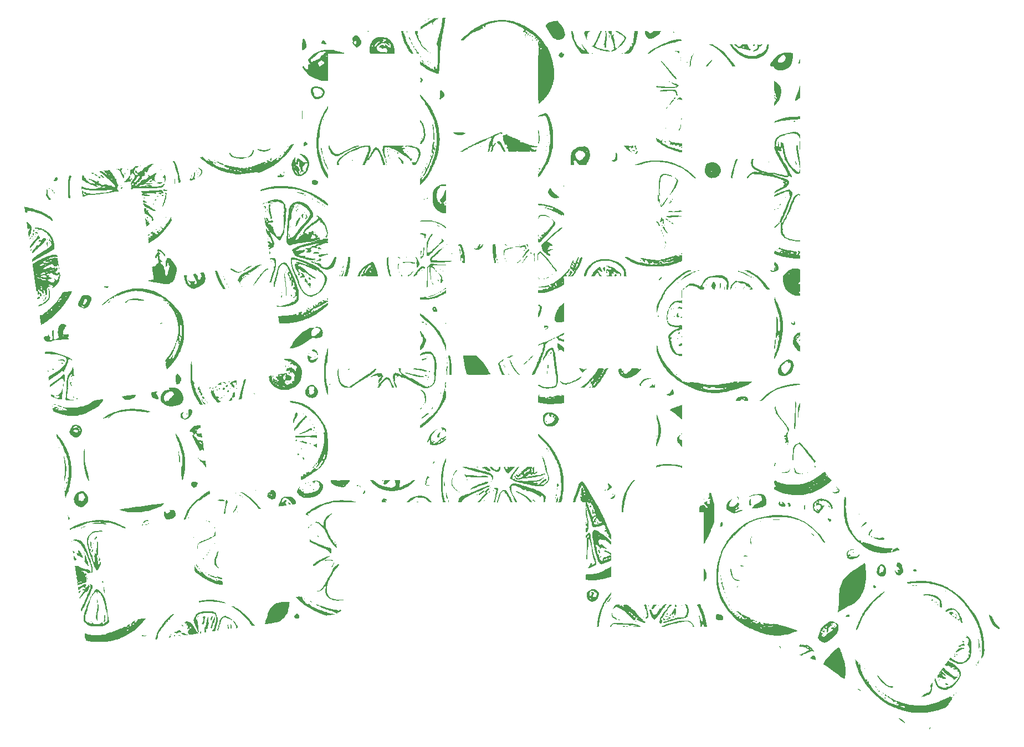
<source format=gts>
G04 #@! TF.GenerationSoftware,KiCad,Pcbnew,8.0.7-8.0.7-0~ubuntu24.04.1*
G04 #@! TF.CreationDate,2025-01-02T00:13:43+01:00*
G04 #@! TF.ProjectId,plate-final-alternativ,706c6174-652d-4666-996e-616c2d616c74,0.0.2*
G04 #@! TF.SameCoordinates,Original*
G04 #@! TF.FileFunction,Soldermask,Top*
G04 #@! TF.FilePolarity,Negative*
%FSLAX46Y46*%
G04 Gerber Fmt 4.6, Leading zero omitted, Abs format (unit mm)*
G04 Created by KiCad (PCBNEW 8.0.7-8.0.7-0~ubuntu24.04.1) date 2025-01-02 00:13:43*
%MOMM*%
%LPD*%
G01*
G04 APERTURE LIST*
%ADD10C,0.000000*%
G04 APERTURE END LIST*
D10*
G36*
X85682919Y-118993077D02*
G01*
X85657870Y-119018126D01*
X85632820Y-118993077D01*
X85657870Y-118968028D01*
X85682919Y-118993077D01*
G37*
G36*
X86284102Y-131116943D02*
G01*
X86259053Y-131141992D01*
X86234004Y-131116943D01*
X86259053Y-131091894D01*
X86284102Y-131116943D01*
G37*
G36*
X86935385Y-136477495D02*
G01*
X86910335Y-136502545D01*
X86885286Y-136477495D01*
X86910335Y-136452446D01*
X86935385Y-136477495D01*
G37*
G36*
X88939329Y-150805700D02*
G01*
X88914280Y-150830750D01*
X88889231Y-150805700D01*
X88914280Y-150780651D01*
X88939329Y-150805700D01*
G37*
G36*
X90542485Y-157468817D02*
G01*
X90517436Y-157493866D01*
X90492387Y-157468817D01*
X90517436Y-157443767D01*
X90542485Y-157468817D01*
G37*
G36*
X92546430Y-157719310D02*
G01*
X92521381Y-157744359D01*
X92496331Y-157719310D01*
X92521381Y-157694261D01*
X92546430Y-157719310D01*
G37*
G36*
X95101459Y-88533117D02*
G01*
X95076410Y-88558166D01*
X95051361Y-88533117D01*
X95076410Y-88508067D01*
X95101459Y-88533117D01*
G37*
G36*
X98708560Y-88032130D02*
G01*
X98683511Y-88057180D01*
X98658461Y-88032130D01*
X98683511Y-88007081D01*
X98708560Y-88032130D01*
G37*
G36*
X102115266Y-88583215D02*
G01*
X102090217Y-88608264D01*
X102065168Y-88583215D01*
X102090217Y-88558166D01*
X102115266Y-88583215D01*
G37*
G36*
X102165365Y-97250276D02*
G01*
X102140316Y-97275326D01*
X102115266Y-97250276D01*
X102140316Y-97225227D01*
X102165365Y-97250276D01*
G37*
G36*
X102616252Y-95897614D02*
G01*
X102591203Y-95922663D01*
X102566154Y-95897614D01*
X102591203Y-95872564D01*
X102616252Y-95897614D01*
G37*
G36*
X102716450Y-157869606D02*
G01*
X102691400Y-157894655D01*
X102666351Y-157869606D01*
X102691400Y-157844556D01*
X102716450Y-157869606D01*
G37*
G36*
X103017041Y-157569014D02*
G01*
X102991992Y-157594063D01*
X102966943Y-157569014D01*
X102991992Y-157543965D01*
X103017041Y-157569014D01*
G37*
G36*
X104019014Y-156567042D02*
G01*
X103993964Y-156592091D01*
X103968915Y-156567042D01*
X103993964Y-156541992D01*
X104019014Y-156567042D01*
G37*
G36*
X104169310Y-160023846D02*
G01*
X104144260Y-160048896D01*
X104119211Y-160023846D01*
X104144260Y-159998797D01*
X104169310Y-160023846D01*
G37*
G36*
X108728284Y-147749685D02*
G01*
X108703235Y-147774734D01*
X108678185Y-147749685D01*
X108703235Y-147724635D01*
X108728284Y-147749685D01*
G37*
G36*
X109379566Y-148701558D02*
G01*
X109354517Y-148726608D01*
X109329467Y-148701558D01*
X109354517Y-148676509D01*
X109379566Y-148701558D01*
G37*
G36*
X113136962Y-122249487D02*
G01*
X113111913Y-122274537D01*
X113086864Y-122249487D01*
X113111913Y-122224438D01*
X113136962Y-122249487D01*
G37*
G36*
X114138935Y-105817140D02*
G01*
X114113886Y-105842190D01*
X114088836Y-105817140D01*
X114113886Y-105792091D01*
X114138935Y-105817140D01*
G37*
G36*
X120351164Y-86228580D02*
G01*
X120326114Y-86253629D01*
X120301065Y-86228580D01*
X120326114Y-86203531D01*
X120351164Y-86228580D01*
G37*
G36*
X123757870Y-88432919D02*
G01*
X123732820Y-88457969D01*
X123707771Y-88432919D01*
X123732820Y-88407870D01*
X123757870Y-88432919D01*
G37*
G36*
X124759842Y-92941795D02*
G01*
X124734793Y-92966844D01*
X124709744Y-92941795D01*
X124734793Y-92916746D01*
X124759842Y-92941795D01*
G37*
G36*
X125110532Y-97350474D02*
G01*
X125085483Y-97375523D01*
X125060434Y-97350474D01*
X125085483Y-97325424D01*
X125110532Y-97350474D01*
G37*
G36*
X125310927Y-93242387D02*
G01*
X125285878Y-93267436D01*
X125260828Y-93242387D01*
X125285878Y-93217337D01*
X125310927Y-93242387D01*
G37*
G36*
X125361026Y-154913787D02*
G01*
X125335976Y-154938836D01*
X125310927Y-154913787D01*
X125335976Y-154888738D01*
X125361026Y-154913787D01*
G37*
G36*
X126262801Y-93843570D02*
G01*
X126237751Y-93868620D01*
X126212702Y-93843570D01*
X126237751Y-93818521D01*
X126262801Y-93843570D01*
G37*
G36*
X127314872Y-107871184D02*
G01*
X127289822Y-107896233D01*
X127264773Y-107871184D01*
X127289822Y-107846134D01*
X127314872Y-107871184D01*
G37*
G36*
X129970099Y-102009645D02*
G01*
X129945049Y-102034694D01*
X129920000Y-102009645D01*
X129945049Y-101984596D01*
X129970099Y-102009645D01*
G37*
G36*
X137585089Y-85827791D02*
G01*
X137560039Y-85852840D01*
X137534990Y-85827791D01*
X137560039Y-85802742D01*
X137585089Y-85827791D01*
G37*
G36*
X141492781Y-89484990D02*
G01*
X141467732Y-89510040D01*
X141442682Y-89484990D01*
X141467732Y-89459941D01*
X141492781Y-89484990D01*
G37*
G36*
X141592978Y-89334694D02*
G01*
X141567929Y-89359744D01*
X141542880Y-89334694D01*
X141567929Y-89309645D01*
X141592978Y-89334694D01*
G37*
G36*
X141743274Y-104013590D02*
G01*
X141718225Y-104038639D01*
X141693175Y-104013590D01*
X141718225Y-103988541D01*
X141743274Y-104013590D01*
G37*
G36*
X142194162Y-120846726D02*
G01*
X142169112Y-120871775D01*
X142144063Y-120846726D01*
X142169112Y-120821677D01*
X142194162Y-120846726D01*
G37*
G36*
X142795345Y-125706292D02*
G01*
X142770296Y-125731341D01*
X142745246Y-125706292D01*
X142770296Y-125681243D01*
X142795345Y-125706292D01*
G37*
G36*
X143095937Y-125405700D02*
G01*
X143070887Y-125430750D01*
X143045838Y-125405700D01*
X143070887Y-125380651D01*
X143095937Y-125405700D01*
G37*
G36*
X144047811Y-124754418D02*
G01*
X144022761Y-124779468D01*
X143997712Y-124754418D01*
X144022761Y-124729369D01*
X144047811Y-124754418D01*
G37*
G36*
X145099882Y-104314182D02*
G01*
X145074832Y-104339231D01*
X145049783Y-104314182D01*
X145074832Y-104289132D01*
X145099882Y-104314182D01*
G37*
G36*
X145099882Y-136076706D02*
G01*
X145074832Y-136101756D01*
X145049783Y-136076706D01*
X145074832Y-136051657D01*
X145099882Y-136076706D01*
G37*
G36*
X149558659Y-138882229D02*
G01*
X149533609Y-138907278D01*
X149508560Y-138882229D01*
X149533609Y-138857180D01*
X149558659Y-138882229D01*
G37*
G36*
X151412308Y-85877890D02*
G01*
X151387258Y-85902939D01*
X151362209Y-85877890D01*
X151387258Y-85852840D01*
X151412308Y-85877890D01*
G37*
G36*
X151512505Y-85777692D02*
G01*
X151487456Y-85802742D01*
X151462406Y-85777692D01*
X151487456Y-85752643D01*
X151512505Y-85777692D01*
G37*
G36*
X158927101Y-138331144D02*
G01*
X158902051Y-138356193D01*
X158877002Y-138331144D01*
X158902051Y-138306095D01*
X158927101Y-138331144D01*
G37*
G36*
X159227692Y-139483412D02*
G01*
X159202643Y-139508462D01*
X159177594Y-139483412D01*
X159202643Y-139458363D01*
X159227692Y-139483412D01*
G37*
G36*
X159578383Y-88132328D02*
G01*
X159553333Y-88157377D01*
X159528284Y-88132328D01*
X159553333Y-88107278D01*
X159578383Y-88132328D01*
G37*
G36*
X160981144Y-127109053D02*
G01*
X160956095Y-127134103D01*
X160931045Y-127109053D01*
X160956095Y-127084004D01*
X160981144Y-127109053D01*
G37*
G36*
X161131440Y-117840809D02*
G01*
X161106390Y-117865858D01*
X161081341Y-117840809D01*
X161106390Y-117815760D01*
X161131440Y-117840809D01*
G37*
G36*
X161582327Y-127058955D02*
G01*
X161557278Y-127084004D01*
X161532229Y-127058955D01*
X161557278Y-127033906D01*
X161582327Y-127058955D01*
G37*
G36*
X162684497Y-138230947D02*
G01*
X162659448Y-138255996D01*
X162634398Y-138230947D01*
X162659448Y-138205898D01*
X162684497Y-138230947D01*
G37*
G36*
X169297515Y-103512604D02*
G01*
X169272465Y-103537653D01*
X169247416Y-103512604D01*
X169272465Y-103487554D01*
X169297515Y-103512604D01*
G37*
G36*
X171151164Y-137980454D02*
G01*
X171126114Y-138005503D01*
X171101065Y-137980454D01*
X171126114Y-137955405D01*
X171151164Y-137980454D01*
G37*
G36*
X177563787Y-90537061D02*
G01*
X177538738Y-90562111D01*
X177513688Y-90537061D01*
X177538738Y-90512012D01*
X177563787Y-90537061D01*
G37*
G36*
X178265168Y-122700375D02*
G01*
X178240118Y-122725424D01*
X178215069Y-122700375D01*
X178240118Y-122675326D01*
X178265168Y-122700375D01*
G37*
G36*
X178916450Y-79415168D02*
G01*
X178891400Y-79440217D01*
X178866351Y-79415168D01*
X178891400Y-79390119D01*
X178916450Y-79415168D01*
G37*
G36*
X178966548Y-82270789D02*
G01*
X178941499Y-82295838D01*
X178916450Y-82270789D01*
X178941499Y-82245740D01*
X178966548Y-82270789D01*
G37*
G36*
X180369310Y-106418324D02*
G01*
X180344260Y-106443373D01*
X180319211Y-106418324D01*
X180344260Y-106393274D01*
X180369310Y-106418324D01*
G37*
G36*
X181421381Y-116287752D02*
G01*
X181396331Y-116312801D01*
X181371282Y-116287752D01*
X181396331Y-116262702D01*
X181421381Y-116287752D01*
G37*
G36*
X188635582Y-154563097D02*
G01*
X188610532Y-154588146D01*
X188585483Y-154563097D01*
X188610532Y-154538048D01*
X188635582Y-154563097D01*
G37*
G36*
X189487258Y-147749685D02*
G01*
X189462209Y-147774734D01*
X189437160Y-147749685D01*
X189462209Y-147724635D01*
X189487258Y-147749685D01*
G37*
G36*
X191641499Y-143140612D02*
G01*
X191616450Y-143165661D01*
X191591400Y-143140612D01*
X191616450Y-143115562D01*
X191641499Y-143140612D01*
G37*
G36*
X192092387Y-142840020D02*
G01*
X192067337Y-142865069D01*
X192042288Y-142840020D01*
X192067337Y-142814971D01*
X192092387Y-142840020D01*
G37*
G36*
X195899882Y-124654221D02*
G01*
X195874832Y-124679270D01*
X195849783Y-124654221D01*
X195874832Y-124629172D01*
X195899882Y-124654221D01*
G37*
G36*
X196000079Y-114534300D02*
G01*
X195975030Y-114559349D01*
X195949980Y-114534300D01*
X195975030Y-114509251D01*
X196000079Y-114534300D01*
G37*
G36*
X197503037Y-143741795D02*
G01*
X197477988Y-143766844D01*
X197452939Y-143741795D01*
X197477988Y-143716746D01*
X197503037Y-143741795D01*
G37*
G36*
X208023747Y-159122071D02*
G01*
X207998698Y-159147121D01*
X207973649Y-159122071D01*
X207998698Y-159097022D01*
X208023747Y-159122071D01*
G37*
G36*
X208624931Y-142138639D02*
G01*
X208599882Y-142163689D01*
X208574832Y-142138639D01*
X208599882Y-142113590D01*
X208624931Y-142138639D01*
G37*
G36*
X218644655Y-149553235D02*
G01*
X218619605Y-149578284D01*
X218594556Y-149553235D01*
X218619605Y-149528186D01*
X218644655Y-149553235D01*
G37*
G36*
X222151558Y-164582821D02*
G01*
X222126509Y-164607870D01*
X222101459Y-164582821D01*
X222126509Y-164557771D01*
X222151558Y-164582821D01*
G37*
G36*
X83161289Y-109165398D02*
G01*
X83154412Y-109195182D01*
X83127889Y-109198797D01*
X83086653Y-109180467D01*
X83094490Y-109165398D01*
X83153946Y-109159402D01*
X83161289Y-109165398D01*
G37*
G36*
X84513951Y-118884530D02*
G01*
X84519947Y-118943985D01*
X84513951Y-118951328D01*
X84484168Y-118944451D01*
X84480552Y-118917929D01*
X84498882Y-118876692D01*
X84513951Y-118884530D01*
G37*
G36*
X89974701Y-89226147D02*
G01*
X89967824Y-89255931D01*
X89941302Y-89259547D01*
X89900065Y-89241216D01*
X89907903Y-89226147D01*
X89967358Y-89220152D01*
X89974701Y-89226147D01*
G37*
G36*
X91076870Y-157159875D02*
G01*
X91069993Y-157189659D01*
X91043471Y-157193274D01*
X91002234Y-157174944D01*
X91010072Y-157159875D01*
X91069528Y-157153879D01*
X91076870Y-157159875D01*
G37*
G36*
X91978646Y-154103859D02*
G01*
X91984641Y-154163315D01*
X91978646Y-154170658D01*
X91948862Y-154163781D01*
X91945246Y-154137259D01*
X91963577Y-154096022D01*
X91978646Y-154103859D01*
G37*
G36*
X92429533Y-89276246D02*
G01*
X92422656Y-89306030D01*
X92396134Y-89309645D01*
X92354897Y-89291315D01*
X92362735Y-89276246D01*
X92422190Y-89270250D01*
X92429533Y-89276246D01*
G37*
G36*
X100194819Y-142581177D02*
G01*
X100200815Y-142640632D01*
X100194819Y-142647975D01*
X100165036Y-142641098D01*
X100161420Y-142614576D01*
X100179750Y-142573339D01*
X100194819Y-142581177D01*
G37*
G36*
X101999193Y-102075400D02*
G01*
X102005166Y-102153698D01*
X101995238Y-102171422D01*
X101972468Y-102156481D01*
X101968925Y-102105668D01*
X101981161Y-102052211D01*
X101999193Y-102075400D01*
G37*
G36*
X102248863Y-89125950D02*
G01*
X102241985Y-89155734D01*
X102215463Y-89159349D01*
X102174227Y-89141019D01*
X102182064Y-89125950D01*
X102241520Y-89119954D01*
X102248863Y-89125950D01*
G37*
G36*
X102749849Y-140877824D02*
G01*
X102755845Y-140937279D01*
X102749849Y-140944622D01*
X102720065Y-140937745D01*
X102716450Y-140911223D01*
X102734780Y-140869986D01*
X102749849Y-140877824D01*
G37*
G36*
X103501328Y-159364215D02*
G01*
X103507324Y-159423670D01*
X103501328Y-159431013D01*
X103471544Y-159424136D01*
X103467929Y-159397614D01*
X103486259Y-159356377D01*
X103501328Y-159364215D01*
G37*
G36*
X104954188Y-133312932D02*
G01*
X104960184Y-133372388D01*
X104954188Y-133379731D01*
X104924404Y-133372854D01*
X104920789Y-133346332D01*
X104939119Y-133305095D01*
X104954188Y-133312932D01*
G37*
G36*
X106557124Y-89046627D02*
G01*
X106563741Y-89149197D01*
X106557124Y-89171874D01*
X106538838Y-89178168D01*
X106531855Y-89109251D01*
X106539728Y-89038129D01*
X106557124Y-89046627D01*
G37*
G36*
X106657541Y-88725161D02*
G01*
X106663537Y-88784617D01*
X106657541Y-88791959D01*
X106627757Y-88785082D01*
X106624142Y-88758560D01*
X106642472Y-88717324D01*
X106657541Y-88725161D01*
G37*
G36*
X107562447Y-89730265D02*
G01*
X107547506Y-89753035D01*
X107496693Y-89756578D01*
X107443236Y-89744342D01*
X107466425Y-89726310D01*
X107544723Y-89720337D01*
X107562447Y-89730265D01*
G37*
G36*
X110164444Y-145486897D02*
G01*
X110170440Y-145546352D01*
X110164444Y-145553695D01*
X110134661Y-145546818D01*
X110131045Y-145520296D01*
X110149376Y-145479059D01*
X110164444Y-145486897D01*
G37*
G36*
X110969153Y-123596931D02*
G01*
X110954212Y-123619702D01*
X110903399Y-123623244D01*
X110849942Y-123611009D01*
X110873131Y-123592976D01*
X110951429Y-123587004D01*
X110969153Y-123596931D01*
G37*
G36*
X113323789Y-138075432D02*
G01*
X113308847Y-138098203D01*
X113258034Y-138101745D01*
X113204577Y-138089510D01*
X113227766Y-138071477D01*
X113306064Y-138065505D01*
X113323789Y-138075432D01*
G37*
G36*
X113721446Y-121038771D02*
G01*
X113727442Y-121098226D01*
X113721446Y-121105569D01*
X113691663Y-121098692D01*
X113688047Y-121072170D01*
X113706378Y-121030933D01*
X113721446Y-121038771D01*
G37*
G36*
X114723419Y-103454155D02*
G01*
X114716542Y-103483939D01*
X114690020Y-103487554D01*
X114648783Y-103469224D01*
X114656621Y-103454155D01*
X114716076Y-103448160D01*
X114723419Y-103454155D01*
G37*
G36*
X116079213Y-106212711D02*
G01*
X116064271Y-106235481D01*
X116013458Y-106239023D01*
X115960001Y-106226788D01*
X115983190Y-106208755D01*
X116061488Y-106202783D01*
X116079213Y-106212711D01*
G37*
G36*
X118581012Y-104005240D02*
G01*
X118587008Y-104064696D01*
X118581012Y-104072038D01*
X118551229Y-104065161D01*
X118547613Y-104038639D01*
X118565944Y-103997402D01*
X118581012Y-104005240D01*
G37*
G36*
X120334464Y-106860861D02*
G01*
X120327587Y-106890645D01*
X120301065Y-106894261D01*
X120259828Y-106875930D01*
X120267666Y-106860861D01*
X120327121Y-106854866D01*
X120334464Y-106860861D01*
G37*
G36*
X120985746Y-85368554D02*
G01*
X120978869Y-85398337D01*
X120952347Y-85401953D01*
X120911110Y-85383623D01*
X120918948Y-85368554D01*
X120978403Y-85362558D01*
X120985746Y-85368554D01*
G37*
G36*
X121186141Y-121138968D02*
G01*
X121179264Y-121168752D01*
X121152742Y-121172367D01*
X121111505Y-121154037D01*
X121119342Y-121138968D01*
X121178798Y-121132972D01*
X121186141Y-121138968D01*
G37*
G36*
X121436634Y-106610368D02*
G01*
X121442630Y-106669824D01*
X121436634Y-106677167D01*
X121406850Y-106670290D01*
X121403235Y-106643767D01*
X121421565Y-106602531D01*
X121436634Y-106610368D01*
G37*
G36*
X121637852Y-97265932D02*
G01*
X121643825Y-97344230D01*
X121633897Y-97361954D01*
X121611127Y-97347013D01*
X121607584Y-97296200D01*
X121619819Y-97242743D01*
X121637852Y-97265932D01*
G37*
G36*
X122339233Y-95813072D02*
G01*
X122345205Y-95891370D01*
X122335278Y-95909095D01*
X122312507Y-95894153D01*
X122308965Y-95843340D01*
X122321200Y-95789883D01*
X122339233Y-95813072D01*
G37*
G36*
X123490677Y-100698731D02*
G01*
X123483800Y-100728515D01*
X123457278Y-100732130D01*
X123416041Y-100713800D01*
X123423879Y-100698731D01*
X123483334Y-100692735D01*
X123490677Y-100698731D01*
G37*
G36*
X124091861Y-103754747D02*
G01*
X124084984Y-103784531D01*
X124058461Y-103788146D01*
X124017225Y-103769816D01*
X124025062Y-103754747D01*
X124084518Y-103748751D01*
X124091861Y-103754747D01*
G37*
G36*
X124342354Y-95338179D02*
G01*
X124348349Y-95397634D01*
X124342354Y-95404977D01*
X124312570Y-95398100D01*
X124308955Y-95371578D01*
X124327285Y-95330341D01*
X124342354Y-95338179D01*
G37*
G36*
X125394425Y-98143702D02*
G01*
X125400420Y-98203157D01*
X125394425Y-98210500D01*
X125364641Y-98203623D01*
X125361026Y-98177101D01*
X125379356Y-98135864D01*
X125394425Y-98143702D01*
G37*
G36*
X125494402Y-128323945D02*
G01*
X125501019Y-128426514D01*
X125494402Y-128449192D01*
X125476117Y-128455485D01*
X125469133Y-128386568D01*
X125477006Y-128315447D01*
X125494402Y-128323945D01*
G37*
G36*
X125594819Y-93384333D02*
G01*
X125587942Y-93414116D01*
X125561420Y-93417732D01*
X125520183Y-93399402D01*
X125528021Y-93384333D01*
X125587476Y-93378337D01*
X125594819Y-93384333D01*
G37*
G36*
X126446496Y-82312538D02*
G01*
X126439619Y-82342322D01*
X126413097Y-82345937D01*
X126371860Y-82327607D01*
X126379697Y-82312538D01*
X126439153Y-82306542D01*
X126446496Y-82312538D01*
G37*
G36*
X136315924Y-87823386D02*
G01*
X136321919Y-87882841D01*
X136315924Y-87890184D01*
X136286140Y-87883307D01*
X136282525Y-87856785D01*
X136300855Y-87815548D01*
X136315924Y-87823386D01*
G37*
G36*
X136816910Y-86821414D02*
G01*
X136810033Y-86851197D01*
X136783511Y-86854813D01*
X136742274Y-86836483D01*
X136750112Y-86821414D01*
X136809567Y-86815418D01*
X136816910Y-86821414D01*
G37*
G36*
X138069375Y-121940546D02*
G01*
X138062498Y-121970329D01*
X138035976Y-121973945D01*
X137994739Y-121955615D01*
X138002577Y-121940546D01*
X138062033Y-121934550D01*
X138069375Y-121940546D01*
G37*
G36*
X138269770Y-104255733D02*
G01*
X138275766Y-104315189D01*
X138269770Y-104322531D01*
X138239986Y-104315654D01*
X138236371Y-104289132D01*
X138254701Y-104247895D01*
X138269770Y-104255733D01*
G37*
G36*
X138369967Y-104406029D02*
G01*
X138375963Y-104465484D01*
X138369967Y-104472827D01*
X138340183Y-104465950D01*
X138336568Y-104439428D01*
X138354898Y-104398191D01*
X138369967Y-104406029D01*
G37*
G36*
X139071348Y-87873485D02*
G01*
X139064471Y-87903268D01*
X139037949Y-87906884D01*
X138996712Y-87888554D01*
X139004550Y-87873485D01*
X139064005Y-87867489D01*
X139071348Y-87873485D01*
G37*
G36*
X139371939Y-102001295D02*
G01*
X139365062Y-102031079D01*
X139338540Y-102034694D01*
X139297304Y-102016364D01*
X139305141Y-102001295D01*
X139364597Y-101995300D01*
X139371939Y-102001295D01*
G37*
G36*
X140424010Y-102452183D02*
G01*
X140417133Y-102481967D01*
X140390611Y-102485582D01*
X140349375Y-102467252D01*
X140357212Y-102452183D01*
X140416668Y-102446187D01*
X140424010Y-102452183D01*
G37*
G36*
X140524208Y-103955142D02*
G01*
X140530204Y-104014597D01*
X140524208Y-104021940D01*
X140494424Y-104015063D01*
X140490809Y-103988541D01*
X140509139Y-103947304D01*
X140524208Y-103955142D01*
G37*
G36*
X140574306Y-102602479D02*
G01*
X140580302Y-102661934D01*
X140574306Y-102669277D01*
X140544523Y-102662400D01*
X140540907Y-102635878D01*
X140559238Y-102594641D01*
X140574306Y-102602479D01*
G37*
G36*
X141826772Y-124695970D02*
G01*
X141832768Y-124755425D01*
X141826772Y-124762768D01*
X141796988Y-124755891D01*
X141793373Y-124729369D01*
X141811703Y-124688132D01*
X141826772Y-124695970D01*
G37*
G36*
X141977068Y-124495575D02*
G01*
X141983063Y-124555031D01*
X141977068Y-124562374D01*
X141947284Y-124555497D01*
X141943669Y-124528975D01*
X141961999Y-124487738D01*
X141977068Y-124495575D01*
G37*
G36*
X142380988Y-72245847D02*
G01*
X142366046Y-72268617D01*
X142315233Y-72272159D01*
X142261776Y-72259924D01*
X142284965Y-72241892D01*
X142363264Y-72235919D01*
X142380988Y-72245847D01*
G37*
G36*
X142628350Y-120688080D02*
G01*
X142621473Y-120717864D01*
X142594951Y-120721479D01*
X142553714Y-120703149D01*
X142561552Y-120688080D01*
X142621007Y-120682085D01*
X142628350Y-120688080D01*
G37*
G36*
X142928941Y-125497548D02*
G01*
X142934937Y-125557003D01*
X142928941Y-125564346D01*
X142899158Y-125557469D01*
X142895542Y-125530947D01*
X142913873Y-125489710D01*
X142928941Y-125497548D01*
G37*
G36*
X143930914Y-103704648D02*
G01*
X143924037Y-103734432D01*
X143897515Y-103738048D01*
X143856278Y-103719717D01*
X143864116Y-103704648D01*
X143923571Y-103698653D01*
X143930914Y-103704648D01*
G37*
G36*
X145083182Y-100348041D02*
G01*
X145089178Y-100407496D01*
X145083182Y-100414839D01*
X145053398Y-100407962D01*
X145049783Y-100381440D01*
X145068113Y-100340203D01*
X145083182Y-100348041D01*
G37*
G36*
X147588113Y-102852972D02*
G01*
X147594109Y-102912427D01*
X147588113Y-102919770D01*
X147558329Y-102912893D01*
X147554714Y-102886371D01*
X147573044Y-102845134D01*
X147588113Y-102852972D01*
G37*
G36*
X150744326Y-85067962D02*
G01*
X150737449Y-85097746D01*
X150710927Y-85101361D01*
X150669690Y-85083031D01*
X150677528Y-85067962D01*
X150736983Y-85061966D01*
X150744326Y-85067962D01*
G37*
G36*
X151545904Y-139475063D02*
G01*
X151539027Y-139504846D01*
X151512505Y-139508462D01*
X151471268Y-139490131D01*
X151479106Y-139475063D01*
X151538561Y-139469067D01*
X151545904Y-139475063D01*
G37*
G36*
X154100934Y-118183149D02*
G01*
X154106929Y-118242605D01*
X154100934Y-118249948D01*
X154071150Y-118243071D01*
X154067534Y-118216549D01*
X154085865Y-118175312D01*
X154100934Y-118183149D01*
G37*
G36*
X158409415Y-138022203D02*
G01*
X158402538Y-138051986D01*
X158376016Y-138055602D01*
X158334779Y-138037271D01*
X158342617Y-138022203D01*
X158402072Y-138016207D01*
X158409415Y-138022203D01*
G37*
G36*
X159511584Y-88825359D02*
G01*
X159517580Y-88884814D01*
X159511584Y-88892157D01*
X159481801Y-88885280D01*
X159478185Y-88858758D01*
X159496516Y-88817521D01*
X159511584Y-88825359D01*
G37*
G36*
X159962472Y-87973682D02*
G01*
X159968468Y-88033137D01*
X159962472Y-88040480D01*
X159932688Y-88033603D01*
X159929073Y-88007081D01*
X159947403Y-87965844D01*
X159962472Y-87973682D01*
G37*
G36*
X160814149Y-123193011D02*
G01*
X160820144Y-123252467D01*
X160814149Y-123259810D01*
X160784365Y-123252932D01*
X160780749Y-123226410D01*
X160799080Y-123185174D01*
X160814149Y-123193011D01*
G37*
G36*
X160864247Y-83314510D02*
G01*
X160870243Y-83373966D01*
X160864247Y-83381309D01*
X160834464Y-83374432D01*
X160830848Y-83347909D01*
X160849178Y-83306673D01*
X160864247Y-83314510D01*
G37*
G36*
X161114740Y-84416680D02*
G01*
X161120736Y-84476135D01*
X161114740Y-84483478D01*
X161084957Y-84476601D01*
X161081341Y-84450079D01*
X161099671Y-84408842D01*
X161114740Y-84416680D01*
G37*
G36*
X161665825Y-104606424D02*
G01*
X161658948Y-104636207D01*
X161632426Y-104639823D01*
X161591189Y-104621492D01*
X161599027Y-104606424D01*
X161658482Y-104600428D01*
X161665825Y-104606424D01*
G37*
G36*
X166074504Y-69286897D02*
G01*
X166080499Y-69346352D01*
X166074504Y-69353695D01*
X166044720Y-69346818D01*
X166041104Y-69320296D01*
X166059435Y-69279059D01*
X166074504Y-69286897D01*
G37*
G36*
X169584538Y-104910146D02*
G01*
X169569597Y-104932917D01*
X169518784Y-104936459D01*
X169465327Y-104924224D01*
X169488516Y-104906191D01*
X169566814Y-104900219D01*
X169584538Y-104910146D01*
G37*
G36*
X172337655Y-104480133D02*
G01*
X172343627Y-104558431D01*
X172333700Y-104576156D01*
X172310929Y-104561214D01*
X172307387Y-104510401D01*
X172319622Y-104456944D01*
X172337655Y-104480133D01*
G37*
G36*
X177546868Y-114647022D02*
G01*
X177553485Y-114749591D01*
X177546868Y-114772268D01*
X177528582Y-114778562D01*
X177521599Y-114709645D01*
X177529472Y-114638524D01*
X177546868Y-114647022D01*
G37*
G36*
X177547911Y-129278950D02*
G01*
X177553884Y-129357248D01*
X177543956Y-129374972D01*
X177521186Y-129360031D01*
X177517643Y-129309218D01*
X177529879Y-129255761D01*
X177547911Y-129278950D01*
G37*
G36*
X178098172Y-80458889D02*
G01*
X178104168Y-80518344D01*
X178098172Y-80525687D01*
X178068389Y-80518810D01*
X178064773Y-80492288D01*
X178083103Y-80451051D01*
X178098172Y-80458889D01*
G37*
G36*
X178348665Y-155105832D02*
G01*
X178354661Y-155165287D01*
X178348665Y-155172630D01*
X178318882Y-155165753D01*
X178315266Y-155139231D01*
X178333596Y-155097994D01*
X178348665Y-155105832D01*
G37*
G36*
X178448863Y-109265595D02*
G01*
X178454858Y-109325051D01*
X178448863Y-109332393D01*
X178419079Y-109325516D01*
X178415463Y-109298994D01*
X178433794Y-109257757D01*
X178448863Y-109265595D01*
G37*
G36*
X178449687Y-93308141D02*
G01*
X178455659Y-93386439D01*
X178445731Y-93404164D01*
X178422961Y-93389222D01*
X178419419Y-93338409D01*
X178431654Y-93284952D01*
X178449687Y-93308141D01*
G37*
G36*
X178498961Y-100949224D02*
G01*
X178492084Y-100979008D01*
X178465562Y-100982623D01*
X178424325Y-100964293D01*
X178432163Y-100949224D01*
X178491618Y-100943229D01*
X178498961Y-100949224D01*
G37*
G36*
X178498961Y-158011552D02*
G01*
X178492084Y-158041335D01*
X178465562Y-158044951D01*
X178424325Y-158026621D01*
X178432163Y-158011552D01*
X178491618Y-158005556D01*
X178498961Y-158011552D01*
G37*
G36*
X178599158Y-93033643D02*
G01*
X178605154Y-93093098D01*
X178599158Y-93100441D01*
X178569375Y-93093564D01*
X178565759Y-93067042D01*
X178584090Y-93025805D01*
X178599158Y-93033643D01*
G37*
G36*
X178949849Y-83965792D02*
G01*
X178942972Y-83995576D01*
X178916450Y-83999192D01*
X178875213Y-83980861D01*
X178883051Y-83965792D01*
X178942506Y-83959797D01*
X178949849Y-83965792D01*
G37*
G36*
X179453966Y-82566162D02*
G01*
X179439025Y-82588933D01*
X179388212Y-82592475D01*
X179334755Y-82580240D01*
X179357944Y-82562207D01*
X179436242Y-82556235D01*
X179453966Y-82566162D01*
G37*
G36*
X179780651Y-82713547D02*
G01*
X179786944Y-82731832D01*
X179718028Y-82738816D01*
X179646906Y-82730943D01*
X179655404Y-82713547D01*
X179757973Y-82706930D01*
X179780651Y-82713547D01*
G37*
G36*
X180102117Y-85017863D02*
G01*
X180108113Y-85077319D01*
X180102117Y-85084662D01*
X180072333Y-85077785D01*
X180068718Y-85051263D01*
X180087048Y-85010026D01*
X180102117Y-85017863D01*
G37*
G36*
X180202314Y-109866779D02*
G01*
X180195437Y-109896562D01*
X180168915Y-109900178D01*
X180127678Y-109881847D01*
X180135516Y-109866779D01*
X180194971Y-109860783D01*
X180202314Y-109866779D01*
G37*
G36*
X180202314Y-128002479D02*
G01*
X180208310Y-128061934D01*
X180202314Y-128069277D01*
X180172531Y-128062400D01*
X180168915Y-128035878D01*
X180187245Y-127994641D01*
X180202314Y-128002479D01*
G37*
G36*
X181104089Y-85368554D02*
G01*
X181097212Y-85398337D01*
X181070690Y-85401953D01*
X181029453Y-85383623D01*
X181037291Y-85368554D01*
X181096747Y-85362558D01*
X181104089Y-85368554D01*
G37*
G36*
X181255209Y-71465143D02*
G01*
X181261182Y-71543441D01*
X181251254Y-71561166D01*
X181228484Y-71546224D01*
X181224941Y-71495411D01*
X181237176Y-71441954D01*
X181255209Y-71465143D01*
G37*
G36*
X183609020Y-155105832D02*
G01*
X183602143Y-155135615D01*
X183575621Y-155139231D01*
X183534384Y-155120901D01*
X183542222Y-155105832D01*
X183601677Y-155099836D01*
X183609020Y-155105832D01*
G37*
G36*
X186514740Y-145536996D02*
G01*
X186520736Y-145596451D01*
X186514740Y-145603794D01*
X186484957Y-145596917D01*
X186481341Y-145570395D01*
X186499671Y-145529158D01*
X186514740Y-145536996D01*
G37*
G36*
X193481579Y-142383914D02*
G01*
X193466638Y-142406684D01*
X193415825Y-142410226D01*
X193362368Y-142397991D01*
X193385557Y-142379959D01*
X193463855Y-142373986D01*
X193481579Y-142383914D01*
G37*
G36*
X194182960Y-142233618D02*
G01*
X194168019Y-142256388D01*
X194117206Y-142259931D01*
X194063749Y-142247696D01*
X194086938Y-142229663D01*
X194165236Y-142223690D01*
X194182960Y-142233618D01*
G37*
G36*
X194730914Y-142180388D02*
G01*
X194724037Y-142210172D01*
X194697515Y-142213787D01*
X194656278Y-142195457D01*
X194664116Y-142180388D01*
X194723571Y-142174392D01*
X194730914Y-142180388D01*
G37*
G36*
X197285943Y-92833248D02*
G01*
X197279066Y-92863032D01*
X197252544Y-92866647D01*
X197211307Y-92848317D01*
X197219145Y-92833248D01*
X197278601Y-92827252D01*
X197285943Y-92833248D01*
G37*
G36*
X197736831Y-92632854D02*
G01*
X197729954Y-92662637D01*
X197703432Y-92666253D01*
X197662195Y-92647922D01*
X197670033Y-92632854D01*
X197729488Y-92626858D01*
X197736831Y-92632854D01*
G37*
G36*
X197837028Y-143833643D02*
G01*
X197830151Y-143863426D01*
X197803629Y-143867042D01*
X197762392Y-143848711D01*
X197770230Y-143833643D01*
X197829685Y-143827647D01*
X197837028Y-143833643D01*
G37*
G36*
X198190850Y-143936971D02*
G01*
X198175908Y-143959741D01*
X198125095Y-143963284D01*
X198071638Y-143951049D01*
X198094827Y-143933016D01*
X198173125Y-143927043D01*
X198190850Y-143936971D01*
G37*
G36*
X198638386Y-85339330D02*
G01*
X198645003Y-85441899D01*
X198638386Y-85464576D01*
X198620101Y-85470870D01*
X198613117Y-85401953D01*
X198620990Y-85330831D01*
X198638386Y-85339330D01*
G37*
G36*
X200943143Y-134815891D02*
G01*
X200936266Y-134845675D01*
X200909744Y-134849290D01*
X200868507Y-134830960D01*
X200876344Y-134815891D01*
X200935800Y-134809895D01*
X200943143Y-134815891D01*
G37*
G36*
X209259513Y-164574471D02*
G01*
X209265509Y-164633926D01*
X209259513Y-164641269D01*
X209229730Y-164634392D01*
X209226114Y-164607870D01*
X209244445Y-164566633D01*
X209259513Y-164574471D01*
G37*
G36*
X209560929Y-165400054D02*
G01*
X209566902Y-165478353D01*
X209556974Y-165496077D01*
X209534204Y-165481135D01*
X209530661Y-165430322D01*
X209542896Y-165376865D01*
X209560929Y-165400054D01*
G37*
G36*
X209661126Y-165700646D02*
G01*
X209667099Y-165778944D01*
X209657171Y-165796668D01*
X209634401Y-165781727D01*
X209630858Y-165730914D01*
X209643094Y-165677457D01*
X209661126Y-165700646D01*
G37*
G36*
X212215332Y-169183544D02*
G01*
X212221328Y-169242999D01*
X212215332Y-169250342D01*
X212185548Y-169243465D01*
X212181933Y-169216943D01*
X212200263Y-169175706D01*
X212215332Y-169183544D01*
G37*
G36*
X221734070Y-153051788D02*
G01*
X221727193Y-153081572D01*
X221700671Y-153085188D01*
X221659434Y-153066857D01*
X221667271Y-153051788D01*
X221726727Y-153045793D01*
X221734070Y-153051788D01*
G37*
G36*
X223587719Y-165927134D02*
G01*
X223593714Y-165986589D01*
X223587719Y-165993932D01*
X223557935Y-165987055D01*
X223554319Y-165960533D01*
X223572650Y-165919296D01*
X223587719Y-165927134D01*
G37*
G36*
X226242726Y-158783906D02*
G01*
X226249343Y-158886475D01*
X226242726Y-158909152D01*
X226224440Y-158915446D01*
X226217457Y-158846529D01*
X226225330Y-158775407D01*
X226242726Y-158783906D01*
G37*
G36*
X226593636Y-163372104D02*
G01*
X226599632Y-163431559D01*
X226593636Y-163438902D01*
X226563852Y-163432025D01*
X226560237Y-163405503D01*
X226578567Y-163364266D01*
X226593636Y-163372104D01*
G37*
G36*
X83771769Y-108257097D02*
G01*
X83743912Y-108302222D01*
X83681132Y-108326883D01*
X83658762Y-108304849D01*
X83663192Y-108236989D01*
X83681490Y-108220319D01*
X83752613Y-108208634D01*
X83771769Y-108257097D01*
G37*
G36*
X88367739Y-120533979D02*
G01*
X88354240Y-120579344D01*
X88314307Y-120620277D01*
X88251314Y-120652585D01*
X88237949Y-120630373D01*
X88269252Y-120564740D01*
X88331449Y-120526146D01*
X88367739Y-120533979D01*
G37*
G36*
X99998239Y-142725899D02*
G01*
X99992578Y-142755800D01*
X99937581Y-142782373D01*
X99856966Y-142781839D01*
X99834427Y-142762684D01*
X99850919Y-142724933D01*
X99907970Y-142714773D01*
X99998239Y-142725899D01*
G37*
G36*
X100721235Y-93807212D02*
G01*
X100742219Y-93864722D01*
X100696386Y-93892893D01*
X100617092Y-93871576D01*
X100578936Y-93826188D01*
X100611324Y-93794079D01*
X100695276Y-93789885D01*
X100721235Y-93807212D01*
G37*
G36*
X101340342Y-92648751D02*
G01*
X101408576Y-92687931D01*
X101379420Y-92711669D01*
X101310732Y-92716351D01*
X101240882Y-92697855D01*
X101237188Y-92668441D01*
X101302361Y-92641148D01*
X101340342Y-92648751D01*
G37*
G36*
X107001207Y-149137072D02*
G01*
X106986173Y-149174339D01*
X106939419Y-149199324D01*
X106880890Y-149214577D01*
X106904901Y-149177877D01*
X106911374Y-149171279D01*
X106977059Y-149131707D01*
X107001207Y-149137072D01*
G37*
G36*
X108874062Y-124088520D02*
G01*
X108867921Y-124135112D01*
X108840328Y-124172824D01*
X108807588Y-124134910D01*
X108789204Y-124061155D01*
X108798415Y-124041355D01*
X108847942Y-124033128D01*
X108874062Y-124088520D01*
G37*
G36*
X108879397Y-147449598D02*
G01*
X108908297Y-147509638D01*
X108901490Y-147527703D01*
X108853127Y-147572125D01*
X108829461Y-147521529D01*
X108828481Y-147496235D01*
X108853130Y-147444636D01*
X108879397Y-147449598D01*
G37*
G36*
X113989456Y-106018040D02*
G01*
X114018357Y-106078080D01*
X114011549Y-106096144D01*
X113963186Y-106140567D01*
X113939520Y-106089971D01*
X113938540Y-106064677D01*
X113963189Y-106013077D01*
X113989456Y-106018040D01*
G37*
G36*
X114296832Y-138641648D02*
G01*
X114339329Y-138681835D01*
X114382128Y-138746080D01*
X114352953Y-138745367D01*
X114261232Y-138683428D01*
X114207918Y-138628591D01*
X114220473Y-138608280D01*
X114296832Y-138641648D01*
G37*
G36*
X122640405Y-86530745D02*
G01*
X122611818Y-86567581D01*
X122569695Y-86599240D01*
X122580207Y-86549040D01*
X122583773Y-86539536D01*
X122623461Y-86478188D01*
X122646025Y-86477747D01*
X122640405Y-86530745D01*
G37*
G36*
X122756715Y-94094568D02*
G01*
X122785615Y-94154609D01*
X122778807Y-94172673D01*
X122730444Y-94217096D01*
X122706779Y-94166499D01*
X122705799Y-94141205D01*
X122730447Y-94089606D01*
X122756715Y-94094568D01*
G37*
G36*
X124655127Y-126894043D02*
G01*
X124648986Y-126940634D01*
X124621393Y-126978346D01*
X124588653Y-126940432D01*
X124570269Y-126866678D01*
X124579480Y-126846877D01*
X124629007Y-126838650D01*
X124655127Y-126894043D01*
G37*
G36*
X124694145Y-136880396D02*
G01*
X124674982Y-136921395D01*
X124593469Y-136950480D01*
X124537643Y-136908583D01*
X124550714Y-136855329D01*
X124583180Y-136835623D01*
X124660237Y-136835284D01*
X124694145Y-136880396D01*
G37*
G36*
X125013797Y-93044132D02*
G01*
X125058220Y-93092495D01*
X125007623Y-93116160D01*
X124982329Y-93117140D01*
X124930730Y-93092491D01*
X124935692Y-93066224D01*
X124995733Y-93037324D01*
X125013797Y-93044132D01*
G37*
G36*
X126413914Y-76860643D02*
G01*
X126442814Y-76920684D01*
X126436006Y-76938748D01*
X126387643Y-76983171D01*
X126363978Y-76932574D01*
X126362998Y-76907280D01*
X126387647Y-76855681D01*
X126413914Y-76860643D01*
G37*
G36*
X139482017Y-67489949D02*
G01*
X139479469Y-67599838D01*
X139462563Y-67742190D01*
X139423163Y-67598507D01*
X139403334Y-67487832D01*
X139411250Y-67427336D01*
X139457641Y-67418844D01*
X139482017Y-67489949D01*
G37*
G36*
X141777263Y-83777902D02*
G01*
X141768514Y-83837991D01*
X141702569Y-83887513D01*
X141651464Y-83865709D01*
X141643077Y-83828021D01*
X141683414Y-83759008D01*
X141722400Y-83748698D01*
X141777263Y-83777902D01*
G37*
G36*
X142089446Y-93127574D02*
G01*
X142083306Y-93174165D01*
X142055713Y-93211877D01*
X142022972Y-93173963D01*
X142004589Y-93100208D01*
X142013800Y-93080408D01*
X142063326Y-93072181D01*
X142089446Y-93127574D01*
G37*
G36*
X144282194Y-107374351D02*
G01*
X144273445Y-107434440D01*
X144207500Y-107483963D01*
X144156395Y-107462159D01*
X144148008Y-107424471D01*
X144188345Y-107355458D01*
X144227331Y-107345148D01*
X144282194Y-107374351D01*
G37*
G36*
X146259524Y-101326283D02*
G01*
X146289064Y-101462894D01*
X146278864Y-101521627D01*
X146235450Y-101500309D01*
X146213141Y-101431031D01*
X146206570Y-101312439D01*
X146211088Y-101157969D01*
X146259524Y-101326283D01*
G37*
G36*
X152660255Y-137665246D02*
G01*
X152654115Y-137711837D01*
X152626522Y-137749549D01*
X152593781Y-137711635D01*
X152575398Y-137637881D01*
X152584609Y-137618081D01*
X152634135Y-137609854D01*
X152660255Y-137665246D01*
G37*
G36*
X154261373Y-118435617D02*
G01*
X154257611Y-118525363D01*
X154239197Y-118642387D01*
X154198890Y-118525889D01*
X154178650Y-118426055D01*
X154188207Y-118379768D01*
X154236338Y-118369649D01*
X154261373Y-118435617D01*
G37*
G36*
X157608938Y-67994795D02*
G01*
X157589775Y-68035793D01*
X157508262Y-68064878D01*
X157452436Y-68022982D01*
X157465506Y-67969728D01*
X157497973Y-67950022D01*
X157575030Y-67949683D01*
X157608938Y-67994795D01*
G37*
G36*
X158635239Y-68757902D02*
G01*
X158656223Y-68815412D01*
X158610390Y-68843584D01*
X158531096Y-68822267D01*
X158492940Y-68776878D01*
X158525328Y-68744770D01*
X158609280Y-68740576D01*
X158635239Y-68757902D01*
G37*
G36*
X160164271Y-87683013D02*
G01*
X160135684Y-87719849D01*
X160093561Y-87751508D01*
X160104073Y-87701309D01*
X160107639Y-87691804D01*
X160147327Y-87630456D01*
X160169891Y-87630016D01*
X160164271Y-87683013D01*
G37*
G36*
X161026724Y-131603313D02*
G01*
X161020584Y-131649904D01*
X160992991Y-131687616D01*
X160960250Y-131649702D01*
X160941867Y-131575948D01*
X160951078Y-131556148D01*
X161000604Y-131547921D01*
X161026724Y-131603313D01*
G37*
G36*
X164237554Y-104460303D02*
G01*
X164197217Y-104529316D01*
X164158231Y-104539625D01*
X164099802Y-104510496D01*
X164098739Y-104480133D01*
X164148605Y-104413975D01*
X164208636Y-104405563D01*
X164237554Y-104460303D01*
G37*
G36*
X173459162Y-157270562D02*
G01*
X173503584Y-157318925D01*
X173452988Y-157342590D01*
X173427694Y-157343570D01*
X173376095Y-157318921D01*
X173381057Y-157292654D01*
X173441098Y-157263754D01*
X173459162Y-157270562D01*
G37*
G36*
X177920544Y-155168030D02*
G01*
X177942914Y-155223040D01*
X177903636Y-155277973D01*
X177862994Y-155289527D01*
X177837918Y-155252707D01*
X177846151Y-155214667D01*
X177893694Y-155164050D01*
X177920544Y-155168030D01*
G37*
G36*
X179863805Y-109910611D02*
G01*
X179857665Y-109957202D01*
X179830072Y-109994914D01*
X179797331Y-109957000D01*
X179778948Y-109883246D01*
X179788159Y-109863446D01*
X179837685Y-109855219D01*
X179863805Y-109910611D01*
G37*
G36*
X188356498Y-153969102D02*
G01*
X188345694Y-154033403D01*
X188292632Y-154076230D01*
X188242740Y-154061727D01*
X188242533Y-154015136D01*
X188282054Y-153944553D01*
X188309941Y-153934218D01*
X188356498Y-153969102D01*
G37*
G36*
X195683377Y-94649302D02*
G01*
X195674629Y-94709391D01*
X195608683Y-94758914D01*
X195557579Y-94737110D01*
X195549191Y-94699422D01*
X195589528Y-94630409D01*
X195628514Y-94620099D01*
X195683377Y-94649302D01*
G37*
G36*
X196016288Y-100852405D02*
G01*
X196018339Y-100931082D01*
X195975753Y-100964896D01*
X195922738Y-100928977D01*
X195920860Y-100848969D01*
X195937673Y-100824595D01*
X195991817Y-100813411D01*
X196016288Y-100852405D01*
G37*
G36*
X196134014Y-94509514D02*
G01*
X196150375Y-94549641D01*
X196113431Y-94607696D01*
X196037382Y-94616514D01*
X195978550Y-94575696D01*
X195996237Y-94529999D01*
X196050741Y-94505238D01*
X196134014Y-94509514D01*
G37*
G36*
X203103450Y-159791554D02*
G01*
X203092387Y-159882303D01*
X203072423Y-159910200D01*
X203039598Y-159923201D01*
X203049149Y-159849785D01*
X203050518Y-159844485D01*
X203080229Y-159777332D01*
X203103450Y-159791554D01*
G37*
G36*
X208531664Y-141246875D02*
G01*
X208573827Y-141285752D01*
X208618468Y-141350597D01*
X208588693Y-141350178D01*
X208526185Y-141313969D01*
X208477465Y-141261126D01*
X208481471Y-141238377D01*
X208531664Y-141246875D01*
G37*
G36*
X212038080Y-168847457D02*
G01*
X212076675Y-168909654D01*
X212068842Y-168945944D01*
X212023476Y-168932445D01*
X211982543Y-168892513D01*
X211950235Y-168829520D01*
X211972447Y-168816154D01*
X212038080Y-168847457D01*
G37*
G36*
X220377604Y-154707176D02*
G01*
X220394410Y-154798423D01*
X220347792Y-154813005D01*
X220296877Y-154787903D01*
X220251077Y-154734906D01*
X220284161Y-154682052D01*
X220340699Y-154652265D01*
X220377604Y-154707176D01*
G37*
G36*
X223446382Y-157313737D02*
G01*
X223499743Y-157360308D01*
X223504221Y-157371576D01*
X223480445Y-157392167D01*
X223430945Y-157346028D01*
X223424289Y-157335830D01*
X223418384Y-157301547D01*
X223446382Y-157313737D01*
G37*
G36*
X226446321Y-164298800D02*
G01*
X226477219Y-164365609D01*
X226464367Y-164400474D01*
X226424441Y-164433903D01*
X226390684Y-164379456D01*
X226370660Y-164290443D01*
X226410944Y-164280195D01*
X226446321Y-164298800D01*
G37*
G36*
X227082731Y-162135177D02*
G01*
X227071927Y-162199478D01*
X227018864Y-162242305D01*
X226968973Y-162227802D01*
X226968766Y-162181210D01*
X227008287Y-162110628D01*
X227036173Y-162100293D01*
X227082731Y-162135177D01*
G37*
G36*
X82170791Y-98723897D02*
G01*
X82215817Y-98801493D01*
X82209938Y-98848376D01*
X82156569Y-98921893D01*
X82101502Y-98902366D01*
X82063557Y-98803334D01*
X82056389Y-98702720D01*
X82098636Y-98686126D01*
X82170791Y-98723897D01*
G37*
G36*
X82324856Y-99217197D02*
G01*
X82326312Y-99229172D01*
X82288188Y-99277815D01*
X82276213Y-99279270D01*
X82227570Y-99241147D01*
X82226114Y-99229172D01*
X82264238Y-99180529D01*
X82276213Y-99179073D01*
X82324856Y-99217197D01*
G37*
G36*
X82620698Y-98796612D02*
G01*
X82626903Y-98848072D01*
X82586444Y-98925152D01*
X82550596Y-98947142D01*
X82500865Y-98954288D01*
X82515504Y-98900127D01*
X82527309Y-98877354D01*
X82586867Y-98790617D01*
X82620698Y-98796612D01*
G37*
G36*
X82766533Y-98417884D02*
G01*
X82777199Y-98474736D01*
X82756759Y-98557736D01*
X82727101Y-98577890D01*
X82682166Y-98537526D01*
X82677002Y-98505698D01*
X82707535Y-98420403D01*
X82727101Y-98402545D01*
X82766533Y-98417884D01*
G37*
G36*
X83973914Y-107836613D02*
G01*
X83979566Y-107871184D01*
X83952514Y-107937853D01*
X83929467Y-107946332D01*
X83885021Y-107905754D01*
X83879369Y-107871184D01*
X83906421Y-107804514D01*
X83929467Y-107796036D01*
X83973914Y-107836613D01*
G37*
G36*
X83975706Y-108524756D02*
G01*
X83979566Y-108541602D01*
X83943006Y-108612425D01*
X83929467Y-108622663D01*
X83883229Y-108620373D01*
X83879369Y-108603527D01*
X83915928Y-108532704D01*
X83929467Y-108522466D01*
X83975706Y-108524756D01*
G37*
G36*
X84498614Y-99213834D02*
G01*
X84529630Y-99282820D01*
X84497550Y-99327628D01*
X84483509Y-99329369D01*
X84415175Y-99293149D01*
X84407544Y-99282732D01*
X84409938Y-99223264D01*
X84462901Y-99197378D01*
X84498614Y-99213834D01*
G37*
G36*
X84825590Y-99770736D02*
G01*
X84831243Y-99805306D01*
X84804191Y-99871976D01*
X84781144Y-99880454D01*
X84736697Y-99839876D01*
X84731045Y-99805306D01*
X84758097Y-99738636D01*
X84781144Y-99730158D01*
X84825590Y-99770736D01*
G37*
G36*
X85287766Y-124714966D02*
G01*
X85326976Y-124796746D01*
X85324296Y-124828314D01*
X85284509Y-124859101D01*
X85268562Y-124849397D01*
X85235317Y-124771085D01*
X85232031Y-124736049D01*
X85247927Y-124688343D01*
X85287766Y-124714966D01*
G37*
G36*
X85516686Y-92042874D02*
G01*
X85532623Y-92065069D01*
X85577040Y-92170888D01*
X85568736Y-92247247D01*
X85532623Y-92265464D01*
X85496513Y-92222254D01*
X85483292Y-92127692D01*
X85490772Y-92040229D01*
X85516686Y-92042874D01*
G37*
G36*
X86540092Y-125159553D02*
G01*
X86559645Y-125180257D01*
X86548849Y-125223603D01*
X86515460Y-125230355D01*
X86428902Y-125200960D01*
X86409349Y-125180257D01*
X86420145Y-125136911D01*
X86453534Y-125130158D01*
X86540092Y-125159553D01*
G37*
G36*
X86879982Y-125220879D02*
G01*
X86885286Y-125255405D01*
X86854519Y-125324498D01*
X86785350Y-125312117D01*
X86769751Y-125298515D01*
X86759619Y-125236065D01*
X86810397Y-125185429D01*
X86838144Y-125180257D01*
X86879982Y-125220879D01*
G37*
G36*
X87133560Y-137232496D02*
G01*
X87145799Y-137244004D01*
X87180121Y-137312178D01*
X87145799Y-137364241D01*
X87100932Y-137388901D01*
X87086046Y-137328235D01*
X87085680Y-137304122D01*
X87095783Y-137224493D01*
X87133560Y-137232496D01*
G37*
G36*
X87845050Y-120698962D02*
G01*
X87867219Y-120741519D01*
X87882876Y-120825271D01*
X87874587Y-120851047D01*
X87839289Y-120834175D01*
X87817120Y-120791618D01*
X87801463Y-120707865D01*
X87809752Y-120682089D01*
X87845050Y-120698962D01*
G37*
G36*
X88236515Y-145355859D02*
G01*
X88237949Y-145367044D01*
X88201532Y-145434894D01*
X88187850Y-145445148D01*
X88144961Y-145433791D01*
X88137751Y-145398006D01*
X88163908Y-145329461D01*
X88187850Y-145319902D01*
X88236515Y-145355859D01*
G37*
G36*
X88557543Y-123343757D02*
G01*
X88588639Y-123376706D01*
X88545766Y-123414367D01*
X88463392Y-123426805D01*
X88369242Y-123409656D01*
X88338146Y-123376706D01*
X88381019Y-123339046D01*
X88463392Y-123326608D01*
X88557543Y-123343757D01*
G37*
G36*
X89783797Y-146759070D02*
G01*
X89791006Y-146794854D01*
X89764849Y-146863400D01*
X89740907Y-146872959D01*
X89692243Y-146837002D01*
X89690809Y-146825817D01*
X89727225Y-146757966D01*
X89740907Y-146747712D01*
X89783797Y-146759070D01*
G37*
G36*
X90574724Y-151086107D02*
G01*
X90577203Y-151094721D01*
X90584537Y-151203851D01*
X90575347Y-151245017D01*
X90558900Y-151246682D01*
X90552183Y-151168255D01*
X90552252Y-151156391D01*
X90559476Y-151078690D01*
X90574724Y-151086107D01*
G37*
G36*
X91234471Y-157585925D02*
G01*
X91243866Y-157644162D01*
X91222886Y-157725571D01*
X91193767Y-157744359D01*
X91153063Y-157702399D01*
X91143669Y-157644162D01*
X91164649Y-157562753D01*
X91193767Y-157543965D01*
X91234471Y-157585925D01*
G37*
G36*
X91373825Y-91337877D02*
G01*
X91369112Y-91363689D01*
X91305063Y-91411876D01*
X91291008Y-91413787D01*
X91245215Y-91375575D01*
X91243866Y-91363689D01*
X91284644Y-91319721D01*
X91321970Y-91313590D01*
X91373825Y-91337877D01*
G37*
G36*
X91497821Y-145647682D02*
G01*
X91538401Y-145709764D01*
X91537813Y-145785110D01*
X91497316Y-145820888D01*
X91429465Y-145784471D01*
X91419211Y-145770789D01*
X91409410Y-145696491D01*
X91449169Y-145644365D01*
X91497821Y-145647682D01*
G37*
G36*
X92290285Y-147765213D02*
G01*
X92295937Y-147799783D01*
X92268885Y-147866453D01*
X92245838Y-147874931D01*
X92201392Y-147834353D01*
X92195740Y-147799783D01*
X92222791Y-147733114D01*
X92245838Y-147724635D01*
X92290285Y-147765213D01*
G37*
G36*
X95752167Y-91051759D02*
G01*
X95752742Y-91063097D01*
X95714228Y-91111270D01*
X95699686Y-91113195D01*
X95669766Y-91082503D01*
X95677594Y-91063097D01*
X95722613Y-91015304D01*
X95730649Y-91012998D01*
X95752167Y-91051759D01*
G37*
G36*
X96341487Y-89102025D02*
G01*
X96353925Y-89184399D01*
X96336776Y-89278549D01*
X96303826Y-89309645D01*
X96266166Y-89266772D01*
X96253728Y-89184399D01*
X96270877Y-89090248D01*
X96303826Y-89059152D01*
X96341487Y-89102025D01*
G37*
G36*
X96798058Y-88571582D02*
G01*
X96791945Y-88641917D01*
X96771240Y-88706226D01*
X96745898Y-88676624D01*
X96731229Y-88643678D01*
X96712729Y-88555346D01*
X96723476Y-88522606D01*
X96773009Y-88511473D01*
X96798058Y-88571582D01*
G37*
G36*
X99793706Y-159077791D02*
G01*
X99785680Y-159097022D01*
X99719314Y-159145250D01*
X99704619Y-159147121D01*
X99677457Y-159116253D01*
X99685483Y-159097022D01*
X99751849Y-159048794D01*
X99766544Y-159046923D01*
X99793706Y-159077791D01*
G37*
G36*
X100353336Y-93795474D02*
G01*
X100361815Y-93818521D01*
X100321237Y-93862967D01*
X100286667Y-93868620D01*
X100219997Y-93841568D01*
X100211519Y-93818521D01*
X100252096Y-93774074D01*
X100286667Y-93768422D01*
X100353336Y-93795474D01*
G37*
G36*
X101092173Y-93195614D02*
G01*
X101113294Y-93238902D01*
X101070079Y-93302728D01*
X100983872Y-93317535D01*
X100889254Y-93297791D01*
X100875075Y-93254911D01*
X100930807Y-93195760D01*
X101017798Y-93175011D01*
X101092173Y-93195614D01*
G37*
G36*
X101609116Y-97816675D02*
G01*
X101614280Y-97848503D01*
X101583747Y-97933798D01*
X101564181Y-97951657D01*
X101524749Y-97936318D01*
X101514083Y-97879466D01*
X101534523Y-97796465D01*
X101564181Y-97776312D01*
X101609116Y-97816675D01*
G37*
G36*
X101907663Y-88544474D02*
G01*
X101914872Y-88580259D01*
X101888715Y-88648804D01*
X101864773Y-88658363D01*
X101816108Y-88622406D01*
X101814674Y-88611221D01*
X101851091Y-88543371D01*
X101864773Y-88533117D01*
X101907663Y-88544474D01*
G37*
G36*
X102911148Y-108989131D02*
G01*
X102937713Y-109030622D01*
X102956496Y-109116015D01*
X102920772Y-109120558D01*
X102841974Y-109048808D01*
X102784922Y-108976216D01*
X102798474Y-108950379D01*
X102828572Y-108948304D01*
X102911148Y-108989131D01*
G37*
G36*
X103412178Y-159638586D02*
G01*
X103417830Y-159673156D01*
X103390778Y-159739826D01*
X103367732Y-159748304D01*
X103323285Y-159707726D01*
X103317633Y-159673156D01*
X103344685Y-159606486D01*
X103367732Y-159598008D01*
X103412178Y-159638586D01*
G37*
G36*
X106113761Y-141804860D02*
G01*
X106123156Y-141863097D01*
X106102176Y-141944505D01*
X106073057Y-141963294D01*
X106032353Y-141921334D01*
X106022959Y-141863097D01*
X106043939Y-141781688D01*
X106073057Y-141762900D01*
X106113761Y-141804860D01*
G37*
G36*
X106522511Y-89696293D02*
G01*
X106523945Y-89707477D01*
X106487528Y-89775328D01*
X106473846Y-89785582D01*
X106430957Y-89774225D01*
X106423747Y-89738440D01*
X106449904Y-89669894D01*
X106473846Y-89660335D01*
X106522511Y-89696293D01*
G37*
G36*
X106547865Y-89443036D02*
G01*
X106542062Y-89484990D01*
X106492886Y-89551285D01*
X106468486Y-89560138D01*
X106428770Y-89519482D01*
X106423747Y-89484990D01*
X106463045Y-89418553D01*
X106497323Y-89409842D01*
X106547865Y-89443036D01*
G37*
G36*
X106870633Y-144816254D02*
G01*
X106874635Y-144846921D01*
X106846624Y-144911671D01*
X106824536Y-144919113D01*
X106784226Y-144877026D01*
X106774438Y-144815959D01*
X106793724Y-144746686D01*
X106824536Y-144743767D01*
X106870633Y-144816254D01*
G37*
G36*
X107274075Y-88796773D02*
G01*
X107275424Y-88808659D01*
X107234646Y-88852626D01*
X107197319Y-88858758D01*
X107145464Y-88834470D01*
X107150177Y-88808659D01*
X107214226Y-88760471D01*
X107228282Y-88758560D01*
X107274075Y-88796773D01*
G37*
G36*
X107323484Y-89596505D02*
G01*
X107325523Y-89610237D01*
X107308430Y-89659033D01*
X107303430Y-89660335D01*
X107260657Y-89625230D01*
X107250375Y-89610237D01*
X107254347Y-89564072D01*
X107272467Y-89560138D01*
X107323484Y-89596505D01*
G37*
G36*
X107425145Y-89248209D02*
G01*
X107425720Y-89259547D01*
X107387206Y-89307720D01*
X107372665Y-89309645D01*
X107342744Y-89278953D01*
X107350572Y-89259547D01*
X107395591Y-89211753D01*
X107403627Y-89209448D01*
X107425145Y-89248209D01*
G37*
G36*
X107567488Y-122665364D02*
G01*
X107576016Y-122700375D01*
X107551811Y-122767086D01*
X107531277Y-122775523D01*
X107476510Y-122735654D01*
X107457701Y-122700375D01*
X107465399Y-122635743D01*
X107502440Y-122625227D01*
X107567488Y-122665364D01*
G37*
G36*
X107611001Y-132705631D02*
G01*
X107626114Y-132748105D01*
X107594592Y-132792211D01*
X107531210Y-132776532D01*
X107498808Y-132741815D01*
X107485278Y-132674347D01*
X107492518Y-132661650D01*
X107551114Y-132657873D01*
X107611001Y-132705631D01*
G37*
G36*
X107697957Y-149572936D02*
G01*
X107709734Y-149658142D01*
X107701262Y-149678481D01*
X107643517Y-149723334D01*
X107588035Y-149718438D01*
X107576783Y-149691006D01*
X107601935Y-149608027D01*
X107653002Y-149559114D01*
X107697957Y-149572936D01*
G37*
G36*
X108624085Y-123774834D02*
G01*
X108628087Y-123805501D01*
X108600076Y-123870251D01*
X108577988Y-123877692D01*
X108537677Y-123835606D01*
X108527889Y-123774539D01*
X108547175Y-123705266D01*
X108577988Y-123702347D01*
X108624085Y-123774834D01*
G37*
G36*
X108726828Y-150217591D02*
G01*
X108728284Y-150229566D01*
X108690160Y-150278209D01*
X108678185Y-150279665D01*
X108629543Y-150241541D01*
X108628087Y-150229566D01*
X108666210Y-150180923D01*
X108678185Y-150179468D01*
X108726828Y-150217591D01*
G37*
G36*
X108776927Y-142302010D02*
G01*
X108778383Y-142313984D01*
X108740259Y-142362627D01*
X108728284Y-142364083D01*
X108679641Y-142325959D01*
X108678185Y-142313984D01*
X108716309Y-142265342D01*
X108728284Y-142263886D01*
X108776927Y-142302010D01*
G37*
G36*
X108976738Y-124264750D02*
G01*
X108978777Y-124278481D01*
X108961684Y-124327278D01*
X108956684Y-124328580D01*
X108913912Y-124293474D01*
X108903629Y-124278481D01*
X108907601Y-124232316D01*
X108925722Y-124228383D01*
X108976738Y-124264750D01*
G37*
G36*
X109208493Y-150503116D02*
G01*
X109217789Y-150539551D01*
X109159488Y-150608890D01*
X109081664Y-150611501D01*
X109063318Y-150598000D01*
X109030133Y-150526207D01*
X109086207Y-150484510D01*
X109133248Y-150480059D01*
X109208493Y-150503116D01*
G37*
G36*
X109325608Y-146750002D02*
G01*
X109329467Y-146766848D01*
X109292908Y-146837672D01*
X109279369Y-146847909D01*
X109233130Y-146845619D01*
X109229270Y-146828773D01*
X109265830Y-146757950D01*
X109279369Y-146747712D01*
X109325608Y-146750002D01*
G37*
G36*
X109369735Y-121900861D02*
G01*
X109371257Y-121976965D01*
X109332070Y-122075863D01*
X109287678Y-122113372D01*
X109239101Y-122097128D01*
X109237579Y-122021023D01*
X109276766Y-121922126D01*
X109321158Y-121884616D01*
X109369735Y-121900861D01*
G37*
G36*
X109824181Y-121960781D02*
G01*
X109824033Y-122036355D01*
X109783817Y-122097052D01*
X109719474Y-122090769D01*
X109705712Y-122074959D01*
X109699006Y-121991601D01*
X109753501Y-121930007D01*
X109783312Y-121923846D01*
X109824181Y-121960781D01*
G37*
G36*
X110030848Y-87130355D02*
G01*
X110078641Y-87175374D01*
X110080947Y-87183411D01*
X110042186Y-87204929D01*
X110030848Y-87205503D01*
X109982675Y-87166990D01*
X109980749Y-87152448D01*
X110011442Y-87122527D01*
X110030848Y-87130355D01*
G37*
G36*
X110079513Y-145706549D02*
G01*
X110080947Y-145717734D01*
X110044530Y-145785584D01*
X110030848Y-145795838D01*
X109987959Y-145784481D01*
X109980749Y-145748697D01*
X110006906Y-145680151D01*
X110030848Y-145670592D01*
X110079513Y-145706549D01*
G37*
G36*
X110206729Y-87532225D02*
G01*
X110231243Y-87581243D01*
X110194807Y-87644348D01*
X110091118Y-87639905D01*
X110043373Y-87623211D01*
X109982593Y-87573504D01*
X110007627Y-87526770D01*
X110105996Y-87506095D01*
X110206729Y-87532225D01*
G37*
G36*
X110398273Y-151282226D02*
G01*
X110416932Y-151340113D01*
X110365583Y-151379069D01*
X110335615Y-151381835D01*
X110249492Y-151350009D01*
X110231243Y-151303013D01*
X110268804Y-151242820D01*
X110314764Y-151240390D01*
X110398273Y-151282226D01*
G37*
G36*
X110427272Y-122196691D02*
G01*
X110478630Y-122256340D01*
X110481736Y-122272133D01*
X110442343Y-122326905D01*
X110362821Y-122346496D01*
X110302340Y-122318082D01*
X110301104Y-122244682D01*
X110357919Y-122192254D01*
X110427272Y-122196691D01*
G37*
G36*
X110848897Y-122070574D02*
G01*
X110876554Y-122131929D01*
X110832007Y-122175658D01*
X110730612Y-122220608D01*
X110685863Y-122187458D01*
X110682130Y-122152247D01*
X110716393Y-122063824D01*
X110792767Y-122039828D01*
X110848897Y-122070574D01*
G37*
G36*
X111174422Y-123415293D02*
G01*
X111183116Y-123448898D01*
X111155382Y-123530899D01*
X111096193Y-123558772D01*
X111064858Y-123542340D01*
X111032294Y-123462693D01*
X111062236Y-123393078D01*
X111107968Y-123376706D01*
X111174422Y-123415293D01*
G37*
G36*
X111438308Y-104925073D02*
G01*
X111476093Y-105016556D01*
X111474401Y-105072864D01*
X111456543Y-105138536D01*
X111433919Y-105109600D01*
X111419605Y-105074088D01*
X111385046Y-104957450D01*
X111392212Y-104902925D01*
X111438308Y-104925073D01*
G37*
G36*
X111582556Y-123114327D02*
G01*
X111583905Y-123126213D01*
X111543127Y-123170180D01*
X111505801Y-123176312D01*
X111453946Y-123152024D01*
X111458659Y-123126213D01*
X111522708Y-123078026D01*
X111536763Y-123076115D01*
X111582556Y-123114327D01*
G37*
G36*
X112178334Y-106506888D02*
G01*
X112172221Y-106577223D01*
X112151516Y-106641531D01*
X112126174Y-106611930D01*
X112111505Y-106578984D01*
X112093005Y-106490652D01*
X112103752Y-106457912D01*
X112153285Y-106446779D01*
X112178334Y-106506888D01*
G37*
G36*
X112330470Y-121030009D02*
G01*
X112312395Y-121068837D01*
X112236983Y-121117437D01*
X112146514Y-121107551D01*
X112113461Y-121077866D01*
X112132352Y-121033200D01*
X112195989Y-121004705D01*
X112305324Y-120991018D01*
X112330470Y-121030009D01*
G37*
G36*
X112534430Y-122012157D02*
G01*
X112535779Y-122024044D01*
X112495001Y-122068011D01*
X112457674Y-122074142D01*
X112405819Y-122049855D01*
X112410532Y-122024044D01*
X112474581Y-121975856D01*
X112488637Y-121973945D01*
X112534430Y-122012157D01*
G37*
G36*
X113424827Y-121916298D02*
G01*
X113437554Y-121993081D01*
X113419501Y-122100324D01*
X113387456Y-122149290D01*
X113350085Y-122131789D01*
X113337357Y-122055006D01*
X113355410Y-121947763D01*
X113387456Y-121898797D01*
X113424827Y-121916298D01*
G37*
G36*
X114189033Y-106368225D02*
G01*
X114237221Y-106432274D01*
X114239132Y-106446330D01*
X114200920Y-106492122D01*
X114189033Y-106493472D01*
X114145066Y-106452693D01*
X114138935Y-106415367D01*
X114163222Y-106363512D01*
X114189033Y-106368225D01*
G37*
G36*
X114507216Y-105019633D02*
G01*
X114563430Y-105066750D01*
X114561529Y-105095960D01*
X114491647Y-105138968D01*
X114417909Y-105095625D01*
X114412417Y-105087377D01*
X114398500Y-105019556D01*
X114460226Y-105005949D01*
X114507216Y-105019633D01*
G37*
G36*
X114812347Y-104909602D02*
G01*
X114815266Y-104940414D01*
X114742780Y-104986511D01*
X114712112Y-104990513D01*
X114647362Y-104962502D01*
X114639921Y-104940414D01*
X114682007Y-104900104D01*
X114743075Y-104890316D01*
X114812347Y-104909602D01*
G37*
G36*
X116380033Y-137625403D02*
G01*
X116368323Y-137654813D01*
X116298707Y-137693667D01*
X116227596Y-137701390D01*
X116150837Y-137695539D01*
X116171036Y-137675619D01*
X116218028Y-137654813D01*
X116340115Y-137612316D01*
X116380033Y-137625403D01*
G37*
G36*
X116792706Y-103625875D02*
G01*
X116794162Y-103637850D01*
X116756038Y-103686493D01*
X116744063Y-103687949D01*
X116695420Y-103649825D01*
X116693964Y-103637850D01*
X116732088Y-103589207D01*
X116744063Y-103587752D01*
X116792706Y-103625875D01*
G37*
G36*
X117993763Y-93583983D02*
G01*
X117996529Y-93613952D01*
X117964703Y-93700074D01*
X117917707Y-93718324D01*
X117857514Y-93680762D01*
X117855084Y-93634803D01*
X117896920Y-93551293D01*
X117954807Y-93532634D01*
X117993763Y-93583983D01*
G37*
G36*
X118241369Y-99169552D02*
G01*
X118247022Y-99204122D01*
X118219970Y-99270792D01*
X118196923Y-99279270D01*
X118152477Y-99238693D01*
X118146824Y-99204122D01*
X118173876Y-99137453D01*
X118196923Y-99128975D01*
X118241369Y-99169552D01*
G37*
G36*
X118796757Y-102623992D02*
G01*
X118798106Y-102635878D01*
X118757328Y-102679845D01*
X118720002Y-102685977D01*
X118668147Y-102661689D01*
X118672860Y-102635878D01*
X118736909Y-102587690D01*
X118750964Y-102585779D01*
X118796757Y-102623992D01*
G37*
G36*
X119848139Y-98664356D02*
G01*
X119850177Y-98678087D01*
X119833085Y-98726883D01*
X119828085Y-98728186D01*
X119785312Y-98693080D01*
X119775030Y-98678087D01*
X119779002Y-98631922D01*
X119797122Y-98627988D01*
X119848139Y-98664356D01*
G37*
G36*
X120285501Y-107257476D02*
G01*
X120293292Y-107384537D01*
X120285501Y-107432821D01*
X120270980Y-107448413D01*
X120263074Y-107379139D01*
X120262589Y-107345148D01*
X120267813Y-107254003D01*
X120280817Y-107243261D01*
X120285501Y-107257476D01*
G37*
G36*
X120902248Y-104264083D02*
G01*
X120950042Y-104309102D01*
X120952347Y-104317138D01*
X120913586Y-104338657D01*
X120902248Y-104339231D01*
X120854075Y-104300718D01*
X120852150Y-104286176D01*
X120882842Y-104256255D01*
X120902248Y-104264083D01*
G37*
G36*
X121101951Y-103878114D02*
G01*
X121120760Y-103913393D01*
X121113062Y-103978025D01*
X121076021Y-103988541D01*
X121010974Y-103948403D01*
X121002446Y-103913393D01*
X121026650Y-103846682D01*
X121047184Y-103838245D01*
X121101951Y-103878114D01*
G37*
G36*
X121301582Y-85039288D02*
G01*
X121303037Y-85051263D01*
X121264914Y-85099905D01*
X121252939Y-85101361D01*
X121204296Y-85063237D01*
X121202840Y-85051263D01*
X121240964Y-85002620D01*
X121252939Y-85001164D01*
X121301582Y-85039288D01*
G37*
G36*
X121407672Y-118601915D02*
G01*
X121410967Y-118605031D01*
X121422151Y-118659175D01*
X121383157Y-118683645D01*
X121302181Y-118686684D01*
X121278775Y-118668710D01*
X121281570Y-118611233D01*
X121339491Y-118581764D01*
X121407672Y-118601915D01*
G37*
G36*
X122908558Y-132022093D02*
G01*
X122934026Y-132090570D01*
X122873636Y-132170754D01*
X122770581Y-132233738D01*
X122719404Y-132217074D01*
X122705799Y-132118915D01*
X122729833Y-132020122D01*
X122803039Y-131993669D01*
X122908558Y-132022093D01*
G37*
G36*
X123205436Y-98515905D02*
G01*
X123206785Y-98527791D01*
X123166007Y-98571758D01*
X123128680Y-98577890D01*
X123076825Y-98553602D01*
X123081538Y-98527791D01*
X123145587Y-98479604D01*
X123159643Y-98477692D01*
X123205436Y-98515905D01*
G37*
G36*
X123553474Y-137501856D02*
G01*
X123557475Y-137532523D01*
X123529464Y-137597273D01*
X123507377Y-137604714D01*
X123467066Y-137562628D01*
X123457278Y-137501560D01*
X123476564Y-137432288D01*
X123507377Y-137429369D01*
X123553474Y-137501856D01*
G37*
G36*
X123607574Y-125906687D02*
G01*
X123655367Y-125951706D01*
X123657673Y-125959742D01*
X123618912Y-125981260D01*
X123607574Y-125981835D01*
X123559400Y-125943321D01*
X123557475Y-125928779D01*
X123588168Y-125898859D01*
X123607574Y-125906687D01*
G37*
G36*
X123767054Y-154176502D02*
G01*
X123805332Y-154240272D01*
X123800454Y-154261670D01*
X123748111Y-154260119D01*
X123741170Y-154254155D01*
X123708140Y-154177030D01*
X123707771Y-154168988D01*
X123733189Y-154150360D01*
X123767054Y-154176502D01*
G37*
G36*
X123844714Y-95144806D02*
G01*
X123858067Y-95171184D01*
X123850372Y-95214929D01*
X123807004Y-95201919D01*
X123757870Y-95171184D01*
X123711814Y-95132359D01*
X123759163Y-95122014D01*
X123770394Y-95121852D01*
X123844714Y-95144806D01*
G37*
G36*
X123856028Y-133082107D02*
G01*
X123858067Y-133095838D01*
X123840974Y-133144635D01*
X123835974Y-133145937D01*
X123793202Y-133110831D01*
X123782919Y-133095838D01*
X123786891Y-133049673D01*
X123805012Y-133045740D01*
X123856028Y-133082107D01*
G37*
G36*
X123957740Y-136542513D02*
G01*
X123985318Y-136621986D01*
X123971512Y-136672992D01*
X123902359Y-136701655D01*
X123861712Y-136643310D01*
X123858067Y-136602742D01*
X123876823Y-136521299D01*
X123902806Y-136502545D01*
X123957740Y-136542513D01*
G37*
G36*
X124091339Y-104670515D02*
G01*
X124083511Y-104689921D01*
X124038492Y-104737715D01*
X124030455Y-104740020D01*
X124008937Y-104701259D01*
X124008363Y-104689921D01*
X124046876Y-104641748D01*
X124061418Y-104639823D01*
X124091339Y-104670515D01*
G37*
G36*
X124391931Y-136433040D02*
G01*
X124384102Y-136452446D01*
X124339084Y-136500239D01*
X124331047Y-136502545D01*
X124309529Y-136463784D01*
X124308955Y-136452446D01*
X124347468Y-136404273D01*
X124362010Y-136402347D01*
X124391931Y-136433040D01*
G37*
G36*
X124461145Y-154927913D02*
G01*
X124477367Y-154963886D01*
X124478409Y-155028396D01*
X124457678Y-155039034D01*
X124414618Y-154998432D01*
X124409152Y-154963886D01*
X124419870Y-154897044D01*
X124428841Y-154888738D01*
X124461145Y-154927913D01*
G37*
G36*
X124539111Y-134522887D02*
G01*
X124534398Y-134548698D01*
X124470349Y-134596886D01*
X124456294Y-134598797D01*
X124410501Y-134560585D01*
X124409152Y-134548698D01*
X124449930Y-134504731D01*
X124487256Y-134498600D01*
X124539111Y-134522887D01*
G37*
G36*
X124700185Y-130466768D02*
G01*
X124709744Y-130490710D01*
X124673786Y-130539375D01*
X124662602Y-130540809D01*
X124594751Y-130504392D01*
X124584497Y-130490710D01*
X124595854Y-130447821D01*
X124631639Y-130440612D01*
X124700185Y-130466768D01*
G37*
G36*
X124708310Y-109635543D02*
G01*
X124709744Y-109646728D01*
X124673327Y-109714578D01*
X124659645Y-109724833D01*
X124616755Y-109713475D01*
X124609546Y-109677691D01*
X124635703Y-109609145D01*
X124659645Y-109599586D01*
X124708310Y-109635543D01*
G37*
G36*
X125060434Y-127459744D02*
G01*
X125108621Y-127523793D01*
X125110532Y-127537848D01*
X125072320Y-127583641D01*
X125060434Y-127584990D01*
X125016467Y-127544212D01*
X125010335Y-127506886D01*
X125034623Y-127455031D01*
X125060434Y-127459744D01*
G37*
G36*
X125202378Y-137494586D02*
G01*
X125210730Y-137529566D01*
X125173370Y-137592584D01*
X125094374Y-137601322D01*
X125045096Y-137572677D01*
X125033445Y-137511377D01*
X125090768Y-137462744D01*
X125138538Y-137454418D01*
X125202378Y-137494586D01*
G37*
G36*
X125247130Y-128428542D02*
G01*
X125275344Y-128486765D01*
X125264748Y-128569038D01*
X125200969Y-128588085D01*
X125143932Y-128553564D01*
X125110521Y-128474709D01*
X125135893Y-128404227D01*
X125179837Y-128386568D01*
X125247130Y-128428542D01*
G37*
G36*
X125408359Y-133763075D02*
G01*
X125411124Y-133793044D01*
X125379299Y-133879167D01*
X125332303Y-133897416D01*
X125272110Y-133859855D01*
X125269680Y-133813895D01*
X125311516Y-133730386D01*
X125369403Y-133711727D01*
X125408359Y-133763075D01*
G37*
G36*
X125409668Y-117202601D02*
G01*
X125411124Y-117214576D01*
X125373000Y-117263219D01*
X125361026Y-117264675D01*
X125312383Y-117226551D01*
X125310927Y-117214576D01*
X125349051Y-117165933D01*
X125361026Y-117164478D01*
X125409668Y-117202601D01*
G37*
G36*
X125611481Y-128797801D02*
G01*
X125611519Y-128803316D01*
X125586086Y-128886650D01*
X125532083Y-128920385D01*
X125490285Y-128894048D01*
X125499847Y-128829596D01*
X125536922Y-128786899D01*
X125595959Y-128752170D01*
X125611481Y-128797801D01*
G37*
G36*
X125694495Y-137485111D02*
G01*
X125686667Y-137504517D01*
X125641648Y-137552310D01*
X125633611Y-137554616D01*
X125612093Y-137515855D01*
X125611519Y-137504517D01*
X125650032Y-137456344D01*
X125664574Y-137454418D01*
X125694495Y-137485111D01*
G37*
G36*
X126027103Y-100968941D02*
G01*
X126037357Y-100982623D01*
X126026000Y-101025513D01*
X125990215Y-101032722D01*
X125921669Y-101006566D01*
X125912110Y-100982623D01*
X125948068Y-100933959D01*
X125959252Y-100932525D01*
X126027103Y-100968941D01*
G37*
G36*
X126432215Y-72266519D02*
G01*
X126441350Y-72355628D01*
X126422741Y-72407398D01*
X126374554Y-72455611D01*
X126351150Y-72445369D01*
X126340534Y-72374822D01*
X126362358Y-72298483D01*
X126399989Y-72253049D01*
X126432215Y-72266519D01*
G37*
G36*
X126566854Y-93895808D02*
G01*
X126607434Y-93957890D01*
X126606847Y-94033236D01*
X126566349Y-94069014D01*
X126498499Y-94032597D01*
X126488244Y-94018915D01*
X126478443Y-93944617D01*
X126518202Y-93892491D01*
X126566854Y-93895808D01*
G37*
G36*
X126708524Y-80933441D02*
G01*
X126713688Y-80965268D01*
X126683156Y-81050564D01*
X126663590Y-81068422D01*
X126624157Y-81053083D01*
X126613491Y-80996231D01*
X126633931Y-80913230D01*
X126663590Y-80893077D01*
X126708524Y-80933441D01*
G37*
G36*
X126845582Y-94135107D02*
G01*
X126863984Y-94197217D01*
X126838697Y-94262504D01*
X126785025Y-94251605D01*
X126742918Y-94187090D01*
X126726979Y-94105438D01*
X126734225Y-94081876D01*
X126789945Y-94079508D01*
X126845582Y-94135107D01*
G37*
G36*
X127327277Y-108338650D02*
G01*
X127361359Y-108429822D01*
X127356545Y-108497642D01*
X127316134Y-108519223D01*
X127276672Y-108489275D01*
X127223767Y-108403013D01*
X127222202Y-108326039D01*
X127266345Y-108297022D01*
X127327277Y-108338650D01*
G37*
G36*
X128486940Y-145549731D02*
G01*
X128513885Y-145638517D01*
X128487709Y-145668020D01*
X128442091Y-145670592D01*
X128375637Y-145632005D01*
X128366943Y-145598401D01*
X128392479Y-145515607D01*
X128445829Y-145499897D01*
X128486940Y-145549731D01*
G37*
G36*
X129454370Y-104026115D02*
G01*
X129462658Y-104172101D01*
X129454370Y-104251558D01*
X129441981Y-104275299D01*
X129434120Y-104212356D01*
X129432659Y-104138836D01*
X129436567Y-104030481D01*
X129446559Y-104000736D01*
X129454370Y-104026115D01*
G37*
G36*
X131146287Y-87138500D02*
G01*
X131140484Y-87180454D01*
X131091308Y-87246749D01*
X131066908Y-87255602D01*
X131027193Y-87214945D01*
X131022170Y-87180454D01*
X131061467Y-87114016D01*
X131095745Y-87105306D01*
X131146287Y-87138500D01*
G37*
G36*
X132306909Y-137019256D02*
G01*
X132324734Y-137081635D01*
X132296543Y-137145955D01*
X132237798Y-137139393D01*
X132191726Y-137076518D01*
X132180209Y-136994410D01*
X132189965Y-136971304D01*
X132249591Y-136964822D01*
X132306909Y-137019256D01*
G37*
G36*
X135801969Y-136076813D02*
G01*
X135801142Y-136122931D01*
X135743518Y-136202767D01*
X135676394Y-136222526D01*
X135634014Y-136176693D01*
X135631243Y-136150282D01*
X135667653Y-136067436D01*
X135729867Y-136051657D01*
X135801969Y-136076813D01*
G37*
G36*
X136475710Y-85488458D02*
G01*
X136482919Y-85524243D01*
X136456763Y-85592788D01*
X136432820Y-85602347D01*
X136384156Y-85566390D01*
X136382722Y-85555205D01*
X136419138Y-85487355D01*
X136432820Y-85477101D01*
X136475710Y-85488458D01*
G37*
G36*
X136523186Y-85779757D02*
G01*
X136524709Y-85855861D01*
X136485522Y-85954758D01*
X136441129Y-85992268D01*
X136392553Y-85976023D01*
X136391031Y-85899919D01*
X136430218Y-85801021D01*
X136474610Y-85763512D01*
X136523186Y-85779757D01*
G37*
G36*
X136816388Y-85532842D02*
G01*
X136808560Y-85552249D01*
X136763541Y-85600042D01*
X136755505Y-85602347D01*
X136733987Y-85563586D01*
X136733412Y-85552249D01*
X136771926Y-85504075D01*
X136786467Y-85502150D01*
X136816388Y-85532842D01*
G37*
G36*
X137829930Y-120361268D02*
G01*
X137835582Y-120395838D01*
X137808530Y-120462508D01*
X137785483Y-120470986D01*
X137741037Y-120430409D01*
X137735385Y-120395838D01*
X137762436Y-120329169D01*
X137785483Y-120320691D01*
X137829930Y-120361268D01*
G37*
G36*
X137935205Y-86342489D02*
G01*
X137935779Y-86353827D01*
X137897266Y-86402000D01*
X137882724Y-86403925D01*
X137852803Y-86373233D01*
X137860631Y-86353827D01*
X137905650Y-86306033D01*
X137913686Y-86303728D01*
X137935205Y-86342489D01*
G37*
G36*
X138072615Y-85956128D02*
G01*
X138086075Y-86049060D01*
X138066323Y-86168015D01*
X138007599Y-86203531D01*
X137950385Y-86170310D01*
X137944976Y-86069623D01*
X137979163Y-85952956D01*
X138029530Y-85913984D01*
X138072615Y-85956128D01*
G37*
G36*
X139517898Y-85776208D02*
G01*
X139513886Y-85802742D01*
X139471033Y-85850483D01*
X139463787Y-85852840D01*
X139423956Y-85817899D01*
X139413688Y-85802742D01*
X139425585Y-85760299D01*
X139463787Y-85752643D01*
X139517898Y-85776208D01*
G37*
G36*
X139624390Y-67905010D02*
G01*
X139632678Y-68050997D01*
X139624390Y-68130454D01*
X139612000Y-68154195D01*
X139604140Y-68091252D01*
X139602679Y-68017732D01*
X139606587Y-67909376D01*
X139616579Y-67879631D01*
X139624390Y-67905010D01*
G37*
G36*
X140515001Y-69748777D02*
G01*
X140531867Y-69812682D01*
X140517748Y-69903070D01*
X140469244Y-69921479D01*
X140405418Y-69878265D01*
X140390611Y-69792058D01*
X140413918Y-69700149D01*
X140464866Y-69687107D01*
X140515001Y-69748777D01*
G37*
G36*
X141541446Y-71310099D02*
G01*
X141542880Y-71321284D01*
X141506463Y-71389135D01*
X141492781Y-71399389D01*
X141449892Y-71388031D01*
X141442682Y-71352247D01*
X141468839Y-71283701D01*
X141492781Y-71274142D01*
X141541446Y-71310099D01*
G37*
G36*
X141590939Y-89596505D02*
G01*
X141592978Y-89610237D01*
X141575885Y-89659033D01*
X141570886Y-89660335D01*
X141528113Y-89625230D01*
X141517830Y-89610237D01*
X141521802Y-89564072D01*
X141539923Y-89560138D01*
X141590939Y-89596505D01*
G37*
G36*
X142041646Y-88536638D02*
G01*
X142053886Y-88548146D01*
X142088208Y-88616320D01*
X142053886Y-88668383D01*
X142009019Y-88693043D01*
X141994133Y-88632377D01*
X141993767Y-88608264D01*
X142003870Y-88528635D01*
X142041646Y-88536638D01*
G37*
G36*
X142193587Y-72314875D02*
G01*
X142194162Y-72326213D01*
X142155648Y-72374387D01*
X142141106Y-72376312D01*
X142111186Y-72345620D01*
X142119014Y-72326213D01*
X142164033Y-72278420D01*
X142172069Y-72276115D01*
X142193587Y-72314875D01*
G37*
G36*
X142484087Y-87696779D02*
G01*
X142494753Y-87753631D01*
X142474313Y-87836632D01*
X142444655Y-87856785D01*
X142399720Y-87816422D01*
X142394556Y-87784594D01*
X142425089Y-87699299D01*
X142444655Y-87681440D01*
X142484087Y-87696779D01*
G37*
G36*
X142492715Y-117200845D02*
G01*
X142494753Y-117214576D01*
X142477660Y-117263372D01*
X142472661Y-117264675D01*
X142429888Y-117229569D01*
X142419605Y-117214576D01*
X142423578Y-117168411D01*
X142441698Y-117164478D01*
X142492715Y-117200845D01*
G37*
G36*
X142683678Y-72034981D02*
G01*
X142637787Y-72095065D01*
X142577392Y-72118190D01*
X142544979Y-72088970D01*
X142544852Y-72085255D01*
X142584994Y-72027366D01*
X142624186Y-72005898D01*
X142682917Y-72004539D01*
X142683678Y-72034981D01*
G37*
G36*
X142743273Y-120277581D02*
G01*
X142745246Y-120345740D01*
X142728058Y-120448867D01*
X142670895Y-120462604D01*
X142617244Y-120432645D01*
X142604309Y-120373714D01*
X142654818Y-120308166D01*
X142721416Y-120251660D01*
X142743273Y-120277581D01*
G37*
G36*
X142743791Y-72514633D02*
G01*
X142745246Y-72526608D01*
X142707123Y-72575250D01*
X142695148Y-72576706D01*
X142646505Y-72538583D01*
X142645049Y-72526608D01*
X142683173Y-72477965D01*
X142695148Y-72476509D01*
X142743791Y-72514633D01*
G37*
G36*
X142995740Y-72251065D02*
G01*
X143043533Y-72296084D01*
X143045838Y-72304121D01*
X143007077Y-72325639D01*
X142995740Y-72326213D01*
X142947566Y-72287700D01*
X142945641Y-72273158D01*
X142976333Y-72243237D01*
X142995740Y-72251065D01*
G37*
G36*
X143010551Y-70759617D02*
G01*
X143020789Y-70773156D01*
X143018499Y-70819395D01*
X143001653Y-70823255D01*
X142930830Y-70786695D01*
X142920592Y-70773156D01*
X142922882Y-70726917D01*
X142939728Y-70723057D01*
X143010551Y-70759617D01*
G37*
G36*
X143242231Y-105739331D02*
G01*
X143246233Y-105769998D01*
X143218222Y-105834748D01*
X143196134Y-105842190D01*
X143155823Y-105800103D01*
X143146035Y-105739036D01*
X143165321Y-105669763D01*
X143196134Y-105666844D01*
X143242231Y-105739331D01*
G37*
G36*
X143395073Y-129977749D02*
G01*
X143396529Y-129989724D01*
X143358405Y-130038367D01*
X143346430Y-130039823D01*
X143297787Y-130001699D01*
X143296331Y-129989724D01*
X143334455Y-129941081D01*
X143346430Y-129939625D01*
X143395073Y-129977749D01*
G37*
G36*
X143787923Y-84993025D02*
G01*
X143797317Y-85051263D01*
X143776337Y-85132671D01*
X143747219Y-85151460D01*
X143706515Y-85109500D01*
X143697120Y-85051263D01*
X143718100Y-84969854D01*
X143747219Y-84951065D01*
X143787923Y-84993025D01*
G37*
G36*
X144030787Y-107576410D02*
G01*
X144022761Y-107595641D01*
X143956395Y-107643869D01*
X143941700Y-107645740D01*
X143914538Y-107614873D01*
X143922564Y-107595641D01*
X143988930Y-107547413D01*
X144003625Y-107545543D01*
X144030787Y-107576410D01*
G37*
G36*
X144607782Y-103870007D02*
G01*
X144623945Y-103888343D01*
X144605976Y-103925277D01*
X144523747Y-103938442D01*
X144436684Y-103922860D01*
X144423550Y-103888343D01*
X144496247Y-103841740D01*
X144523747Y-103838245D01*
X144607782Y-103870007D01*
G37*
G36*
X144783572Y-107127016D02*
G01*
X144774241Y-107144754D01*
X144727037Y-107192598D01*
X144718229Y-107194852D01*
X144714810Y-107162491D01*
X144724142Y-107144754D01*
X144771346Y-107096909D01*
X144780154Y-107094655D01*
X144783572Y-107127016D01*
G37*
G36*
X144851466Y-104062000D02*
G01*
X144867352Y-104067902D01*
X144937926Y-104116829D01*
X144949586Y-104144196D01*
X144932119Y-104186200D01*
X144875123Y-104143373D01*
X144848437Y-104112640D01*
X144811884Y-104058326D01*
X144851466Y-104062000D01*
G37*
G36*
X144949011Y-100520398D02*
G01*
X144949586Y-100531736D01*
X144911072Y-100579909D01*
X144896530Y-100581835D01*
X144866610Y-100551142D01*
X144874438Y-100531736D01*
X144919457Y-100483943D01*
X144927493Y-100481637D01*
X144949011Y-100520398D01*
G37*
G36*
X145382613Y-120726344D02*
G01*
X145385093Y-120734958D01*
X145392427Y-120844088D01*
X145383236Y-120885253D01*
X145366790Y-120886919D01*
X145360073Y-120808492D01*
X145360141Y-120796627D01*
X145367365Y-120718927D01*
X145382613Y-120726344D01*
G37*
G36*
X145391079Y-93660086D02*
G01*
X145400473Y-93718324D01*
X145379493Y-93799732D01*
X145350375Y-93818521D01*
X145309670Y-93776561D01*
X145300276Y-93718324D01*
X145321256Y-93636915D01*
X145350375Y-93618126D01*
X145391079Y-93660086D01*
G37*
G36*
X145396777Y-112053768D02*
G01*
X145398950Y-112117042D01*
X145390100Y-112230287D01*
X145359154Y-112246999D01*
X145325571Y-112205111D01*
X145322594Y-112125761D01*
X145346140Y-112067340D01*
X145382602Y-112018393D01*
X145396777Y-112053768D01*
G37*
G36*
X145498451Y-117293246D02*
G01*
X145510690Y-117304754D01*
X145545013Y-117372927D01*
X145510690Y-117424990D01*
X145465824Y-117449651D01*
X145450938Y-117388985D01*
X145450572Y-117364872D01*
X145460675Y-117285242D01*
X145498451Y-117293246D01*
G37*
G36*
X145599518Y-100018863D02*
G01*
X145600868Y-100030750D01*
X145560089Y-100074717D01*
X145522763Y-100080848D01*
X145470908Y-100056561D01*
X145475621Y-100030750D01*
X145539670Y-99982562D01*
X145553726Y-99980651D01*
X145599518Y-100018863D01*
G37*
G36*
X145600176Y-118106122D02*
G01*
X145618985Y-118141401D01*
X145618080Y-118207985D01*
X145563881Y-118206697D01*
X145534070Y-118183149D01*
X145501791Y-118114038D01*
X145530768Y-118068314D01*
X145545409Y-118066253D01*
X145600176Y-118106122D01*
G37*
G36*
X147404418Y-137830158D02*
G01*
X147452211Y-137875177D01*
X147454517Y-137883213D01*
X147415756Y-137904732D01*
X147404418Y-137905306D01*
X147356245Y-137866792D01*
X147354319Y-137852251D01*
X147385012Y-137822330D01*
X147404418Y-137830158D01*
G37*
G36*
X150134793Y-134056227D02*
G01*
X150262000Y-134072853D01*
X150360237Y-134097811D01*
X150485483Y-134137922D01*
X150360237Y-134139394D01*
X150218454Y-134122985D01*
X150134793Y-134097811D01*
X150034596Y-134054755D01*
X150134793Y-134056227D01*
G37*
G36*
X150208539Y-138249248D02*
G01*
X150186951Y-138302762D01*
X150115395Y-138345087D01*
X150044164Y-138354418D01*
X149972704Y-138349597D01*
X149983021Y-138327840D01*
X150059569Y-138283370D01*
X150170075Y-138234729D01*
X150208539Y-138249248D01*
G37*
G36*
X151797379Y-139089935D02*
G01*
X151788047Y-139107673D01*
X151740844Y-139155517D01*
X151732035Y-139157771D01*
X151728617Y-139125410D01*
X151737949Y-139107673D01*
X151785152Y-139059828D01*
X151793961Y-139057574D01*
X151797379Y-139089935D01*
G37*
G36*
X152068647Y-137815144D02*
G01*
X152089382Y-137857234D01*
X152041672Y-137920067D01*
X151941447Y-137994886D01*
X151878817Y-137988339D01*
X151863195Y-137928783D01*
X151905106Y-137846604D01*
X152001694Y-137807529D01*
X152068647Y-137815144D01*
G37*
G36*
X152192510Y-137144425D02*
G01*
X152197186Y-137178876D01*
X152174577Y-137245608D01*
X152155437Y-137254024D01*
X152118364Y-137213327D01*
X152113688Y-137178876D01*
X152136298Y-137112144D01*
X152155437Y-137103728D01*
X152192510Y-137144425D01*
G37*
G36*
X153314621Y-102822131D02*
G01*
X153316055Y-102833316D01*
X153279639Y-102901166D01*
X153265957Y-102911420D01*
X153223067Y-102900063D01*
X153215858Y-102864278D01*
X153242014Y-102795733D01*
X153265957Y-102786174D01*
X153314621Y-102822131D01*
G37*
G36*
X154368126Y-118692485D02*
G01*
X154416314Y-118756534D01*
X154418225Y-118770590D01*
X154380012Y-118816383D01*
X154368126Y-118817732D01*
X154324159Y-118776954D01*
X154318028Y-118739627D01*
X154342315Y-118687772D01*
X154368126Y-118692485D01*
G37*
G36*
X154422923Y-102119551D02*
G01*
X154462051Y-102212269D01*
X154460497Y-102259311D01*
X154429372Y-102313066D01*
X154405700Y-102306382D01*
X154374439Y-102229327D01*
X154368126Y-102166621D01*
X154381534Y-102099863D01*
X154422923Y-102119551D01*
G37*
G36*
X154574157Y-102471179D02*
G01*
X154613366Y-102552959D01*
X154610687Y-102584527D01*
X154570900Y-102615314D01*
X154554952Y-102605610D01*
X154521708Y-102527298D01*
X154518422Y-102492262D01*
X154534317Y-102444556D01*
X154574157Y-102471179D01*
G37*
G36*
X154819014Y-102861322D02*
G01*
X154866807Y-102906341D01*
X154869112Y-102914377D01*
X154830351Y-102935895D01*
X154819014Y-102936470D01*
X154770840Y-102897956D01*
X154768915Y-102883414D01*
X154799607Y-102853494D01*
X154819014Y-102861322D01*
G37*
G36*
X155004295Y-119880384D02*
G01*
X155019408Y-119922858D01*
X154987886Y-119966964D01*
X154924504Y-119951286D01*
X154892102Y-119916568D01*
X154878572Y-119849100D01*
X154885812Y-119836404D01*
X154944408Y-119832626D01*
X155004295Y-119880384D01*
G37*
G36*
X156513889Y-134976539D02*
G01*
X156522367Y-134999586D01*
X156481789Y-135044032D01*
X156447219Y-135049685D01*
X156380549Y-135022633D01*
X156372071Y-134999586D01*
X156412649Y-134955140D01*
X156447219Y-134949487D01*
X156513889Y-134976539D01*
G37*
G36*
X156655441Y-100111541D02*
G01*
X156647613Y-100130947D01*
X156602594Y-100178740D01*
X156594558Y-100181046D01*
X156573040Y-100142285D01*
X156572465Y-100130947D01*
X156610979Y-100082774D01*
X156625521Y-100080848D01*
X156655441Y-100111541D01*
G37*
G36*
X157411067Y-100851605D02*
G01*
X157415592Y-100914875D01*
X157357098Y-101001136D01*
X157306295Y-101024172D01*
X157236822Y-101013444D01*
X157232298Y-100950174D01*
X157290791Y-100863913D01*
X157341594Y-100840878D01*
X157411067Y-100851605D01*
G37*
G36*
X157619232Y-68258749D02*
G01*
X157624536Y-68293274D01*
X157593769Y-68362367D01*
X157524600Y-68349987D01*
X157509002Y-68336385D01*
X157498870Y-68273935D01*
X157549647Y-68223299D01*
X157577394Y-68218126D01*
X157619232Y-68258749D01*
G37*
G36*
X158662942Y-68159642D02*
G01*
X158676607Y-68218126D01*
X158640956Y-68298723D01*
X158565024Y-68316326D01*
X158501262Y-68268225D01*
X158494733Y-68184195D01*
X158559883Y-68125459D01*
X158604416Y-68117929D01*
X158662942Y-68159642D01*
G37*
G36*
X159327455Y-68691683D02*
G01*
X159349778Y-68753307D01*
X159321321Y-68802176D01*
X159236208Y-68866080D01*
X159160894Y-68836009D01*
X159126584Y-68752396D01*
X159165575Y-68684012D01*
X159219342Y-68669014D01*
X159327455Y-68691683D01*
G37*
G36*
X159927617Y-132232187D02*
G01*
X159929073Y-132244162D01*
X159890949Y-132292805D01*
X159878974Y-132294261D01*
X159830331Y-132256137D01*
X159828876Y-132244162D01*
X159866999Y-132195519D01*
X159878974Y-132194063D01*
X159927617Y-132232187D01*
G37*
G36*
X160012049Y-87286294D02*
G01*
X160004221Y-87305700D01*
X159959202Y-87353494D01*
X159951166Y-87355799D01*
X159929647Y-87317038D01*
X159929073Y-87305700D01*
X159967586Y-87257527D01*
X159982128Y-87255602D01*
X160012049Y-87286294D01*
G37*
G36*
X160081263Y-132383534D02*
G01*
X160097486Y-132419507D01*
X160098527Y-132484017D01*
X160077796Y-132494655D01*
X160034737Y-132454053D01*
X160029270Y-132419507D01*
X160039989Y-132352665D01*
X160048959Y-132344359D01*
X160081263Y-132383534D01*
G37*
G36*
X160679411Y-85619127D02*
G01*
X160679785Y-85639921D01*
X160668065Y-85737170D01*
X160633243Y-85741131D01*
X160611667Y-85712677D01*
X160613440Y-85641333D01*
X160632992Y-85599955D01*
X160667718Y-85564469D01*
X160679411Y-85619127D01*
G37*
G36*
X160780749Y-85026213D02*
G01*
X160828937Y-85090262D01*
X160830848Y-85104318D01*
X160792636Y-85150110D01*
X160780749Y-85151460D01*
X160736782Y-85110681D01*
X160730651Y-85073355D01*
X160754938Y-85021500D01*
X160780749Y-85026213D01*
G37*
G36*
X161170872Y-116854176D02*
G01*
X161181538Y-116911028D01*
X161161098Y-116994028D01*
X161131440Y-117014182D01*
X161086505Y-116973818D01*
X161081341Y-116941990D01*
X161111874Y-116856695D01*
X161131440Y-116838836D01*
X161170872Y-116854176D01*
G37*
G36*
X161515007Y-104720614D02*
G01*
X161507179Y-104740020D01*
X161462160Y-104787813D01*
X161454124Y-104790119D01*
X161432606Y-104751358D01*
X161432031Y-104740020D01*
X161470545Y-104691846D01*
X161485087Y-104689921D01*
X161515007Y-104720614D01*
G37*
G36*
X162433480Y-137344091D02*
G01*
X162461058Y-137423563D01*
X162447252Y-137474570D01*
X162378099Y-137503233D01*
X162337452Y-137444888D01*
X162333807Y-137404320D01*
X162352563Y-137322877D01*
X162378545Y-137304122D01*
X162433480Y-137344091D01*
G37*
G36*
X163429222Y-91076513D02*
G01*
X163423109Y-91146848D01*
X163402403Y-91211157D01*
X163377061Y-91181555D01*
X163362392Y-91148609D01*
X163343892Y-91060277D01*
X163354639Y-91027537D01*
X163404172Y-91016404D01*
X163429222Y-91076513D01*
G37*
G36*
X164085802Y-104627848D02*
G01*
X164087258Y-104639823D01*
X164049135Y-104688465D01*
X164037160Y-104689921D01*
X163988517Y-104651798D01*
X163987061Y-104639823D01*
X164025185Y-104591180D01*
X164037160Y-104589724D01*
X164085802Y-104627848D01*
G37*
G36*
X167825866Y-70794136D02*
G01*
X167844655Y-70823255D01*
X167802695Y-70863959D01*
X167744458Y-70873353D01*
X167663049Y-70852373D01*
X167644260Y-70823255D01*
X167686220Y-70782550D01*
X167744458Y-70773156D01*
X167825866Y-70794136D01*
G37*
G36*
X168403630Y-142141171D02*
G01*
X168425799Y-142183728D01*
X168441456Y-142267480D01*
X168433167Y-142293256D01*
X168397869Y-142276384D01*
X168375700Y-142233827D01*
X168360043Y-142150074D01*
X168368332Y-142124298D01*
X168403630Y-142141171D01*
G37*
G36*
X169596757Y-143153775D02*
G01*
X169598106Y-143165661D01*
X169557328Y-143209628D01*
X169520002Y-143215760D01*
X169468147Y-143191472D01*
X169472860Y-143165661D01*
X169536909Y-143117473D01*
X169550964Y-143115562D01*
X169596757Y-143153775D01*
G37*
G36*
X169947341Y-144456250D02*
G01*
X169948797Y-144468225D01*
X169910673Y-144516868D01*
X169898698Y-144518324D01*
X169850055Y-144480200D01*
X169848600Y-144468225D01*
X169886723Y-144419582D01*
X169898698Y-144418126D01*
X169947341Y-144456250D01*
G37*
G36*
X170931068Y-138180856D02*
G01*
X170925720Y-138205898D01*
X170853448Y-138251491D01*
X170819609Y-138255996D01*
X170770076Y-138230940D01*
X170775424Y-138205898D01*
X170847695Y-138160304D01*
X170881535Y-138155799D01*
X170931068Y-138180856D01*
G37*
G36*
X172418477Y-70818063D02*
G01*
X172431922Y-70857495D01*
X172358385Y-70871619D01*
X172325976Y-70871830D01*
X172230983Y-70866371D01*
X172225615Y-70845967D01*
X172270686Y-70816540D01*
X172368782Y-70789377D01*
X172418477Y-70818063D01*
G37*
G36*
X174448278Y-157585925D02*
G01*
X174457673Y-157644162D01*
X174436692Y-157725571D01*
X174407574Y-157744359D01*
X174366870Y-157702399D01*
X174357475Y-157644162D01*
X174378455Y-157562753D01*
X174407574Y-157543965D01*
X174448278Y-157585925D01*
G37*
G36*
X175150575Y-102462535D02*
G01*
X175159053Y-102485582D01*
X175118475Y-102530029D01*
X175083905Y-102535681D01*
X175017236Y-102508629D01*
X175008757Y-102485582D01*
X175049335Y-102441136D01*
X175083905Y-102435483D01*
X175150575Y-102462535D01*
G37*
G36*
X175609941Y-156917732D02*
G01*
X175658128Y-156981781D01*
X175660039Y-156995837D01*
X175621827Y-157041629D01*
X175609941Y-157042978D01*
X175565974Y-157002200D01*
X175559842Y-156964874D01*
X175584130Y-156913019D01*
X175609941Y-156917732D01*
G37*
G36*
X176352429Y-155231157D02*
G01*
X176361420Y-155286570D01*
X176338415Y-155382476D01*
X176311321Y-155414773D01*
X176274172Y-155397036D01*
X176261223Y-155317533D01*
X176278011Y-155221977D01*
X176311321Y-155189330D01*
X176352429Y-155231157D01*
G37*
G36*
X178457084Y-97152082D02*
G01*
X178465562Y-97175128D01*
X178424984Y-97219575D01*
X178390414Y-97225227D01*
X178323744Y-97198175D01*
X178315266Y-97175128D01*
X178355844Y-97130682D01*
X178390414Y-97125030D01*
X178457084Y-97152082D01*
G37*
G36*
X178470260Y-98261957D02*
G01*
X178508046Y-98353440D01*
X178506354Y-98409748D01*
X178488496Y-98475420D01*
X178465872Y-98446483D01*
X178451557Y-98410972D01*
X178416998Y-98294334D01*
X178424165Y-98239809D01*
X178470260Y-98261957D01*
G37*
G36*
X178775339Y-97013978D02*
G01*
X178813616Y-97077747D01*
X178808738Y-97099145D01*
X178756395Y-97097595D01*
X178749454Y-97091631D01*
X178716424Y-97014505D01*
X178716055Y-97006463D01*
X178741473Y-96987836D01*
X178775339Y-97013978D01*
G37*
G36*
X178812393Y-100559075D02*
G01*
X178816252Y-100575921D01*
X178779693Y-100646744D01*
X178766154Y-100656982D01*
X178719915Y-100654692D01*
X178716055Y-100637846D01*
X178752615Y-100567023D01*
X178766154Y-100556785D01*
X178812393Y-100559075D01*
G37*
G36*
X178898590Y-100185910D02*
G01*
X178901069Y-100194524D01*
X178908403Y-100303654D01*
X178899213Y-100344820D01*
X178882766Y-100346485D01*
X178876049Y-100268058D01*
X178876118Y-100256193D01*
X178883342Y-100178493D01*
X178898590Y-100185910D01*
G37*
G36*
X179257309Y-156418810D02*
G01*
X179258831Y-156494914D01*
X179219644Y-156593811D01*
X179175252Y-156631321D01*
X179126675Y-156615076D01*
X179125153Y-156538972D01*
X179164340Y-156440075D01*
X179208732Y-156402565D01*
X179257309Y-156418810D01*
G37*
G36*
X179400215Y-78819627D02*
G01*
X179392387Y-78839034D01*
X179347368Y-78886827D01*
X179339331Y-78889132D01*
X179317813Y-78850371D01*
X179317239Y-78839034D01*
X179355752Y-78790860D01*
X179370294Y-78788935D01*
X179400215Y-78819627D01*
G37*
G36*
X179574922Y-75112170D02*
G01*
X179592781Y-75131736D01*
X179577442Y-75171168D01*
X179520590Y-75181835D01*
X179437589Y-75161395D01*
X179417436Y-75131736D01*
X179457799Y-75086801D01*
X179489627Y-75081637D01*
X179574922Y-75112170D01*
G37*
G36*
X179967065Y-110739879D02*
G01*
X179968521Y-110751854D01*
X179930397Y-110800497D01*
X179918422Y-110801953D01*
X179869779Y-110763829D01*
X179868323Y-110751854D01*
X179906447Y-110703211D01*
X179918422Y-110701756D01*
X179967065Y-110739879D01*
G37*
G36*
X180153197Y-106626030D02*
G01*
X180143866Y-106643767D01*
X180096662Y-106691612D01*
X180087854Y-106693866D01*
X180084436Y-106661505D01*
X180093767Y-106643767D01*
X180140971Y-106595923D01*
X180149779Y-106593669D01*
X180153197Y-106626030D01*
G37*
G36*
X180180822Y-156949959D02*
G01*
X180193964Y-156989391D01*
X180159283Y-157063963D01*
X180087376Y-157080928D01*
X180053062Y-157060722D01*
X180016873Y-156980565D01*
X180045065Y-156915006D01*
X180106292Y-156902220D01*
X180180822Y-156949959D01*
G37*
G36*
X180217558Y-89748558D02*
G01*
X180219014Y-89760533D01*
X180180890Y-89809176D01*
X180168915Y-89810631D01*
X180120272Y-89772508D01*
X180118816Y-89760533D01*
X180156940Y-89711890D01*
X180168915Y-89710434D01*
X180217558Y-89748558D01*
G37*
G36*
X180317755Y-111040471D02*
G01*
X180319211Y-111052446D01*
X180281087Y-111101089D01*
X180269112Y-111102545D01*
X180220470Y-111064421D01*
X180219014Y-111052446D01*
X180257138Y-111003803D01*
X180269112Y-111002347D01*
X180317755Y-111040471D01*
G37*
G36*
X180668445Y-119907927D02*
G01*
X180669901Y-119919902D01*
X180631778Y-119968544D01*
X180619803Y-119970000D01*
X180571160Y-119931876D01*
X180569704Y-119919902D01*
X180607828Y-119871259D01*
X180619803Y-119869803D01*
X180668445Y-119907927D01*
G37*
G36*
X180853075Y-105872882D02*
G01*
X180845246Y-105892288D01*
X180800227Y-105940081D01*
X180792191Y-105942387D01*
X180770673Y-105903626D01*
X180770099Y-105892288D01*
X180808612Y-105844115D01*
X180823154Y-105842190D01*
X180853075Y-105872882D01*
G37*
G36*
X180933440Y-114374858D02*
G01*
X180945444Y-114409053D01*
X180874781Y-114451140D01*
X180817240Y-114459152D01*
X180737451Y-114437602D01*
X180720000Y-114409053D01*
X180762962Y-114371713D01*
X180848203Y-114358955D01*
X180933440Y-114374858D01*
G37*
G36*
X181253225Y-71779993D02*
G01*
X181255704Y-71788607D01*
X181263038Y-71897737D01*
X181253848Y-71938902D01*
X181237401Y-71940568D01*
X181230684Y-71862140D01*
X181230753Y-71850276D01*
X181237977Y-71772576D01*
X181253225Y-71779993D01*
G37*
G36*
X181421381Y-155214379D02*
G01*
X181469174Y-155259398D01*
X181471479Y-155267434D01*
X181432718Y-155288952D01*
X181421381Y-155289527D01*
X181373207Y-155251013D01*
X181371282Y-155236472D01*
X181401974Y-155206551D01*
X181421381Y-155214379D01*
G37*
G36*
X181444587Y-129007517D02*
G01*
X181446430Y-129037850D01*
X181375972Y-129079509D01*
X181315270Y-129087949D01*
X181247879Y-129068184D01*
X181246035Y-129037850D01*
X181316494Y-128996191D01*
X181377195Y-128987752D01*
X181444587Y-129007517D01*
G37*
G36*
X181601635Y-158314037D02*
G01*
X181546627Y-158345543D01*
X181440412Y-158383112D01*
X181385609Y-158387855D01*
X181401117Y-158359773D01*
X181421381Y-158345543D01*
X181528328Y-158304004D01*
X181571676Y-158299732D01*
X181601635Y-158314037D01*
G37*
G36*
X182267405Y-72166396D02*
G01*
X182273057Y-72200967D01*
X182246005Y-72267636D01*
X182222959Y-72276115D01*
X182178512Y-72235537D01*
X182172860Y-72200967D01*
X182199912Y-72134297D01*
X182222959Y-72125819D01*
X182267405Y-72166396D01*
G37*
G36*
X184054641Y-103998133D02*
G01*
X184049889Y-104016058D01*
X184001459Y-104038639D01*
X183878574Y-104078680D01*
X183804948Y-104078169D01*
X183801065Y-104038639D01*
X183869288Y-104002487D01*
X183966842Y-103992062D01*
X184054641Y-103998133D01*
G37*
G36*
X184926935Y-138945491D02*
G01*
X184928284Y-138957377D01*
X184887506Y-139001344D01*
X184850179Y-139007476D01*
X184798324Y-138983188D01*
X184803037Y-138957377D01*
X184867086Y-138909189D01*
X184881142Y-138907278D01*
X184926935Y-138945491D01*
G37*
G36*
X187370976Y-150623008D02*
G01*
X187383116Y-150702546D01*
X187374386Y-150808650D01*
X187351311Y-150818743D01*
X187318565Y-150730795D01*
X187318515Y-150730602D01*
X187316261Y-150637433D01*
X187337721Y-150602399D01*
X187370976Y-150623008D01*
G37*
G36*
X188986272Y-155815562D02*
G01*
X189034065Y-155860581D01*
X189036371Y-155868618D01*
X188997610Y-155890136D01*
X188986272Y-155890710D01*
X188938099Y-155852197D01*
X188936173Y-155837655D01*
X188966866Y-155807734D01*
X188986272Y-155815562D01*
G37*
G36*
X189651032Y-104005778D02*
G01*
X189652698Y-104022224D01*
X189574270Y-104028941D01*
X189562406Y-104028873D01*
X189484706Y-104021649D01*
X189492123Y-104006400D01*
X189500736Y-104003921D01*
X189609867Y-103996587D01*
X189651032Y-104005778D01*
G37*
G36*
X189686197Y-106631793D02*
G01*
X189687653Y-106643767D01*
X189649529Y-106692410D01*
X189637554Y-106693866D01*
X189588911Y-106655742D01*
X189587456Y-106643767D01*
X189625579Y-106595125D01*
X189637554Y-106593669D01*
X189686197Y-106631793D01*
G37*
G36*
X192339020Y-105067951D02*
G01*
X192342880Y-105084797D01*
X192306320Y-105155620D01*
X192292781Y-105165858D01*
X192246542Y-105163568D01*
X192242682Y-105146722D01*
X192279242Y-105075899D01*
X192292781Y-105065661D01*
X192339020Y-105067951D01*
G37*
G36*
X194762425Y-87442457D02*
G01*
X194772663Y-87455996D01*
X194770373Y-87502235D01*
X194753527Y-87506095D01*
X194682703Y-87469535D01*
X194672465Y-87455996D01*
X194674756Y-87409757D01*
X194691601Y-87405898D01*
X194762425Y-87442457D01*
G37*
G36*
X195732364Y-100412132D02*
G01*
X195724536Y-100431539D01*
X195679517Y-100479332D01*
X195671481Y-100481637D01*
X195649963Y-100442876D01*
X195649388Y-100431539D01*
X195687902Y-100383365D01*
X195702444Y-100381440D01*
X195732364Y-100412132D01*
G37*
G36*
X197650568Y-130556764D02*
G01*
X197653333Y-130586733D01*
X197621508Y-130672855D01*
X197574512Y-130691105D01*
X197514319Y-130653543D01*
X197511889Y-130607584D01*
X197553725Y-130524074D01*
X197611612Y-130505416D01*
X197650568Y-130556764D01*
G37*
G36*
X200702100Y-134917640D02*
G01*
X200709349Y-134949487D01*
X200666216Y-134984710D01*
X200571578Y-134996065D01*
X200482465Y-134989976D01*
X200485612Y-134972212D01*
X200534004Y-134949487D01*
X200651062Y-134907852D01*
X200702100Y-134917640D01*
G37*
G36*
X201807416Y-133883372D02*
G01*
X201833828Y-133952749D01*
X201823828Y-134035188D01*
X201774501Y-134095042D01*
X201726446Y-134070262D01*
X201711321Y-134000570D01*
X201732263Y-133906074D01*
X201757141Y-133875012D01*
X201807416Y-133883372D01*
G37*
G36*
X203663712Y-139947374D02*
G01*
X203665168Y-139959349D01*
X203627044Y-140007992D01*
X203615069Y-140009448D01*
X203566426Y-139971324D01*
X203564970Y-139959349D01*
X203603094Y-139910706D01*
X203615069Y-139909251D01*
X203663712Y-139947374D01*
G37*
G36*
X204760128Y-137190233D02*
G01*
X204767337Y-137226018D01*
X204741181Y-137294564D01*
X204717239Y-137304122D01*
X204668574Y-137268165D01*
X204667140Y-137256981D01*
X204703557Y-137189130D01*
X204717239Y-137178876D01*
X204760128Y-137190233D01*
G37*
G36*
X204807605Y-158372656D02*
G01*
X204809127Y-158448760D01*
X204769940Y-158547657D01*
X204725548Y-158585167D01*
X204676971Y-158568922D01*
X204675449Y-158492818D01*
X204714636Y-158393921D01*
X204759028Y-158356411D01*
X204807605Y-158372656D01*
G37*
G36*
X207671601Y-147111477D02*
G01*
X207673057Y-147123452D01*
X207634933Y-147172095D01*
X207622959Y-147173550D01*
X207574316Y-147135427D01*
X207572860Y-147123452D01*
X207610984Y-147074809D01*
X207622959Y-147073353D01*
X207671601Y-147111477D01*
G37*
G36*
X209425934Y-164897124D02*
G01*
X209426509Y-164908462D01*
X209387995Y-164956635D01*
X209373454Y-164958560D01*
X209343533Y-164927868D01*
X209351361Y-164908462D01*
X209396380Y-164860668D01*
X209404416Y-164858363D01*
X209425934Y-164897124D01*
G37*
G36*
X211378899Y-168102799D02*
G01*
X211380355Y-168114773D01*
X211342231Y-168163416D01*
X211330256Y-168164872D01*
X211281614Y-168126748D01*
X211280158Y-168114773D01*
X211318281Y-168066131D01*
X211330256Y-168064675D01*
X211378899Y-168102799D01*
G37*
G36*
X220177376Y-154712631D02*
G01*
X220172663Y-154738442D01*
X220108614Y-154786630D01*
X220094558Y-154788541D01*
X220048765Y-154750328D01*
X220047416Y-154738442D01*
X220088194Y-154694475D01*
X220125521Y-154688343D01*
X220177376Y-154712631D01*
G37*
G36*
X223215536Y-162661202D02*
G01*
X223228678Y-162700634D01*
X223193997Y-162775206D01*
X223122090Y-162792171D01*
X223087776Y-162771964D01*
X223051587Y-162691807D01*
X223079779Y-162626248D01*
X223141006Y-162613463D01*
X223215536Y-162661202D01*
G37*
G36*
X223331914Y-168595449D02*
G01*
X223303826Y-168640809D01*
X223244544Y-168703026D01*
X223224116Y-168715957D01*
X223223619Y-168678032D01*
X223235611Y-168640809D01*
X223288171Y-168574435D01*
X223315321Y-168565661D01*
X223331914Y-168595449D01*
G37*
G36*
X223345876Y-156532112D02*
G01*
X223353925Y-156567042D01*
X223312325Y-156628271D01*
X223255300Y-156642190D01*
X223183528Y-156617918D01*
X223185512Y-156567042D01*
X223248591Y-156500459D01*
X223284137Y-156491894D01*
X223345876Y-156532112D01*
G37*
G36*
X223492302Y-156730226D02*
G01*
X223495181Y-156801086D01*
X223457542Y-156901893D01*
X223403514Y-156930262D01*
X223361551Y-156882038D01*
X223353925Y-156821710D01*
X223380181Y-156716659D01*
X223432557Y-156692288D01*
X223492302Y-156730226D01*
G37*
G36*
X223494662Y-162730279D02*
G01*
X223504221Y-162754221D01*
X223468264Y-162802886D01*
X223457079Y-162804320D01*
X223389228Y-162767903D01*
X223378974Y-162754221D01*
X223390332Y-162711332D01*
X223426116Y-162704122D01*
X223494662Y-162730279D01*
G37*
G36*
X223553745Y-168404027D02*
G01*
X223554319Y-168415365D01*
X223515806Y-168463539D01*
X223501264Y-168465464D01*
X223471343Y-168434771D01*
X223479172Y-168415365D01*
X223524190Y-168367572D01*
X223532227Y-168365266D01*
X223553745Y-168404027D01*
G37*
G36*
X227066859Y-161537451D02*
G01*
X227106068Y-161619231D01*
X227103389Y-161650799D01*
X227063602Y-161681586D01*
X227047654Y-161671882D01*
X227014410Y-161593570D01*
X227011124Y-161558534D01*
X227027020Y-161510828D01*
X227066859Y-161537451D01*
G37*
G36*
X82073419Y-100758128D02*
G01*
X82075818Y-100802091D01*
X82052710Y-100893949D01*
X82000253Y-100967075D01*
X81943752Y-100995627D01*
X81912568Y-100968811D01*
X81926880Y-100890641D01*
X81982850Y-100811037D01*
X82050019Y-100748092D01*
X82073419Y-100758128D01*
G37*
G36*
X84878397Y-91487621D02*
G01*
X84931440Y-91513984D01*
X84965923Y-91548900D01*
X84913641Y-91562273D01*
X84871773Y-91563316D01*
X84760841Y-91547076D01*
X84705996Y-91513984D01*
X84714906Y-91475419D01*
X84784151Y-91466631D01*
X84878397Y-91487621D01*
G37*
G36*
X86812421Y-118164578D02*
G01*
X86877306Y-118218998D01*
X86885286Y-118247441D01*
X86863564Y-118307704D01*
X86789527Y-118297461D01*
X86721412Y-118262045D01*
X86660662Y-118203159D01*
X86658838Y-118168074D01*
X86723021Y-118141793D01*
X86812421Y-118164578D01*
G37*
G36*
X87452632Y-136376429D02*
G01*
X87477272Y-136468834D01*
X87469409Y-136574861D01*
X87420865Y-136602673D01*
X87369573Y-136569343D01*
X87343555Y-136497949D01*
X87336173Y-136414872D01*
X87357075Y-136327272D01*
X87403856Y-136317502D01*
X87452632Y-136376429D01*
G37*
G36*
X89073934Y-123520054D02*
G01*
X89089625Y-123602150D01*
X89067517Y-123705162D01*
X89013014Y-123717594D01*
X88943844Y-123635625D01*
X88942855Y-123633787D01*
X88917823Y-123531372D01*
X88977285Y-123481295D01*
X89022827Y-123476904D01*
X89073934Y-123520054D01*
G37*
G36*
X95929889Y-91288490D02*
G01*
X95952500Y-91350509D01*
X95905678Y-91427800D01*
X95856232Y-91462123D01*
X95751213Y-91507970D01*
X95709436Y-91487707D01*
X95711683Y-91401263D01*
X95768733Y-91299981D01*
X95840414Y-91272532D01*
X95929889Y-91288490D01*
G37*
G36*
X99079598Y-142814410D02*
G01*
X99089878Y-142836492D01*
X99084456Y-142940427D01*
X99017097Y-143032072D01*
X98932202Y-143065464D01*
X98890996Y-143033011D01*
X98903494Y-142930957D01*
X98955964Y-142816945D01*
X99021461Y-142774652D01*
X99079598Y-142814410D01*
G37*
G36*
X101122352Y-97710390D02*
G01*
X101163392Y-97751263D01*
X101195661Y-97808845D01*
X101143734Y-97825998D01*
X101119428Y-97826410D01*
X101033047Y-97796495D01*
X101013097Y-97751263D01*
X101036888Y-97684546D01*
X101057061Y-97676115D01*
X101122352Y-97710390D01*
G37*
G36*
X103970150Y-159749008D02*
G01*
X103973749Y-159754410D01*
X104016382Y-159868138D01*
X103979777Y-159935940D01*
X103918816Y-159948698D01*
X103834711Y-159912929D01*
X103818619Y-159851458D01*
X103845198Y-159752358D01*
X103905450Y-159712114D01*
X103970150Y-159749008D01*
G37*
G36*
X107574750Y-88968393D02*
G01*
X107575249Y-88993572D01*
X107555394Y-89094598D01*
X107525917Y-89134300D01*
X107481475Y-89125535D01*
X107476586Y-89099683D01*
X107503014Y-89001990D01*
X107525917Y-88958955D01*
X107562710Y-88918894D01*
X107574750Y-88968393D01*
G37*
G36*
X108366587Y-148062731D02*
G01*
X108377594Y-148100375D01*
X108367295Y-148167219D01*
X108358679Y-148175523D01*
X108315454Y-148142324D01*
X108277396Y-148100375D01*
X108242467Y-148041115D01*
X108288492Y-148025297D01*
X108296311Y-148025227D01*
X108366587Y-148062731D01*
G37*
G36*
X110036091Y-143165661D02*
G01*
X110065087Y-143351457D01*
X110060474Y-143443204D01*
X110022265Y-143440734D01*
X110017280Y-143435985D01*
X109996446Y-143367702D01*
X109986214Y-143237631D01*
X109986239Y-143169836D01*
X109991728Y-142940217D01*
X110036091Y-143165661D01*
G37*
G36*
X111884202Y-105922222D02*
G01*
X111888739Y-105926589D01*
X111925703Y-106016016D01*
X111926313Y-106091661D01*
X111899998Y-106162768D01*
X111871972Y-106164237D01*
X111843133Y-106089161D01*
X111834398Y-105999165D01*
X111845910Y-105915486D01*
X111884202Y-105922222D01*
G37*
G36*
X113577781Y-140805869D02*
G01*
X113563607Y-140890711D01*
X113500513Y-140976165D01*
X113430265Y-141011420D01*
X113422813Y-140975971D01*
X113465103Y-140889598D01*
X113471693Y-140879333D01*
X113535249Y-140805652D01*
X113575608Y-140801018D01*
X113577781Y-140805869D01*
G37*
G36*
X116049788Y-122712350D02*
G01*
X116113223Y-122800572D01*
X116168414Y-122898288D01*
X116159701Y-122920793D01*
X116089727Y-122865152D01*
X116071310Y-122847092D01*
X116010281Y-122764584D01*
X115990603Y-122696059D01*
X116011871Y-122675326D01*
X116049788Y-122712350D01*
G37*
G36*
X118107572Y-94661004D02*
G01*
X118128202Y-94747294D01*
X118105286Y-94803140D01*
X118061917Y-94866209D01*
X118033343Y-94841664D01*
X118020508Y-94810368D01*
X118008058Y-94713834D01*
X118038185Y-94650012D01*
X118093258Y-94649146D01*
X118107572Y-94661004D01*
G37*
G36*
X118487393Y-101115012D02*
G01*
X118575922Y-101213958D01*
X118567563Y-101337476D01*
X118507368Y-101433783D01*
X118412817Y-101550550D01*
X118378356Y-101335046D01*
X118361457Y-101170505D01*
X118381041Y-101091944D01*
X118441547Y-101090411D01*
X118487393Y-101115012D01*
G37*
G36*
X120133627Y-86420182D02*
G01*
X120142847Y-86485738D01*
X120114449Y-86578522D01*
X120067769Y-86646133D01*
X120047196Y-86654418D01*
X120008848Y-86612559D01*
X120000473Y-86557178D01*
X120025743Y-86464552D01*
X120081696Y-86410523D01*
X120133627Y-86420182D01*
G37*
G36*
X121760888Y-107731992D02*
G01*
X121818311Y-107794824D01*
X121838224Y-107871602D01*
X121830429Y-107894038D01*
X121757806Y-107945047D01*
X121683689Y-107922907D01*
X121653728Y-107849091D01*
X121674000Y-107755053D01*
X121698150Y-107724396D01*
X121760888Y-107731992D01*
G37*
G36*
X122482131Y-94238038D02*
G01*
X122507361Y-94270859D01*
X122545889Y-94362553D01*
X122553292Y-94443036D01*
X122532216Y-94469803D01*
X122493618Y-94431342D01*
X122453009Y-94365315D01*
X122423232Y-94273073D01*
X122437491Y-94222737D01*
X122482131Y-94238038D01*
G37*
G36*
X122566289Y-94762950D02*
G01*
X122602274Y-94875754D01*
X122597039Y-94962470D01*
X122580532Y-95025778D01*
X122548688Y-95014608D01*
X122492880Y-94944165D01*
X122417072Y-94814961D01*
X122420916Y-94739503D01*
X122481927Y-94720296D01*
X122566289Y-94762950D01*
G37*
G36*
X122799411Y-94595376D02*
G01*
X122805996Y-94613964D01*
X122773817Y-94679467D01*
X122706270Y-94733855D01*
X122646838Y-94743704D01*
X122642018Y-94740013D01*
X122629062Y-94670827D01*
X122673234Y-94597852D01*
X122736208Y-94570000D01*
X122799411Y-94595376D01*
G37*
G36*
X123389516Y-131274280D02*
G01*
X123407179Y-131317337D01*
X123370753Y-131380446D01*
X123266962Y-131375962D01*
X123218997Y-131359202D01*
X123177231Y-131314335D01*
X123211250Y-131266721D01*
X123300853Y-131242356D01*
X123309939Y-131242190D01*
X123389516Y-131274280D01*
G37*
G36*
X124501876Y-116666285D02*
G01*
X124456323Y-116752721D01*
X124432608Y-116785789D01*
X124378054Y-116846130D01*
X124359741Y-116824244D01*
X124359053Y-116804448D01*
X124394800Y-116707939D01*
X124434201Y-116663491D01*
X124494575Y-116630910D01*
X124501876Y-116666285D01*
G37*
G36*
X125333980Y-127945647D02*
G01*
X125355919Y-128050259D01*
X125352743Y-128086062D01*
X125335976Y-128197901D01*
X125239468Y-128090656D01*
X125177590Y-127999657D01*
X125192456Y-127934781D01*
X125201894Y-127924477D01*
X125275662Y-127896247D01*
X125333980Y-127945647D01*
G37*
G36*
X125416462Y-102513931D02*
G01*
X125440476Y-102574157D01*
X125434034Y-102589241D01*
X125371921Y-102626526D01*
X125283469Y-102633748D01*
X125218772Y-102610481D01*
X125210730Y-102591139D01*
X125251819Y-102536251D01*
X125339118Y-102504245D01*
X125416462Y-102513931D01*
G37*
G36*
X125824230Y-144560564D02*
G01*
X125878742Y-144637904D01*
X125941785Y-144752725D01*
X125938833Y-144799523D01*
X125871386Y-144773821D01*
X125840382Y-144752463D01*
X125775774Y-144661208D01*
X125769094Y-144592672D01*
X125788305Y-144539733D01*
X125824230Y-144560564D01*
G37*
G36*
X127667899Y-121326444D02*
G01*
X127687492Y-121425811D01*
X127680616Y-121455891D01*
X127632132Y-121514076D01*
X127580307Y-121514972D01*
X127565365Y-121477056D01*
X127581892Y-121393769D01*
X127597386Y-121347609D01*
X127633556Y-121295761D01*
X127667899Y-121326444D01*
G37*
G36*
X130643599Y-119047096D02*
G01*
X130670549Y-119111187D01*
X130617821Y-119176168D01*
X130592234Y-119188112D01*
X130478554Y-119215932D01*
X130428288Y-119178211D01*
X130420986Y-119118324D01*
X130450340Y-119039753D01*
X130546233Y-119018126D01*
X130643599Y-119047096D01*
G37*
G36*
X142591439Y-92945667D02*
G01*
X142636070Y-92998409D01*
X142633560Y-93026363D01*
X142570525Y-93096897D01*
X142467336Y-93081052D01*
X142445074Y-93068313D01*
X142398427Y-93013426D01*
X142429181Y-92962278D01*
X142508149Y-92929131D01*
X142591439Y-92945667D01*
G37*
G36*
X142821425Y-65502326D02*
G01*
X142794035Y-65565348D01*
X142729756Y-65649616D01*
X142652908Y-65646862D01*
X142602647Y-65618815D01*
X142580530Y-65580177D01*
X142646361Y-65538495D01*
X142690772Y-65521833D01*
X142793452Y-65490134D01*
X142821425Y-65502326D01*
G37*
G36*
X142914741Y-119396685D02*
G01*
X142943034Y-119510923D01*
X142906237Y-119561624D01*
X142845444Y-119569211D01*
X142764184Y-119540452D01*
X142745246Y-119500198D01*
X142780538Y-119410835D01*
X142814544Y-119373672D01*
X142878861Y-119346015D01*
X142914741Y-119396685D01*
G37*
G36*
X143366901Y-105967714D02*
G01*
X143411886Y-106038933D01*
X143472887Y-106150683D01*
X143474962Y-106186830D01*
X143414966Y-106155004D01*
X143375607Y-106126945D01*
X143310595Y-106038571D01*
X143303408Y-105972998D01*
X143325149Y-105931188D01*
X143366901Y-105967714D01*
G37*
G36*
X144647184Y-122643026D02*
G01*
X144648227Y-122684894D01*
X144631987Y-122795826D01*
X144598895Y-122850671D01*
X144558166Y-122837191D01*
X144549564Y-122791004D01*
X144576896Y-122668955D01*
X144598895Y-122625227D01*
X144633811Y-122590744D01*
X144647184Y-122643026D01*
G37*
G36*
X148675916Y-136016720D02*
G01*
X148706982Y-136045814D01*
X148665880Y-136091448D01*
X148578536Y-136122199D01*
X148498897Y-136121779D01*
X148484439Y-136113006D01*
X148457387Y-136047088D01*
X148518473Y-136007502D01*
X148581736Y-136001558D01*
X148675916Y-136016720D01*
G37*
G36*
X151296259Y-139170948D02*
G01*
X151267980Y-139225637D01*
X151262012Y-139232919D01*
X151201982Y-139295182D01*
X151180730Y-139308067D01*
X151163905Y-139267153D01*
X151161815Y-139232919D01*
X151202380Y-139167948D01*
X151243097Y-139157771D01*
X151296259Y-139170948D01*
G37*
G36*
X152358967Y-136233045D02*
G01*
X152364181Y-136251861D01*
X152325161Y-136309875D01*
X152265112Y-136351645D01*
X152194391Y-136380150D01*
X152188860Y-136346180D01*
X152193837Y-136332232D01*
X152243695Y-136265682D01*
X152311196Y-136226742D01*
X152358967Y-136233045D01*
G37*
G36*
X158508694Y-101338616D02*
G01*
X158499123Y-101386874D01*
X158422980Y-101428085D01*
X158307819Y-101421054D01*
X158233638Y-101389366D01*
X158211639Y-101353501D01*
X158281718Y-101325134D01*
X158308500Y-101319593D01*
X158446212Y-101308561D01*
X158508694Y-101338616D01*
G37*
G36*
X159535970Y-98658735D02*
G01*
X159540060Y-98667197D01*
X159569534Y-98775460D01*
X159536669Y-98840037D01*
X159497444Y-98857123D01*
X159482102Y-98793846D01*
X159481576Y-98725681D01*
X159486424Y-98616215D01*
X159501294Y-98597162D01*
X159535970Y-98658735D01*
G37*
G36*
X160429803Y-105298577D02*
G01*
X160454623Y-105319939D01*
X160430059Y-105341203D01*
X160309629Y-105385797D01*
X160199553Y-105376521D01*
X160154517Y-105341203D01*
X160176356Y-105307877D01*
X160280496Y-105292365D01*
X160314381Y-105291872D01*
X160429803Y-105298577D01*
G37*
G36*
X162172464Y-138683073D02*
G01*
X162179221Y-138752281D01*
X162143611Y-138843416D01*
X162104298Y-138893451D01*
X162049622Y-138939242D01*
X162034847Y-138909478D01*
X162041674Y-138831113D01*
X162073563Y-138721540D01*
X162120887Y-138668999D01*
X162172464Y-138683073D01*
G37*
G36*
X169793568Y-137545184D02*
G01*
X169798501Y-137579665D01*
X169756172Y-137640713D01*
X169692169Y-137654813D01*
X169619796Y-137643844D01*
X169634331Y-137597084D01*
X169648205Y-137579665D01*
X169720525Y-137516686D01*
X169754537Y-137504517D01*
X169793568Y-137545184D01*
G37*
G36*
X178262478Y-97753121D02*
G01*
X178294196Y-97783870D01*
X178350607Y-97898079D01*
X178356820Y-98006326D01*
X178340316Y-98149655D01*
X178277692Y-98010725D01*
X178231927Y-97882536D01*
X178215069Y-97788268D01*
X178222801Y-97732442D01*
X178262478Y-97753121D01*
G37*
G36*
X178615563Y-98607824D02*
G01*
X178620100Y-98612191D01*
X178657064Y-98701617D01*
X178657673Y-98777262D01*
X178631359Y-98848369D01*
X178603333Y-98849838D01*
X178574494Y-98774763D01*
X178565759Y-98684767D01*
X178577271Y-98601088D01*
X178615563Y-98607824D01*
G37*
G36*
X178820202Y-84230745D02*
G01*
X178907410Y-84293210D01*
X178962810Y-84354814D01*
X178966548Y-84367930D01*
X178937117Y-84400369D01*
X178864308Y-84366978D01*
X178791203Y-84299783D01*
X178739971Y-84228360D01*
X178745864Y-84201179D01*
X178820202Y-84230745D01*
G37*
G36*
X181470155Y-114068777D02*
G01*
X181470712Y-114095937D01*
X181452452Y-114183897D01*
X181421381Y-114208659D01*
X181373268Y-114179891D01*
X181372049Y-114171085D01*
X181397080Y-114100836D01*
X181421381Y-114058363D01*
X181457925Y-114019019D01*
X181470155Y-114068777D01*
G37*
G36*
X181471067Y-101403071D02*
G01*
X181471479Y-101427377D01*
X181441564Y-101513758D01*
X181396331Y-101533708D01*
X181329615Y-101509917D01*
X181321183Y-101489744D01*
X181355459Y-101424453D01*
X181396331Y-101383412D01*
X181453913Y-101351144D01*
X181471067Y-101403071D01*
G37*
G36*
X181471409Y-85162556D02*
G01*
X181471479Y-85170375D01*
X181433975Y-85240650D01*
X181396331Y-85251657D01*
X181329487Y-85241359D01*
X181321183Y-85232742D01*
X181354383Y-85189517D01*
X181396331Y-85151460D01*
X181455591Y-85116531D01*
X181471409Y-85162556D01*
G37*
G36*
X185227610Y-106102121D02*
G01*
X185228109Y-106127300D01*
X185208253Y-106228326D01*
X185178777Y-106268028D01*
X185134335Y-106259263D01*
X185129446Y-106233411D01*
X185155874Y-106135718D01*
X185178777Y-106092683D01*
X185215570Y-106052622D01*
X185227610Y-106102121D01*
G37*
G36*
X192163432Y-144692817D02*
G01*
X192157546Y-144716636D01*
X192117790Y-144810221D01*
X192072703Y-144852405D01*
X192044278Y-144826715D01*
X192042288Y-144802957D01*
X192077727Y-144711379D01*
X192113494Y-144671891D01*
X192163487Y-144642591D01*
X192163432Y-144692817D01*
G37*
G36*
X192841532Y-157616300D02*
G01*
X192874815Y-157705175D01*
X192845100Y-157777377D01*
X192796945Y-157794458D01*
X192733340Y-157760460D01*
X192699086Y-157725957D01*
X192671082Y-157651377D01*
X192711354Y-157600093D01*
X192785040Y-157571879D01*
X192841532Y-157616300D01*
G37*
G36*
X199944622Y-135058416D02*
G01*
X199924626Y-135088420D01*
X199907771Y-135099783D01*
X199814671Y-135141089D01*
X199743702Y-135144366D01*
X199727350Y-135109615D01*
X199732426Y-135099783D01*
X199802210Y-135059762D01*
X199873154Y-135050452D01*
X199944622Y-135058416D01*
G37*
G36*
X211058290Y-167617727D02*
G01*
X211098726Y-167674805D01*
X211158460Y-167788418D01*
X211169486Y-167860553D01*
X211136252Y-167873743D01*
X211063940Y-167811381D01*
X211002348Y-167704486D01*
X210990909Y-167622342D01*
X211013285Y-167581024D01*
X211058290Y-167617727D01*
G37*
G36*
X211599898Y-168280922D02*
G01*
X211653185Y-168337125D01*
X211636881Y-168409234D01*
X211566160Y-168459725D01*
X211525291Y-168465464D01*
X211447145Y-168448919D01*
X211431221Y-168427890D01*
X211468136Y-168331191D01*
X211548193Y-168277943D01*
X211599898Y-168280922D01*
G37*
G36*
X223051849Y-168833083D02*
G01*
X223053333Y-168885168D01*
X223028239Y-168990482D01*
X222978185Y-169016549D01*
X222911696Y-168979598D01*
X222903037Y-168947535D01*
X222938381Y-168859736D01*
X222978185Y-168816154D01*
X223032631Y-168785749D01*
X223051849Y-168833083D01*
G37*
G36*
X223198459Y-162945156D02*
G01*
X223203629Y-162979665D01*
X223160078Y-163040105D01*
X223078383Y-163054813D01*
X222984204Y-163039487D01*
X222953136Y-163010074D01*
X222994936Y-162957043D01*
X223088979Y-162914753D01*
X223157628Y-162904517D01*
X223198459Y-162945156D01*
G37*
G36*
X223346378Y-157031305D02*
G01*
X223353925Y-157090120D01*
X223329037Y-157194177D01*
X223263018Y-157209488D01*
X223183112Y-157148184D01*
X223127650Y-157076656D01*
X223143194Y-157040709D01*
X223180514Y-157024119D01*
X223295356Y-156995447D01*
X223346378Y-157031305D01*
G37*
G36*
X84590838Y-119302754D02*
G01*
X84625332Y-119337120D01*
X84653560Y-119411770D01*
X84614332Y-119461932D01*
X84541046Y-119494142D01*
X84513517Y-119485279D01*
X84484326Y-119414089D01*
X84485551Y-119325444D01*
X84514574Y-119270916D01*
X84524516Y-119268620D01*
X84590838Y-119302754D01*
G37*
G36*
X99409941Y-92935952D02*
G01*
X99369444Y-92993694D01*
X99278282Y-93018177D01*
X99181951Y-93004301D01*
X99134398Y-92966844D01*
X99131137Y-92919921D01*
X99143966Y-92916062D01*
X99220483Y-92903634D01*
X99297219Y-92885169D01*
X99385842Y-92880461D01*
X99409941Y-92935952D01*
G37*
G36*
X99823533Y-95870728D02*
G01*
X99860809Y-95944473D01*
X99860828Y-95946140D01*
X99827003Y-96009961D01*
X99754828Y-96016775D01*
X99688258Y-95966725D01*
X99677722Y-95945552D01*
X99666821Y-95862789D01*
X99677133Y-95839165D01*
X99746658Y-95826512D01*
X99823533Y-95870728D01*
G37*
G36*
X102215464Y-92495385D02*
G01*
X102170234Y-92584581D01*
X102122449Y-92634703D01*
X102046899Y-92690264D01*
X101994346Y-92673510D01*
X101964257Y-92640344D01*
X101930090Y-92556611D01*
X101987368Y-92489512D01*
X102102742Y-92443064D01*
X102192248Y-92441221D01*
X102215464Y-92495385D01*
G37*
G36*
X105182877Y-158236435D02*
G01*
X105255522Y-158333961D01*
X105263091Y-158420406D01*
X105237373Y-158455155D01*
X105179387Y-158418365D01*
X105113179Y-158347664D01*
X105034588Y-158250732D01*
X105021362Y-158206142D01*
X105068156Y-158195249D01*
X105069471Y-158195247D01*
X105182877Y-158236435D01*
G37*
G36*
X105828059Y-125838715D02*
G01*
X105865306Y-125937935D01*
X105866673Y-126032881D01*
X105832529Y-126081344D01*
X105825940Y-126082032D01*
X105775008Y-126040698D01*
X105747558Y-125982283D01*
X105735041Y-125880617D01*
X105758202Y-125814574D01*
X105802549Y-125810000D01*
X105828059Y-125838715D01*
G37*
G36*
X107963309Y-159222730D02*
G01*
X107986313Y-159322466D01*
X107992164Y-159440178D01*
X107961468Y-159488919D01*
X107891597Y-159497811D01*
X107797878Y-159469113D01*
X107776410Y-159401711D01*
X107797446Y-159251146D01*
X107848079Y-159166419D01*
X107909604Y-159154593D01*
X107963309Y-159222730D01*
G37*
G36*
X109216711Y-142340779D02*
G01*
X109287916Y-142401237D01*
X109305723Y-142465465D01*
X109295634Y-142481414D01*
X109240852Y-142510573D01*
X109160596Y-142484726D01*
X109116548Y-142460267D01*
X109039306Y-142390006D01*
X109046451Y-142333819D01*
X109122939Y-142313984D01*
X109216711Y-142340779D01*
G37*
G36*
X113994595Y-138391796D02*
G01*
X114038738Y-138431341D01*
X114074420Y-138490814D01*
X114031280Y-138506451D01*
X114025957Y-138506489D01*
X113932585Y-138470887D01*
X113888442Y-138431341D01*
X113852759Y-138371868D01*
X113895899Y-138356232D01*
X113901222Y-138356193D01*
X113994595Y-138391796D01*
G37*
G36*
X117632332Y-93716557D02*
G01*
X117565074Y-93798372D01*
X117513468Y-93849016D01*
X117407209Y-93937646D01*
X117355533Y-93953300D01*
X117346821Y-93924164D01*
X117384089Y-93844954D01*
X117469491Y-93757374D01*
X117567227Y-93691546D01*
X117640402Y-93677138D01*
X117632332Y-93716557D01*
G37*
G36*
X118983891Y-120113586D02*
G01*
X118998501Y-120192487D01*
X118980456Y-120303816D01*
X118939161Y-120342590D01*
X118893873Y-120298275D01*
X118879634Y-120257504D01*
X118852918Y-120135821D01*
X118865139Y-120082249D01*
X118922505Y-120070198D01*
X118923353Y-120070197D01*
X118983891Y-120113586D01*
G37*
G36*
X120832118Y-118441869D02*
G01*
X120856878Y-118480844D01*
X120890859Y-118597704D01*
X120892928Y-118706288D01*
X120877713Y-118792916D01*
X120856573Y-118787828D01*
X120839625Y-118751011D01*
X120810910Y-118629310D01*
X120803575Y-118525567D01*
X120809578Y-118438478D01*
X120832118Y-118441869D01*
G37*
G36*
X121434296Y-119612821D02*
G01*
X121484069Y-119718152D01*
X121502748Y-119832229D01*
X121472610Y-119868386D01*
X121401063Y-119841622D01*
X121363156Y-119809685D01*
X121312241Y-119719296D01*
X121309607Y-119626483D01*
X121353695Y-119572045D01*
X121372342Y-119569211D01*
X121434296Y-119612821D01*
G37*
G36*
X123875837Y-92453157D02*
G01*
X123969736Y-92485971D01*
X124008363Y-92521797D01*
X123968546Y-92558770D01*
X123876601Y-92560079D01*
X123773790Y-92526367D01*
X123759321Y-92517914D01*
X123708039Y-92467571D01*
X123709222Y-92447957D01*
X123773388Y-92436632D01*
X123875837Y-92453157D01*
G37*
G36*
X124374076Y-109755094D02*
G01*
X124460550Y-109796137D01*
X124507722Y-109847039D01*
X124532004Y-109941768D01*
X124478541Y-109975101D01*
X124409152Y-109961053D01*
X124308089Y-109891462D01*
X124259913Y-109793186D01*
X124259623Y-109787456D01*
X124294091Y-109749076D01*
X124374076Y-109755094D01*
G37*
G36*
X124510293Y-143165063D02*
G01*
X124488821Y-143240908D01*
X124419322Y-143352808D01*
X124409152Y-143366055D01*
X124341879Y-143446823D01*
X124315281Y-143451293D01*
X124310069Y-143386345D01*
X124344765Y-143274150D01*
X124409152Y-143190710D01*
X124483736Y-143142565D01*
X124510293Y-143165063D01*
G37*
G36*
X124840232Y-154596534D02*
G01*
X124908623Y-154685513D01*
X124938240Y-154759689D01*
X124909753Y-154777030D01*
X124812475Y-154738660D01*
X124742392Y-154702984D01*
X124648040Y-154635353D01*
X124648669Y-154579226D01*
X124651352Y-154576400D01*
X124740305Y-154546466D01*
X124840232Y-154596534D01*
G37*
G36*
X124890241Y-142888272D02*
G01*
X124835360Y-142951195D01*
X124816915Y-142966933D01*
X124702354Y-143045698D01*
X124628179Y-143063427D01*
X124609546Y-143033413D01*
X124649540Y-142973321D01*
X124740168Y-142909412D01*
X124837400Y-142870701D01*
X124860039Y-142868329D01*
X124890241Y-142888272D01*
G37*
G36*
X125232880Y-133967457D02*
G01*
X125214808Y-134042603D01*
X125201614Y-134072762D01*
X125137169Y-134162002D01*
X125066087Y-134197703D01*
X125017318Y-134170763D01*
X125010335Y-134132880D01*
X125051583Y-134031324D01*
X125144304Y-133958516D01*
X125194626Y-133947515D01*
X125232880Y-133967457D01*
G37*
G36*
X131958653Y-136826701D02*
G01*
X132017696Y-136877537D01*
X132016634Y-136925492D01*
X131931639Y-136965358D01*
X131826841Y-136979192D01*
X131754554Y-136961116D01*
X131749859Y-136955470D01*
X131741150Y-136870753D01*
X131810140Y-136813199D01*
X131873846Y-136803136D01*
X131958653Y-136826701D01*
G37*
G36*
X133617618Y-67428244D02*
G01*
X133655354Y-67459274D01*
X133652347Y-67466647D01*
X133583115Y-67505782D01*
X133502051Y-67516746D01*
X133397145Y-67497835D01*
X133351755Y-67466647D01*
X133373094Y-67432707D01*
X133475641Y-67416977D01*
X133502051Y-67416549D01*
X133617618Y-67428244D01*
G37*
G36*
X136658990Y-86317878D02*
G01*
X136672825Y-86406730D01*
X136659051Y-86500540D01*
X136611938Y-86612991D01*
X136548655Y-86654418D01*
X136497794Y-86630423D01*
X136499906Y-86543550D01*
X136506082Y-86516647D01*
X136558305Y-86374660D01*
X136615045Y-86307796D01*
X136658990Y-86317878D01*
G37*
G36*
X138271051Y-102013390D02*
G01*
X138363492Y-102083412D01*
X138386667Y-102144911D01*
X138350562Y-102182139D01*
X138264999Y-102172038D01*
X138164107Y-102122531D01*
X138114883Y-102081816D01*
X138050978Y-102011559D01*
X138065164Y-101987330D01*
X138142438Y-101984596D01*
X138271051Y-102013390D01*
G37*
G36*
X138599202Y-104688650D02*
G01*
X138608129Y-104701864D01*
X138667472Y-104814863D01*
X138677386Y-104881021D01*
X138643413Y-104884403D01*
X138571096Y-104809072D01*
X138570924Y-104808843D01*
X138511874Y-104703722D01*
X138499610Y-104626633D01*
X138535876Y-104620544D01*
X138599202Y-104688650D01*
G37*
G36*
X142446008Y-65657561D02*
G01*
X142408280Y-65707548D01*
X142379238Y-65735222D01*
X142272801Y-65818618D01*
X142189617Y-65860640D01*
X142178843Y-65861898D01*
X142166968Y-65836321D01*
X142219211Y-65783079D01*
X142337622Y-65699469D01*
X142417838Y-65656249D01*
X142446008Y-65657561D01*
G37*
G36*
X143861018Y-104016130D02*
G01*
X143924122Y-104065466D01*
X143991704Y-104148630D01*
X144036783Y-104228071D01*
X144038757Y-104263485D01*
X143990839Y-104249914D01*
X143910039Y-104202397D01*
X143833967Y-104129757D01*
X143798613Y-104057029D01*
X143811428Y-104012524D01*
X143861018Y-104016130D01*
G37*
G36*
X144581246Y-107210602D02*
G01*
X144594615Y-107280834D01*
X144550693Y-107358077D01*
X144476522Y-107395235D01*
X144475221Y-107395247D01*
X144407502Y-107371882D01*
X144398501Y-107351282D01*
X144431168Y-107286374D01*
X144501346Y-107226618D01*
X144567300Y-107204143D01*
X144581246Y-107210602D01*
G37*
G36*
X145393755Y-117636262D02*
G01*
X145413176Y-117692344D01*
X145412341Y-117789962D01*
X145395446Y-117880555D01*
X145369584Y-117915957D01*
X145356186Y-117872265D01*
X145350381Y-117766742D01*
X145350375Y-117762704D01*
X145362296Y-117664818D01*
X145391245Y-117634966D01*
X145393755Y-117636262D01*
G37*
G36*
X158076330Y-67801122D02*
G01*
X158047765Y-67883268D01*
X157989142Y-67967061D01*
X157897983Y-68051003D01*
X157839170Y-68060368D01*
X157824931Y-68017732D01*
X157856639Y-67952858D01*
X157928792Y-67864268D01*
X158006937Y-67790245D01*
X158050375Y-67767239D01*
X158076330Y-67801122D01*
G37*
G36*
X159771475Y-88398082D02*
G01*
X159778777Y-88457969D01*
X159770751Y-88529201D01*
X159726765Y-88547162D01*
X159616959Y-88523894D01*
X159615957Y-88523632D01*
X159536739Y-88477285D01*
X159552691Y-88419117D01*
X159607529Y-88388181D01*
X159721209Y-88360360D01*
X159771475Y-88398082D01*
G37*
G36*
X160707228Y-127006879D02*
G01*
X160767487Y-127080329D01*
X160786875Y-127124158D01*
X160814162Y-127206415D01*
X160816709Y-127228488D01*
X160765911Y-127212699D01*
X160718126Y-127199766D01*
X160646114Y-127137510D01*
X160630454Y-127076156D01*
X160653615Y-127003052D01*
X160707228Y-127006879D01*
G37*
G36*
X161531585Y-116536971D02*
G01*
X161489327Y-116649710D01*
X161480367Y-116666785D01*
X161407681Y-116745449D01*
X161331440Y-116757373D01*
X161284921Y-116701761D01*
X161281736Y-116671533D01*
X161323176Y-116584315D01*
X161406982Y-116522311D01*
X161504521Y-116495262D01*
X161531585Y-116536971D01*
G37*
G36*
X169083915Y-147704415D02*
G01*
X169077431Y-147753782D01*
X169050398Y-147849228D01*
X169047022Y-147879029D01*
X169008776Y-147923720D01*
X168996923Y-147925030D01*
X168959263Y-147882156D01*
X168946824Y-147799783D01*
X168974223Y-147697420D01*
X169027332Y-147674537D01*
X169083915Y-147704415D01*
G37*
G36*
X171933764Y-157381500D02*
G01*
X171997725Y-157429193D01*
X172002840Y-157447143D01*
X171962119Y-157482414D01*
X171871137Y-157492683D01*
X171776665Y-157477937D01*
X171729437Y-157447229D01*
X171735819Y-157382941D01*
X171751978Y-157368848D01*
X171835356Y-157356237D01*
X171933764Y-157381500D01*
G37*
G36*
X172690851Y-158381490D02*
G01*
X172704221Y-158444167D01*
X172681276Y-158518482D01*
X172595069Y-158544775D01*
X172553925Y-158545937D01*
X172438436Y-158525225D01*
X172403629Y-158476923D01*
X172444444Y-158380201D01*
X172537118Y-158316090D01*
X172628435Y-158313316D01*
X172690851Y-158381490D01*
G37*
G36*
X173127721Y-158451130D02*
G01*
X173149689Y-158468948D01*
X173191324Y-158521324D01*
X173160926Y-158542374D01*
X173065647Y-158545937D01*
X172955546Y-158533772D01*
X172904973Y-158504187D01*
X172904615Y-158501198D01*
X172944063Y-158440916D01*
X173033090Y-158422298D01*
X173127721Y-158451130D01*
G37*
G36*
X177825655Y-110910708D02*
G01*
X177889777Y-110953048D01*
X177892126Y-110956614D01*
X177900155Y-111031284D01*
X177847902Y-111069773D01*
X177775013Y-111043230D01*
X177774201Y-111042426D01*
X177721456Y-110968775D01*
X177714083Y-110942229D01*
X177750347Y-110905749D01*
X177825655Y-110910708D01*
G37*
G36*
X179631248Y-96451369D02*
G01*
X179707741Y-96517424D01*
X179718028Y-96554256D01*
X179680730Y-96612978D01*
X179576716Y-96607174D01*
X179530158Y-96590864D01*
X179479572Y-96537128D01*
X179470131Y-96465039D01*
X179506757Y-96424121D01*
X179513536Y-96423649D01*
X179631248Y-96451369D01*
G37*
G36*
X179735966Y-156582926D02*
G01*
X179754897Y-156683974D01*
X179742935Y-156742835D01*
X179682114Y-156824915D01*
X179598450Y-156837934D01*
X179543322Y-156793521D01*
X179541174Y-156715924D01*
X179582028Y-156618419D01*
X179641776Y-156550138D01*
X179666735Y-156541992D01*
X179735966Y-156582926D01*
G37*
G36*
X179988985Y-93113363D02*
G01*
X179993570Y-93117140D01*
X180056549Y-93189460D01*
X180068718Y-93223472D01*
X180035088Y-93265009D01*
X179967082Y-93247010D01*
X179951821Y-93234037D01*
X179921052Y-93158628D01*
X179918422Y-93127705D01*
X179932299Y-93081422D01*
X179988985Y-93113363D01*
G37*
G36*
X180047530Y-96746032D02*
G01*
X180142015Y-96853694D01*
X180188845Y-96939633D01*
X180172271Y-96964182D01*
X180086206Y-96927712D01*
X179977631Y-96863781D01*
X179877119Y-96785243D01*
X179850650Y-96725285D01*
X179856532Y-96715993D01*
X179941657Y-96692138D01*
X180047530Y-96746032D01*
G37*
G36*
X180242710Y-67555101D02*
G01*
X180296187Y-67589625D01*
X180354587Y-67639742D01*
X180338084Y-67660453D01*
X180234316Y-67665379D01*
X180227363Y-67665448D01*
X180109340Y-67651403D01*
X180079944Y-67608338D01*
X180080199Y-67607549D01*
X180141158Y-67537041D01*
X180242710Y-67555101D01*
G37*
G36*
X180257529Y-100339116D02*
G01*
X180316843Y-100354748D01*
X180280826Y-100382930D01*
X180256588Y-100391772D01*
X180165598Y-100396239D01*
X180043669Y-100378010D01*
X179959992Y-100356346D01*
X179959034Y-100344954D01*
X180048152Y-100339047D01*
X180106292Y-100337269D01*
X180257529Y-100339116D01*
G37*
G36*
X180419078Y-77611739D02*
G01*
X180419408Y-77622974D01*
X180386932Y-77734474D01*
X180311671Y-77818172D01*
X180255765Y-77837061D01*
X180229315Y-77794387D01*
X180228211Y-77699719D01*
X180264459Y-77600721D01*
X180327265Y-77545468D01*
X180388261Y-77545345D01*
X180419078Y-77611739D01*
G37*
G36*
X181100693Y-113477197D02*
G01*
X181158887Y-113507636D01*
X181146613Y-113546206D01*
X181070363Y-113609470D01*
X180943892Y-113692062D01*
X180879590Y-113697363D01*
X180870296Y-113667149D01*
X180908140Y-113564718D01*
X180995528Y-113489796D01*
X181093247Y-113474715D01*
X181100693Y-113477197D01*
G37*
G36*
X181431195Y-111118290D02*
G01*
X181469929Y-111176877D01*
X181471479Y-111202742D01*
X181433873Y-111282214D01*
X181330973Y-111297397D01*
X181233511Y-111269760D01*
X181168659Y-111213354D01*
X181184402Y-111150538D01*
X181266755Y-111107980D01*
X181321183Y-111102545D01*
X181431195Y-111118290D01*
G37*
G36*
X188004764Y-153181607D02*
G01*
X188009349Y-153185385D01*
X188072328Y-153257705D01*
X188084497Y-153291716D01*
X188050867Y-153333253D01*
X187982861Y-153315255D01*
X187967600Y-153302282D01*
X187936831Y-153226873D01*
X187934201Y-153195950D01*
X187948079Y-153149667D01*
X188004764Y-153181607D01*
G37*
G36*
X188646957Y-155097690D02*
G01*
X188711079Y-155140030D01*
X188713428Y-155143596D01*
X188721456Y-155218266D01*
X188669203Y-155256755D01*
X188596315Y-155230213D01*
X188595503Y-155229408D01*
X188542758Y-155155757D01*
X188535385Y-155129211D01*
X188571649Y-155092731D01*
X188646957Y-155097690D01*
G37*
G36*
X189979356Y-152232410D02*
G01*
X189944149Y-152350400D01*
X189913097Y-152433906D01*
X189869679Y-152538751D01*
X189849585Y-152555564D01*
X189843490Y-152491042D01*
X189843353Y-152484004D01*
X189871190Y-152344579D01*
X189914690Y-152261510D01*
X189969534Y-152202993D01*
X189979356Y-152232410D01*
G37*
G36*
X192085488Y-104961931D02*
G01*
X192117488Y-105009513D01*
X192069598Y-105057711D01*
X192062952Y-105060411D01*
X191984273Y-105087192D01*
X191946328Y-105077183D01*
X191925391Y-105057311D01*
X191893342Y-104985518D01*
X191949749Y-104943983D01*
X191989233Y-104940414D01*
X192085488Y-104961931D01*
G37*
G36*
X192545412Y-69432352D02*
G01*
X192591388Y-69510132D01*
X192593373Y-69539606D01*
X192559348Y-69673939D01*
X192466497Y-69732682D01*
X192355404Y-69716930D01*
X192260300Y-69660315D01*
X192259150Y-69589062D01*
X192334300Y-69503406D01*
X192453204Y-69429200D01*
X192545412Y-69432352D01*
G37*
G36*
X195599290Y-77110631D02*
G01*
X195638425Y-77179863D01*
X195649388Y-77260927D01*
X195630478Y-77365834D01*
X195599290Y-77411223D01*
X195565350Y-77389884D01*
X195549620Y-77287338D01*
X195549191Y-77260927D01*
X195560887Y-77145360D01*
X195591917Y-77107625D01*
X195599290Y-77110631D01*
G37*
G36*
X196583101Y-93798374D02*
G01*
X196556760Y-93853669D01*
X196501198Y-93975806D01*
X196481245Y-94031440D01*
X196430859Y-94108426D01*
X196375824Y-94104627D01*
X196350769Y-94024677D01*
X196389784Y-93931213D01*
X196477955Y-93846906D01*
X196563793Y-93793742D01*
X196583101Y-93798374D01*
G37*
G36*
X198705773Y-81168848D02*
G01*
X198735140Y-81228867D01*
X198728314Y-81247229D01*
X198665807Y-81282467D01*
X198568497Y-81292678D01*
X198483155Y-81277875D01*
X198454911Y-81247143D01*
X198496755Y-81195451D01*
X198589301Y-81161115D01*
X198683075Y-81159577D01*
X198705773Y-81168848D01*
G37*
G36*
X203970208Y-140028816D02*
G01*
X203973768Y-140033300D01*
X204044649Y-140145162D01*
X204053739Y-140206773D01*
X204007930Y-140204097D01*
X203924329Y-140133944D01*
X203854156Y-140037513D01*
X203838239Y-139964187D01*
X203840650Y-139959127D01*
X203890540Y-139954379D01*
X203970208Y-140028816D01*
G37*
G36*
X210400477Y-144666375D02*
G01*
X210420524Y-144673353D01*
X210519106Y-144721921D01*
X210552814Y-144768460D01*
X210550712Y-144773697D01*
X210490891Y-144815983D01*
X210407081Y-144772554D01*
X210353200Y-144718571D01*
X210297179Y-144652492D01*
X210308757Y-144637901D01*
X210400477Y-144666375D01*
G37*
G36*
X212531512Y-169267061D02*
G01*
X212572142Y-169369818D01*
X212573525Y-169380192D01*
X212557241Y-169486333D01*
X212494106Y-169524295D01*
X212415726Y-169484136D01*
X212389668Y-169412708D01*
X212382327Y-169330166D01*
X212408329Y-169239837D01*
X212467483Y-169221268D01*
X212531512Y-169267061D01*
G37*
G36*
X217355807Y-152147804D02*
G01*
X217367140Y-152183412D01*
X217300012Y-152218125D01*
X217180649Y-152232746D01*
X217176313Y-152232744D01*
X217076868Y-152225606D01*
X217067492Y-152201912D01*
X217091598Y-152183412D01*
X217182853Y-152147126D01*
X217282795Y-152135257D01*
X217355807Y-152147804D01*
G37*
G36*
X219698326Y-154291994D02*
G01*
X219724468Y-154309482D01*
X219790296Y-154382879D01*
X219771867Y-154463547D01*
X219768294Y-154469508D01*
X219685415Y-154561968D01*
X219615012Y-154558221D01*
X219566975Y-154462791D01*
X219558600Y-154332330D01*
X219606410Y-154271478D01*
X219698326Y-154291994D01*
G37*
G36*
X220545975Y-155030735D02*
G01*
X220588265Y-155124778D01*
X220598501Y-155193427D01*
X220565014Y-155236810D01*
X220496780Y-155218984D01*
X220481604Y-155206029D01*
X220452002Y-155134388D01*
X220453324Y-155045647D01*
X220482886Y-154991205D01*
X220492944Y-154988935D01*
X220545975Y-155030735D01*
G37*
G36*
X222959092Y-156878186D02*
G01*
X223003235Y-156917732D01*
X223038917Y-156977205D01*
X222995777Y-156992841D01*
X222990454Y-156992880D01*
X222897082Y-156957277D01*
X222852939Y-156917732D01*
X222817256Y-156858259D01*
X222860396Y-156842623D01*
X222865719Y-156842584D01*
X222959092Y-156878186D01*
G37*
G36*
X82406584Y-98316291D02*
G01*
X82427266Y-98422125D01*
X82396099Y-98548743D01*
X82338676Y-98622910D01*
X82265180Y-98600020D01*
X82259513Y-98594589D01*
X82235041Y-98524516D01*
X82226114Y-98419244D01*
X82243988Y-98313021D01*
X82309119Y-98277945D01*
X82326312Y-98277298D01*
X82406584Y-98316291D01*
G37*
G36*
X82452300Y-97827082D02*
G01*
X82456170Y-97830238D01*
X82515660Y-97929316D01*
X82502272Y-98035360D01*
X82425390Y-98108218D01*
X82388935Y-98117962D01*
X82309005Y-98113736D01*
X82279223Y-98051521D01*
X82276213Y-97983147D01*
X82298842Y-97846335D01*
X82360601Y-97791710D01*
X82452300Y-97827082D01*
G37*
G36*
X83497648Y-107588512D02*
G01*
X83550196Y-107737025D01*
X83555703Y-107873232D01*
X83517113Y-107968634D01*
X83455533Y-107996430D01*
X83374638Y-107971594D01*
X83359107Y-107955673D01*
X83351443Y-107886086D01*
X83359987Y-107754193D01*
X83371141Y-107667606D01*
X83408365Y-107420296D01*
X83497648Y-107588512D01*
G37*
G36*
X85472851Y-119059136D02*
G01*
X85482525Y-119087914D01*
X85441859Y-119171190D01*
X85343631Y-119208263D01*
X85223495Y-119189674D01*
X85181933Y-119167655D01*
X85131974Y-119120496D01*
X85171908Y-119075675D01*
X85181933Y-119068992D01*
X85291448Y-119026395D01*
X85401169Y-119023912D01*
X85472851Y-119059136D01*
G37*
G36*
X86979931Y-121384611D02*
G01*
X86985472Y-121504433D01*
X86985483Y-121513966D01*
X86972714Y-121657627D01*
X86940675Y-121740470D01*
X86898769Y-121748389D01*
X86865486Y-121694017D01*
X86837244Y-121526482D01*
X86886716Y-121396197D01*
X86910335Y-121372762D01*
X86957954Y-121346487D01*
X86979931Y-121384611D01*
G37*
G36*
X91407374Y-89077585D02*
G01*
X91528671Y-89114768D01*
X91620647Y-89155882D01*
X91626369Y-89183618D01*
X91569507Y-89211444D01*
X91436624Y-89251065D01*
X91343509Y-89227724D01*
X91268915Y-89159349D01*
X91208922Y-89086803D01*
X91221062Y-89061884D01*
X91282938Y-89059152D01*
X91407374Y-89077585D01*
G37*
G36*
X92504911Y-147990508D02*
G01*
X92518647Y-148178278D01*
X92469806Y-148328674D01*
X92399082Y-148432923D01*
X92335595Y-148476382D01*
X92298863Y-148448665D01*
X92295937Y-148421202D01*
X92309364Y-148346175D01*
X92344090Y-148209023D01*
X92379854Y-148083036D01*
X92463771Y-147799783D01*
X92504911Y-147990508D01*
G37*
G36*
X92546002Y-89712339D02*
G01*
X92546430Y-89715013D01*
X92562618Y-89790162D01*
X92576839Y-89831583D01*
X92574495Y-89896594D01*
X92511028Y-89907080D01*
X92408512Y-89864347D01*
X92342300Y-89817680D01*
X92227267Y-89724532D01*
X92386848Y-89701111D01*
X92495597Y-89695219D01*
X92546002Y-89712339D01*
G37*
G36*
X92976501Y-151507142D02*
G01*
X93017273Y-151612527D01*
X93019519Y-151619803D01*
X93029759Y-151705576D01*
X92973419Y-151731987D01*
X92953552Y-151732525D01*
X92854696Y-151707999D01*
X92819001Y-151677619D01*
X92823050Y-151603637D01*
X92864950Y-151542830D01*
X92933341Y-151487701D01*
X92976501Y-151507142D01*
G37*
G36*
X99671492Y-142834345D02*
G01*
X99715419Y-142879432D01*
X99675665Y-142930675D01*
X99555084Y-142968518D01*
X99517952Y-142973108D01*
X99394201Y-142978412D01*
X99346017Y-142955762D01*
X99348450Y-142903222D01*
X99404948Y-142836189D01*
X99537153Y-142814980D01*
X99541030Y-142814971D01*
X99671492Y-142834345D01*
G37*
G36*
X104766543Y-159788661D02*
G01*
X104820592Y-159848501D01*
X104856824Y-159924372D01*
X104859928Y-159944180D01*
X104807191Y-159928687D01*
X104697437Y-159896871D01*
X104682820Y-159892649D01*
X104563110Y-159841763D01*
X104523987Y-159790964D01*
X104569649Y-159755658D01*
X104643484Y-159748304D01*
X104766543Y-159788661D01*
G37*
G36*
X107612011Y-156864741D02*
G01*
X107563491Y-156912324D01*
X107492829Y-156988153D01*
X107475818Y-157033020D01*
X107439068Y-157107913D01*
X107425720Y-157118126D01*
X107383369Y-157106119D01*
X107375621Y-157067406D01*
X107414163Y-156958096D01*
X107503334Y-156870371D01*
X107584962Y-156844177D01*
X107612011Y-156864741D01*
G37*
G36*
X109178058Y-147003974D02*
G01*
X109154026Y-147063274D01*
X109099305Y-147145968D01*
X109037107Y-147222461D01*
X108990649Y-147263159D01*
X108979891Y-147256600D01*
X109007400Y-147191335D01*
X109075471Y-147091503D01*
X109078974Y-147087024D01*
X109145781Y-147013204D01*
X109177602Y-146999958D01*
X109178058Y-147003974D01*
G37*
G36*
X110307192Y-121742159D02*
G01*
X110331439Y-121819704D01*
X110331440Y-121820165D01*
X110304679Y-121900144D01*
X110208960Y-121923807D01*
X110202520Y-121923846D01*
X110107321Y-121905532D01*
X110089391Y-121841382D01*
X110090310Y-121836174D01*
X110147484Y-121760449D01*
X110219230Y-121732492D01*
X110307192Y-121742159D01*
G37*
G36*
X112039551Y-121531818D02*
G01*
X112055492Y-121577670D01*
X112027286Y-121673353D01*
X111959021Y-121790177D01*
X111862897Y-121823649D01*
X111759602Y-121810151D01*
X111717502Y-121790250D01*
X111692658Y-121709770D01*
X111740212Y-121621916D01*
X111837649Y-121551433D01*
X111960617Y-121523057D01*
X112039551Y-121531818D01*
G37*
G36*
X118711012Y-86849729D02*
G01*
X118716806Y-86935277D01*
X118707596Y-87028627D01*
X118683835Y-87157315D01*
X118644324Y-87192932D01*
X118574525Y-87142592D01*
X118543103Y-87109146D01*
X118494800Y-87040716D01*
X118512676Y-86983043D01*
X118578266Y-86918865D01*
X118668579Y-86847439D01*
X118711012Y-86849729D01*
G37*
G36*
X120296648Y-107844543D02*
G01*
X120300298Y-107958856D01*
X120291289Y-108097577D01*
X120267508Y-108183342D01*
X120250966Y-108196825D01*
X120217078Y-108153035D01*
X120201721Y-108046372D01*
X120201635Y-108034004D01*
X120216623Y-107896068D01*
X120250966Y-107796036D01*
X120281042Y-107777377D01*
X120296648Y-107844543D01*
G37*
G36*
X122509644Y-129876120D02*
G01*
X122606458Y-129928352D01*
X122641080Y-129973787D01*
X122655817Y-130038038D01*
X122618515Y-130076621D01*
X122517929Y-130112123D01*
X122438551Y-130124002D01*
X122408826Y-130075260D01*
X122405207Y-129997790D01*
X122415911Y-129895039D01*
X122461650Y-129867603D01*
X122509644Y-129876120D01*
G37*
G36*
X123660829Y-132622759D02*
G01*
X123727648Y-132718176D01*
X123755644Y-132826998D01*
X123741608Y-132914281D01*
X123690486Y-132945543D01*
X123606989Y-132911252D01*
X123540191Y-132853925D01*
X123470057Y-132738381D01*
X123461594Y-132638234D01*
X123503211Y-132575692D01*
X123583319Y-132572966D01*
X123660829Y-132622759D01*
G37*
G36*
X125603225Y-133415690D02*
G01*
X125629397Y-133425660D01*
X125702447Y-133475181D01*
X125684240Y-133539072D01*
X125584980Y-133618243D01*
X125497311Y-133671303D01*
X125472972Y-133656884D01*
X125491555Y-133562527D01*
X125491831Y-133561381D01*
X125521700Y-133447052D01*
X125550881Y-133406333D01*
X125603225Y-133415690D01*
G37*
G36*
X142372654Y-119998573D02*
G01*
X142458714Y-120063978D01*
X142483422Y-120111351D01*
X142454334Y-120154069D01*
X142335348Y-120170319D01*
X142323583Y-120170395D01*
X142193317Y-120155415D01*
X142145116Y-120106442D01*
X142144063Y-120093674D01*
X142180929Y-120011630D01*
X142268592Y-119980526D01*
X142372654Y-119998573D01*
G37*
G36*
X143392516Y-124966362D02*
G01*
X143389250Y-125051915D01*
X143345498Y-125150053D01*
X143304911Y-125197541D01*
X143204059Y-125270987D01*
X143153714Y-125260921D01*
X143146035Y-125216453D01*
X143174088Y-125126106D01*
X143239109Y-125022405D01*
X143312393Y-124945843D01*
X143349271Y-124929764D01*
X143392516Y-124966362D01*
G37*
G36*
X144187768Y-105472784D02*
G01*
X144262795Y-105544201D01*
X144322482Y-105621554D01*
X144336092Y-105670746D01*
X144335488Y-105671409D01*
X144291977Y-105652748D01*
X144211569Y-105580703D01*
X144197921Y-105566450D01*
X144132624Y-105484411D01*
X144122472Y-105442717D01*
X144128141Y-105441401D01*
X144187768Y-105472784D01*
G37*
G36*
X153217362Y-102178821D02*
G01*
X153255164Y-102285941D01*
X153265957Y-102389482D01*
X153229660Y-102468172D01*
X153152406Y-102486355D01*
X153107596Y-102460818D01*
X153094544Y-102397553D01*
X153104499Y-102292299D01*
X153129374Y-102190116D01*
X153161085Y-102136064D01*
X153166085Y-102134892D01*
X153217362Y-102178821D01*
G37*
G36*
X158347804Y-67987838D02*
G01*
X158332350Y-68039928D01*
X158237619Y-68111116D01*
X158215333Y-68123488D01*
X158141155Y-68155271D01*
X158132542Y-68124802D01*
X158142975Y-68094611D01*
X158170816Y-68012016D01*
X158175621Y-67988585D01*
X158217890Y-67971699D01*
X158278775Y-67967633D01*
X158347804Y-67987838D01*
G37*
G36*
X159539997Y-105141355D02*
G01*
X159542402Y-105144446D01*
X159637010Y-105234933D01*
X159703629Y-105280693D01*
X159761914Y-105324572D01*
X159728678Y-105338087D01*
X159628974Y-105309244D01*
X159565858Y-105271464D01*
X159495514Y-105188655D01*
X159479779Y-105135286D01*
X159493109Y-105096103D01*
X159539997Y-105141355D01*
G37*
G36*
X160864915Y-84142055D02*
G01*
X160867410Y-84163129D01*
X160875426Y-84340049D01*
X160867696Y-84508061D01*
X160867006Y-84513820D01*
X160857557Y-84548350D01*
X160850602Y-84494492D01*
X160847374Y-84364046D01*
X160847287Y-84324833D01*
X160849792Y-84182651D01*
X160856077Y-84118437D01*
X160864915Y-84142055D01*
G37*
G36*
X162306926Y-138245999D02*
G01*
X162321644Y-138339159D01*
X162308215Y-138435505D01*
X162283168Y-138482091D01*
X162204624Y-138550244D01*
X162161071Y-138524795D01*
X162153785Y-138406496D01*
X162153826Y-138405899D01*
X162179290Y-138278600D01*
X162221210Y-138198258D01*
X162271101Y-138188280D01*
X162306926Y-138245999D01*
G37*
G36*
X167512625Y-121824125D02*
G01*
X167482338Y-121873748D01*
X167410179Y-121936920D01*
X167312716Y-121971509D01*
X167227840Y-121970302D01*
X167193373Y-121928747D01*
X167235612Y-121883322D01*
X167338568Y-121833078D01*
X167351144Y-121828550D01*
X167476971Y-121786517D01*
X167525123Y-121783087D01*
X167512625Y-121824125D01*
G37*
G36*
X168575105Y-142407328D02*
G01*
X168612088Y-142511378D01*
X168639232Y-142637707D01*
X168646233Y-142721036D01*
X168619598Y-142764158D01*
X168565137Y-142743158D01*
X168526346Y-142685627D01*
X168500540Y-142571262D01*
X168499005Y-142455137D01*
X168520090Y-142376781D01*
X168539773Y-142364083D01*
X168575105Y-142407328D01*
G37*
G36*
X178951840Y-99575396D02*
G01*
X178983045Y-99680476D01*
X178990391Y-99791864D01*
X178967043Y-99878936D01*
X178924583Y-99911176D01*
X178900503Y-99897906D01*
X178878845Y-99830123D01*
X178867066Y-99703521D01*
X178866351Y-99661690D01*
X178878876Y-99538690D01*
X178910398Y-99510413D01*
X178951840Y-99575396D01*
G37*
G36*
X179103524Y-96115543D02*
G01*
X179238094Y-96221185D01*
X179321297Y-96320304D01*
X179322186Y-96365918D01*
X179243983Y-96356712D01*
X179089905Y-96291370D01*
X179079270Y-96286109D01*
X178954764Y-96212194D01*
X178923280Y-96156167D01*
X178981198Y-96109470D01*
X179001089Y-96101298D01*
X179103524Y-96115543D01*
G37*
G36*
X181794146Y-106713535D02*
G01*
X181776544Y-106788009D01*
X181762955Y-106819113D01*
X181672279Y-106923808D01*
X181588684Y-106944359D01*
X181498338Y-106935934D01*
X181471479Y-106921261D01*
X181508465Y-106863673D01*
X181594042Y-106786283D01*
X181690141Y-106719581D01*
X181755394Y-106693866D01*
X181794146Y-106713535D01*
G37*
G36*
X190475445Y-147658426D02*
G01*
X190489231Y-147672267D01*
X190444673Y-147704512D01*
X190332857Y-147722956D01*
X190280486Y-147724635D01*
X190157420Y-147720782D01*
X190094537Y-147711092D01*
X190092617Y-147706232D01*
X190165328Y-147675834D01*
X190279501Y-147655496D01*
X190395939Y-147648575D01*
X190475445Y-147658426D01*
G37*
G36*
X190986842Y-106567413D02*
G01*
X190965382Y-106646667D01*
X190890569Y-106781539D01*
X190804523Y-106906995D01*
X190754754Y-106940702D01*
X190739724Y-106889466D01*
X190763957Y-106807523D01*
X190821364Y-106697771D01*
X190889004Y-106597782D01*
X190943938Y-106545124D01*
X190950920Y-106543570D01*
X190986842Y-106567413D01*
G37*
G36*
X196411883Y-161490612D02*
G01*
X196494148Y-161583448D01*
X196558993Y-161694117D01*
X196566410Y-161713070D01*
X196577310Y-161801974D01*
X196535627Y-161822097D01*
X196460997Y-161774111D01*
X196404699Y-161707530D01*
X196322820Y-161569819D01*
X196303519Y-161480286D01*
X196343004Y-161451657D01*
X196411883Y-161490612D01*
G37*
G36*
X199506976Y-114585804D02*
G01*
X199506982Y-114590695D01*
X199479554Y-114701982D01*
X199414823Y-114780208D01*
X199339122Y-114804358D01*
X199286039Y-114767026D01*
X199300647Y-114707749D01*
X199371378Y-114619498D01*
X199383280Y-114607997D01*
X199466514Y-114534379D01*
X199500404Y-114528008D01*
X199506976Y-114585804D01*
G37*
G36*
X216846697Y-152192246D02*
G01*
X216935410Y-152203055D01*
X216948377Y-152215875D01*
X216877574Y-152236803D01*
X216752097Y-152264140D01*
X216600846Y-152288002D01*
X216493619Y-152290026D01*
X216461981Y-152278134D01*
X216480071Y-152236532D01*
X216571425Y-152204703D01*
X216709183Y-152188644D01*
X216846697Y-152192246D01*
G37*
G36*
X219388993Y-173867376D02*
G01*
X219394541Y-173913689D01*
X219372214Y-174006169D01*
X219321522Y-174094496D01*
X219262130Y-174157375D01*
X219213703Y-174173511D01*
X219195740Y-174128965D01*
X219217034Y-174038902D01*
X219266445Y-173931366D01*
X219322261Y-173847895D01*
X219354077Y-173826016D01*
X219388993Y-173867376D01*
G37*
G36*
X81959356Y-99006282D02*
G01*
X81939758Y-99090316D01*
X81868667Y-99174616D01*
X81755346Y-99261832D01*
X81689430Y-99271026D01*
X81675030Y-99229172D01*
X81715353Y-99184149D01*
X81746693Y-99179073D01*
X81808780Y-99136427D01*
X81834366Y-99066351D01*
X81864979Y-98982046D01*
X81899221Y-98962397D01*
X81959356Y-99006282D01*
G37*
G36*
X85176433Y-91651644D02*
G01*
X85282263Y-91744695D01*
X85379419Y-91864333D01*
X85402880Y-91902249D01*
X85419125Y-91960632D01*
X85379402Y-91962836D01*
X85303345Y-91918440D01*
X85210583Y-91837025D01*
X85164474Y-91785910D01*
X85081639Y-91670924D01*
X85076196Y-91618140D01*
X85093118Y-91614182D01*
X85176433Y-91651644D01*
G37*
G36*
X85613183Y-124457686D02*
G01*
X85718774Y-124489943D01*
X85779921Y-124526467D01*
X85783116Y-124535237D01*
X85741643Y-124568089D01*
X85645877Y-124578167D01*
X85538797Y-124566730D01*
X85463383Y-124535036D01*
X85455415Y-124525641D01*
X85438831Y-124461277D01*
X85444457Y-124450146D01*
X85507094Y-124440740D01*
X85613183Y-124457686D01*
G37*
G36*
X87624994Y-141480730D02*
G01*
X87683232Y-141550389D01*
X87757875Y-141672030D01*
X87793744Y-141740488D01*
X87906519Y-141966299D01*
X87802170Y-142070648D01*
X87697821Y-142174997D01*
X87663669Y-141906325D01*
X87639299Y-141735726D01*
X87614560Y-141595080D01*
X87602725Y-141543707D01*
X87594409Y-141474640D01*
X87624994Y-141480730D01*
G37*
G36*
X90038265Y-147096585D02*
G01*
X90041499Y-147122104D01*
X90078157Y-147203705D01*
X90122095Y-147246487D01*
X90180209Y-147339326D01*
X90182407Y-147402306D01*
X90161617Y-147446367D01*
X90125461Y-147413602D01*
X90070203Y-147309530D01*
X90020241Y-147185647D01*
X90004942Y-147101936D01*
X90009891Y-147088261D01*
X90038265Y-147096585D01*
G37*
G36*
X93744405Y-106416987D02*
G01*
X93789126Y-106456287D01*
X93778958Y-106529040D01*
X93747034Y-106596962D01*
X93654565Y-106671861D01*
X93504131Y-106689716D01*
X93320168Y-106650496D01*
X93200386Y-106597713D01*
X93027715Y-106505760D01*
X93175337Y-106477790D01*
X93448068Y-106429939D01*
X93634238Y-106408937D01*
X93744405Y-106416987D01*
G37*
G36*
X101996988Y-112022737D02*
G01*
X102001718Y-112069179D01*
X101917864Y-112131793D01*
X101887465Y-112146574D01*
X101779684Y-112192697D01*
X101726876Y-112197171D01*
X101693087Y-112160430D01*
X101685966Y-112149014D01*
X101689388Y-112081659D01*
X101768266Y-112028222D01*
X101897893Y-112005139D01*
X101902347Y-112005087D01*
X101996988Y-112022737D01*
G37*
G36*
X103274651Y-159950709D02*
G01*
X103295822Y-160066380D01*
X103302103Y-160126966D01*
X103301273Y-160129181D01*
X103239406Y-160150200D01*
X103140729Y-160170382D01*
X103051371Y-160181809D01*
X103017041Y-160177960D01*
X103040221Y-160124572D01*
X103098546Y-160017521D01*
X103128190Y-159966437D01*
X103239339Y-159778054D01*
X103274651Y-159950709D01*
G37*
G36*
X104593326Y-131666837D02*
G01*
X104614805Y-131731030D01*
X104610631Y-131804832D01*
X104582040Y-131914247D01*
X104535342Y-131977523D01*
X104491127Y-131980479D01*
X104469986Y-131908937D01*
X104469901Y-131901744D01*
X104457099Y-131782394D01*
X104443619Y-131732978D01*
X104460001Y-131673791D01*
X104521725Y-131656623D01*
X104593326Y-131666837D01*
G37*
G36*
X111619081Y-105284540D02*
G01*
X111634000Y-105389432D01*
X111634004Y-105391302D01*
X111619492Y-105496830D01*
X111584529Y-105541586D01*
X111583905Y-105541598D01*
X111548729Y-105498064D01*
X111533810Y-105393172D01*
X111533807Y-105391302D01*
X111548318Y-105285774D01*
X111583282Y-105241018D01*
X111583905Y-105241006D01*
X111619081Y-105284540D01*
G37*
G36*
X112175566Y-122344285D02*
G01*
X112225991Y-122441781D01*
X112235187Y-122506115D01*
X112218489Y-122590473D01*
X112148642Y-122622098D01*
X112079460Y-122625227D01*
X111973449Y-122617010D01*
X111942747Y-122573768D01*
X111957759Y-122487456D01*
X111997787Y-122370030D01*
X112036215Y-122304214D01*
X112103666Y-122289661D01*
X112175566Y-122344285D01*
G37*
G36*
X125814696Y-93492969D02*
G01*
X125929440Y-93544315D01*
X126025337Y-93613315D01*
X126062406Y-93673987D01*
X126030740Y-93715737D01*
X125967417Y-93699385D01*
X125935250Y-93665135D01*
X125867759Y-93608076D01*
X125769473Y-93557053D01*
X125687604Y-93515319D01*
X125695585Y-93489706D01*
X125721270Y-93481893D01*
X125814696Y-93492969D01*
G37*
G36*
X129258982Y-104630753D02*
G01*
X129249354Y-104688356D01*
X129212198Y-104820408D01*
X129165370Y-104909283D01*
X129160956Y-104913799D01*
X129127909Y-104922530D01*
X129128158Y-104849287D01*
X129137786Y-104791684D01*
X129174942Y-104659632D01*
X129221770Y-104570756D01*
X129226183Y-104566240D01*
X129259230Y-104557510D01*
X129258982Y-104630753D01*
G37*
G36*
X141720009Y-124889799D02*
G01*
X141707374Y-124938737D01*
X141654117Y-125038327D01*
X141635298Y-125068850D01*
X141545762Y-125186178D01*
X141478379Y-125228604D01*
X141444575Y-125190470D01*
X141442682Y-125164242D01*
X141473172Y-125100117D01*
X141545375Y-125013816D01*
X141630393Y-124933938D01*
X141699324Y-124889081D01*
X141720009Y-124889799D01*
G37*
G36*
X142370454Y-112115862D02*
G01*
X142394195Y-112169904D01*
X142420839Y-112258135D01*
X142437227Y-112332874D01*
X142435506Y-112351619D01*
X142383630Y-112329855D01*
X142306884Y-112293865D01*
X142221157Y-112239450D01*
X142194162Y-112202418D01*
X142231425Y-112160141D01*
X142306908Y-112121317D01*
X142366148Y-112112686D01*
X142370454Y-112115862D01*
G37*
G36*
X143621972Y-133254744D02*
G01*
X143625298Y-133373333D01*
X143566406Y-133483425D01*
X143470130Y-133544074D01*
X143444864Y-133546726D01*
X143364465Y-133530707D01*
X143346679Y-133509152D01*
X143375606Y-133449220D01*
X143446948Y-133348055D01*
X143468067Y-133321282D01*
X143549294Y-133230109D01*
X143594807Y-133213341D01*
X143621972Y-133254744D01*
G37*
G36*
X145754581Y-139040953D02*
G01*
X145785873Y-139122789D01*
X145793832Y-139255150D01*
X145792155Y-139281163D01*
X145773512Y-139390704D01*
X145746718Y-139433559D01*
X145738639Y-139429711D01*
X145714768Y-139359161D01*
X145701829Y-139230786D01*
X145701065Y-139189501D01*
X145709216Y-139063192D01*
X145735499Y-139028274D01*
X145754581Y-139040953D01*
G37*
G36*
X158904930Y-102089119D02*
G01*
X158919410Y-102179426D01*
X158925543Y-102341573D01*
X158925577Y-102347811D01*
X158922801Y-102547314D01*
X158913493Y-102655684D01*
X158899483Y-102670625D01*
X158882604Y-102589842D01*
X158865628Y-102422959D01*
X158860789Y-102258598D01*
X158871613Y-102128570D01*
X158884319Y-102084793D01*
X158904930Y-102089119D01*
G37*
G36*
X160750477Y-131184727D02*
G01*
X160786063Y-131208904D01*
X160844844Y-131275828D01*
X160896580Y-131369358D01*
X160925232Y-131453576D01*
X160914759Y-131492564D01*
X160912783Y-131492683D01*
X160870462Y-131455995D01*
X160797362Y-131365218D01*
X160778696Y-131339502D01*
X160704204Y-131220465D01*
X160694883Y-131167362D01*
X160750477Y-131184727D01*
G37*
G36*
X160860891Y-119363459D02*
G01*
X160878773Y-119476505D01*
X160880947Y-119541205D01*
X160870571Y-119682795D01*
X160844442Y-119777879D01*
X160830848Y-119794655D01*
X160799958Y-119769815D01*
X160783057Y-119658164D01*
X160780749Y-119572168D01*
X160789662Y-119428310D01*
X160812475Y-119336473D01*
X160830848Y-119318718D01*
X160860891Y-119363459D01*
G37*
G36*
X169643704Y-103516714D02*
G01*
X169669279Y-103684116D01*
X169672727Y-103810012D01*
X169661759Y-104028989D01*
X169629174Y-104151325D01*
X169574231Y-104178379D01*
X169503324Y-104120311D01*
X169407741Y-103941597D01*
X169385402Y-103745644D01*
X169435836Y-103579108D01*
X169524949Y-103462228D01*
X169594916Y-103442090D01*
X169643704Y-103516714D01*
G37*
G36*
X170329365Y-68012411D02*
G01*
X170347287Y-68125703D01*
X170349586Y-68193077D01*
X170346748Y-68341039D01*
X170334221Y-68406174D01*
X170305987Y-68405786D01*
X170282788Y-68385122D01*
X170257721Y-68315106D01*
X170249604Y-68199459D01*
X170256860Y-68077587D01*
X170277913Y-67988891D01*
X170299487Y-67967633D01*
X170329365Y-68012411D01*
G37*
G36*
X171380522Y-104609343D02*
G01*
X171440696Y-104677423D01*
X171443886Y-104783926D01*
X171391637Y-104880296D01*
X171295670Y-104928830D01*
X171216292Y-104940414D01*
X171127392Y-104916625D01*
X171101186Y-104827774D01*
X171101065Y-104816930D01*
X171142137Y-104699834D01*
X171240492Y-104619258D01*
X171358840Y-104602900D01*
X171380522Y-104609343D01*
G37*
G36*
X179011361Y-156861382D02*
G01*
X179043807Y-156896098D01*
X179112328Y-156929404D01*
X179145357Y-156923335D01*
X179223752Y-156926789D01*
X179243443Y-156944969D01*
X179229468Y-156979530D01*
X179140820Y-156983911D01*
X179004122Y-156958346D01*
X178929828Y-156917078D01*
X178916450Y-156889009D01*
X178947991Y-156845499D01*
X179011361Y-156861382D01*
G37*
G36*
X181404396Y-80686625D02*
G01*
X181420948Y-80794917D01*
X181421381Y-80817929D01*
X181417223Y-80944786D01*
X181399487Y-80988377D01*
X181360283Y-80965472D01*
X181354582Y-80959875D01*
X181327132Y-80888138D01*
X181322297Y-80781675D01*
X181337734Y-80684989D01*
X181371102Y-80642585D01*
X181371282Y-80642584D01*
X181404396Y-80686625D01*
G37*
G36*
X187426894Y-151024376D02*
G01*
X187473736Y-151127518D01*
X187501021Y-151250198D01*
X187496601Y-151352142D01*
X187489596Y-151368829D01*
X187441823Y-151412214D01*
X187419647Y-151400411D01*
X187383484Y-151307280D01*
X187358726Y-151183450D01*
X187349498Y-151065728D01*
X187359927Y-150990917D01*
X187372640Y-150981046D01*
X187426894Y-151024376D01*
G37*
G36*
X187979258Y-106548181D02*
G01*
X187983533Y-106681341D01*
X187975356Y-106828278D01*
X187953531Y-106923744D01*
X187934201Y-106944359D01*
X187902177Y-106900116D01*
X187885555Y-106790408D01*
X187884870Y-106756489D01*
X187897860Y-106611788D01*
X187928699Y-106503183D01*
X187934201Y-106493472D01*
X187963452Y-106477629D01*
X187979258Y-106548181D01*
G37*
G36*
X190571432Y-149154939D02*
G01*
X190750335Y-149184702D01*
X190845952Y-149213167D01*
X190874836Y-149247505D01*
X190862831Y-149281154D01*
X190807938Y-149315735D01*
X190695020Y-149315784D01*
X190518413Y-149284290D01*
X190406727Y-149241248D01*
X190350121Y-149186130D01*
X190357500Y-149148464D01*
X190426698Y-149139122D01*
X190571432Y-149154939D01*
G37*
G36*
X195741571Y-133437751D02*
G01*
X195745377Y-133542223D01*
X195714937Y-133680609D01*
X195670768Y-133789522D01*
X195604486Y-133909517D01*
X195567181Y-133934903D01*
X195551414Y-133864418D01*
X195549191Y-133768876D01*
X195567698Y-133601613D01*
X195615460Y-133469304D01*
X195680838Y-133400456D01*
X195701250Y-133396430D01*
X195741571Y-133437751D01*
G37*
G36*
X208457112Y-167986171D02*
G01*
X208584671Y-168046900D01*
X208686321Y-168132799D01*
X208725128Y-168216257D01*
X208724561Y-168279002D01*
X208710029Y-168302288D01*
X208662290Y-168280900D01*
X208562098Y-168209629D01*
X208481850Y-168150362D01*
X208357332Y-168047548D01*
X208321308Y-167988113D01*
X208340716Y-167973976D01*
X208457112Y-167986171D01*
G37*
G36*
X210874587Y-152175298D02*
G01*
X211036195Y-152234847D01*
X211111179Y-152323256D01*
X211094033Y-152431310D01*
X211057368Y-152481072D01*
X210926935Y-152576114D01*
X210806364Y-152574518D01*
X210709915Y-152479168D01*
X210677452Y-152404244D01*
X210645789Y-152254397D01*
X210680695Y-152176644D01*
X210789970Y-152161924D01*
X210874587Y-152175298D01*
G37*
G36*
X212590933Y-168857999D02*
G01*
X212657662Y-168916156D01*
X212739000Y-168999378D01*
X212750365Y-169043460D01*
X212698269Y-169073986D01*
X212697874Y-169074142D01*
X212588629Y-169108233D01*
X212528317Y-169088122D01*
X212487783Y-169026374D01*
X212466820Y-168913188D01*
X212483382Y-168864866D01*
X212526344Y-168829030D01*
X212590933Y-168857999D01*
G37*
G36*
X217175214Y-149707719D02*
G01*
X217270632Y-149779974D01*
X217304753Y-149872059D01*
X217279065Y-149937999D01*
X217149217Y-150035027D01*
X216991280Y-150036168D01*
X216952716Y-150023792D01*
X216837895Y-149945545D01*
X216804107Y-149845833D01*
X216844583Y-149751471D01*
X216952558Y-149689271D01*
X217039869Y-149678481D01*
X217175214Y-149707719D01*
G37*
G36*
X220798331Y-166548959D02*
G01*
X220798895Y-166561716D01*
X220763211Y-166610383D01*
X220752124Y-166611815D01*
X220713165Y-166655141D01*
X220689501Y-166749586D01*
X220667601Y-166834576D01*
X220635438Y-166828488D01*
X220626359Y-166743625D01*
X220656005Y-166640618D01*
X220715963Y-166545171D01*
X220770482Y-166510710D01*
X220798331Y-166548959D01*
G37*
G36*
X224395656Y-160645906D02*
G01*
X224447689Y-160679889D01*
X224526712Y-160761188D01*
X224555320Y-160841855D01*
X224527042Y-160891532D01*
X224493669Y-160895660D01*
X224402880Y-160868762D01*
X224323759Y-160831127D01*
X224251173Y-160774219D01*
X224262298Y-160710414D01*
X224277779Y-160687663D01*
X224332625Y-160632725D01*
X224395656Y-160645906D01*
G37*
G36*
X82943199Y-98194265D02*
G01*
X82982765Y-98264773D01*
X83000186Y-98348758D01*
X82949764Y-98374083D01*
X82913356Y-98374320D01*
X82772388Y-98352165D01*
X82694653Y-98327732D01*
X82580751Y-98264305D01*
X82556555Y-98209502D01*
X82623583Y-98174991D01*
X82674045Y-98169586D01*
X82802052Y-98162624D01*
X82884182Y-98157061D01*
X82943199Y-98194265D01*
G37*
G36*
X91474241Y-146742498D02*
G01*
X91467977Y-146837124D01*
X91379572Y-146959819D01*
X91351143Y-146989199D01*
X91254447Y-147082497D01*
X91208583Y-147109051D01*
X91194658Y-147074072D01*
X91193767Y-147032629D01*
X91226848Y-146919432D01*
X91307438Y-146796429D01*
X91316865Y-146785928D01*
X91400218Y-146703490D01*
X91444457Y-146691396D01*
X91474241Y-146742498D01*
G37*
G36*
X92123580Y-154343438D02*
G01*
X92164226Y-154466182D01*
X92174941Y-154518038D01*
X92184233Y-154651409D01*
X92168168Y-154772134D01*
X92134276Y-154852597D01*
X92090086Y-154865184D01*
X92082089Y-154858585D01*
X92061578Y-154791480D01*
X92048279Y-154658544D01*
X92045444Y-154551790D01*
X92056641Y-154388209D01*
X92085203Y-154318102D01*
X92123580Y-154343438D01*
G37*
G36*
X94085478Y-108668709D02*
G01*
X94061913Y-108680892D01*
X94003703Y-108745607D01*
X93999290Y-108771372D01*
X93961051Y-108843458D01*
X93875552Y-108917659D01*
X93790821Y-108969260D01*
X93769191Y-108962317D01*
X93785443Y-108910897D01*
X93849905Y-108811239D01*
X93948927Y-108716013D01*
X94045263Y-108658415D01*
X94074438Y-108653334D01*
X94085478Y-108668709D01*
G37*
G36*
X108312738Y-123273331D02*
G01*
X108402718Y-123375932D01*
X108453204Y-123485959D01*
X108462022Y-123582670D01*
X108404921Y-123627104D01*
X108352379Y-123639493D01*
X108236215Y-123636751D01*
X108198300Y-123595958D01*
X108163609Y-123483595D01*
X108153722Y-123451854D01*
X108148424Y-123354534D01*
X108176098Y-123264084D01*
X108220133Y-123228004D01*
X108312738Y-123273331D01*
G37*
G36*
X117709582Y-94160843D02*
G01*
X117764783Y-94194738D01*
X117873969Y-94305450D01*
X117884557Y-94432346D01*
X117822777Y-94547900D01*
X117769204Y-94610908D01*
X117750471Y-94589179D01*
X117747629Y-94513488D01*
X117709123Y-94384600D01*
X117646135Y-94313093D01*
X117578010Y-94233118D01*
X117589735Y-94176452D01*
X117635947Y-94138198D01*
X117709582Y-94160843D01*
G37*
G36*
X121545729Y-98472415D02*
G01*
X121552647Y-98585806D01*
X121553530Y-98653038D01*
X121542925Y-98803821D01*
X121507918Y-98871295D01*
X121481339Y-98878481D01*
X121396280Y-98848309D01*
X121378528Y-98828938D01*
X121380811Y-98764221D01*
X121413284Y-98653509D01*
X121460941Y-98535490D01*
X121508776Y-98448852D01*
X121534189Y-98427594D01*
X121545729Y-98472415D01*
G37*
G36*
X124657946Y-105178949D02*
G01*
X124738892Y-105259606D01*
X124742092Y-105267012D01*
X124759272Y-105339146D01*
X124720007Y-105379313D01*
X124634596Y-105408195D01*
X124509681Y-105409481D01*
X124446726Y-105386880D01*
X124377312Y-105307507D01*
X124362519Y-105208903D01*
X124406606Y-105135149D01*
X124421676Y-105127703D01*
X124534497Y-105127282D01*
X124657946Y-105178949D01*
G37*
G36*
X129755105Y-103263987D02*
G01*
X129756008Y-103268925D01*
X129743326Y-103380355D01*
X129687510Y-103518192D01*
X129672430Y-103544468D01*
X129603850Y-103641234D01*
X129572080Y-103645721D01*
X129569497Y-103623717D01*
X129589292Y-103521800D01*
X129638554Y-103381823D01*
X129653075Y-103348174D01*
X129706964Y-103238504D01*
X129737055Y-103213459D01*
X129755105Y-103263987D01*
G37*
G36*
X141080559Y-139373654D02*
G01*
X141292387Y-139433314D01*
X141377768Y-139467842D01*
X141403492Y-139488254D01*
X141358474Y-139498627D01*
X141231629Y-139503035D01*
X141098382Y-139504650D01*
X140911048Y-139504273D01*
X140807512Y-139495772D01*
X140771470Y-139475359D01*
X140786618Y-139439244D01*
X140791400Y-139433314D01*
X140904630Y-139372191D01*
X141080559Y-139373654D01*
G37*
G36*
X141757051Y-111850266D02*
G01*
X141832817Y-111853394D01*
X141895142Y-111854024D01*
X141988619Y-111888667D01*
X142037462Y-111966550D01*
X142018759Y-112048604D01*
X142012944Y-112054894D01*
X141942429Y-112062366D01*
X141831829Y-112015408D01*
X141830691Y-112014718D01*
X141740771Y-111942327D01*
X141706364Y-111879651D01*
X141737850Y-111849873D01*
X141757051Y-111850266D01*
G37*
G36*
X145399430Y-106724367D02*
G01*
X145377402Y-106790862D01*
X145318038Y-106837598D01*
X145201797Y-106904345D01*
X145064501Y-106973074D01*
X144941969Y-107025757D01*
X144873343Y-107044556D01*
X144886181Y-107017008D01*
X144957559Y-106948637D01*
X144983316Y-106926753D01*
X145133872Y-106814209D01*
X145263572Y-106739459D01*
X145357173Y-106707760D01*
X145399430Y-106724367D01*
G37*
G36*
X157820172Y-100025094D02*
G01*
X157884327Y-100135867D01*
X157914942Y-100279138D01*
X157911698Y-100360782D01*
X157894927Y-100440967D01*
X157883156Y-100440388D01*
X157882536Y-100435483D01*
X157844946Y-100340200D01*
X157805807Y-100285188D01*
X157731321Y-100172942D01*
X157696115Y-100066094D01*
X157706822Y-99994405D01*
X157737941Y-99980651D01*
X157820172Y-100025094D01*
G37*
G36*
X158953230Y-101468407D02*
G01*
X158957157Y-101615941D01*
X158939664Y-101741280D01*
X158909909Y-101873669D01*
X158881091Y-101940378D01*
X158863907Y-101934497D01*
X158832330Y-101826641D01*
X158812360Y-101734103D01*
X158780890Y-101602905D01*
X158755319Y-101527648D01*
X158760318Y-101444892D01*
X158807352Y-101413284D01*
X158904084Y-101402810D01*
X158953230Y-101468407D01*
G37*
G36*
X161069240Y-105000073D02*
G01*
X161081341Y-105029810D01*
X161039870Y-105085117D01*
X160940091Y-105151463D01*
X160818959Y-105208823D01*
X160713425Y-105237172D01*
X160697872Y-105237615D01*
X160649054Y-105227449D01*
X160687163Y-105197119D01*
X160730651Y-105175883D01*
X160850513Y-105108290D01*
X160922099Y-105054028D01*
X161007362Y-104998494D01*
X161069240Y-105000073D01*
G37*
G36*
X162542709Y-136643253D02*
G01*
X162593641Y-136728484D01*
X162622900Y-136827539D01*
X162591634Y-136911047D01*
X162533736Y-136978977D01*
X162414204Y-137079342D01*
X162329512Y-137094242D01*
X162287153Y-137023744D01*
X162283708Y-136976719D01*
X162307351Y-136855481D01*
X162364831Y-136728713D01*
X162435980Y-136632815D01*
X162490938Y-136602742D01*
X162542709Y-136643253D01*
G37*
G36*
X167453041Y-139946618D02*
G01*
X167532926Y-140004766D01*
X167588183Y-140077702D01*
X167594162Y-140103204D01*
X167560202Y-140169208D01*
X167490497Y-140237340D01*
X167442196Y-140259941D01*
X167380842Y-140230133D01*
X167377068Y-140226542D01*
X167347707Y-140146749D01*
X167348495Y-140035446D01*
X167376969Y-139948981D01*
X167389728Y-139936796D01*
X167453041Y-139946618D01*
G37*
G36*
X179246902Y-79013165D02*
G01*
X179200035Y-79080640D01*
X179135380Y-79173942D01*
X179116844Y-79231243D01*
X179076410Y-79283243D01*
X179041696Y-79289921D01*
X178975879Y-79269631D01*
X178968131Y-79252347D01*
X178999465Y-79187613D01*
X179071466Y-79098492D01*
X179156581Y-79013468D01*
X179227253Y-78961023D01*
X179252702Y-78958193D01*
X179246902Y-79013165D01*
G37*
G36*
X180535526Y-155132647D02*
G01*
X180583108Y-155238137D01*
X180593746Y-155368016D01*
X180580725Y-155431808D01*
X180520846Y-155484267D01*
X180432749Y-155477492D01*
X180402709Y-155456522D01*
X180379784Y-155387770D01*
X180369368Y-155266047D01*
X180369310Y-155256128D01*
X180382526Y-155137747D01*
X180431526Y-155092385D01*
X180463821Y-155089132D01*
X180535526Y-155132647D01*
G37*
G36*
X191285487Y-147634680D02*
G01*
X191392707Y-147661463D01*
X191424992Y-147698871D01*
X191370210Y-147740989D01*
X191361571Y-147744435D01*
X191252780Y-147765728D01*
X191090725Y-147759936D01*
X190926744Y-147738769D01*
X190826416Y-147711474D01*
X190813475Y-147679212D01*
X190875866Y-147649286D01*
X191001532Y-147629000D01*
X191115463Y-147624438D01*
X191285487Y-147634680D01*
G37*
G36*
X199461241Y-71743794D02*
G01*
X199478866Y-71840698D01*
X199482457Y-71989569D01*
X199468691Y-72226065D01*
X199431128Y-72373697D01*
X199371476Y-72429510D01*
X199291445Y-72390552D01*
X199266314Y-72363101D01*
X199244914Y-72283942D01*
X199270137Y-72142140D01*
X199303768Y-72033951D01*
X199375473Y-71839978D01*
X199427370Y-71743407D01*
X199461241Y-71743794D01*
G37*
G36*
X203853037Y-141944321D02*
G01*
X204057711Y-142013957D01*
X204197792Y-142103062D01*
X204264736Y-142200347D01*
X204249997Y-142294522D01*
X204169447Y-142362320D01*
X204069271Y-142404675D01*
X203994137Y-142393041D01*
X203916743Y-142314927D01*
X203847170Y-142214861D01*
X203751678Y-142057693D01*
X203721577Y-141966908D01*
X203757077Y-141932790D01*
X203853037Y-141944321D01*
G37*
G36*
X212217606Y-168594868D02*
G01*
X212311149Y-168657456D01*
X212390496Y-168729391D01*
X212424112Y-168784972D01*
X212420438Y-168794743D01*
X212369783Y-168785387D01*
X212316722Y-168743392D01*
X212232955Y-168680643D01*
X212188468Y-168665858D01*
X212117019Y-168629269D01*
X212106785Y-168615760D01*
X212115499Y-168571841D01*
X212141402Y-168567328D01*
X212217606Y-168594868D01*
G37*
G36*
X226802347Y-163675106D02*
G01*
X226796090Y-163795908D01*
X226770115Y-163875500D01*
X226716485Y-164000668D01*
X226691598Y-164069310D01*
X226642236Y-164143170D01*
X226586416Y-164148789D01*
X226560237Y-164083377D01*
X226582299Y-163997352D01*
X226638167Y-163863935D01*
X226672159Y-163795310D01*
X226741817Y-163674322D01*
X226782794Y-163638770D01*
X226802347Y-163675106D01*
G37*
G36*
X83353631Y-108059836D02*
G01*
X83366965Y-108105766D01*
X83303515Y-108194821D01*
X83213177Y-108287194D01*
X83098995Y-108393409D01*
X83030993Y-108438778D01*
X82986113Y-108434883D01*
X82960894Y-108413919D01*
X82936015Y-108343498D01*
X82927495Y-108244417D01*
X82959002Y-108133511D01*
X83061118Y-108070077D01*
X83245238Y-108047469D01*
X83265661Y-108047213D01*
X83353631Y-108059836D01*
G37*
G36*
X91790782Y-89248495D02*
G01*
X91791161Y-89248636D01*
X91900503Y-89308518D01*
X92016804Y-89398700D01*
X92108900Y-89491830D01*
X92145641Y-89559807D01*
X92130789Y-89600251D01*
X92074353Y-89596793D01*
X91958515Y-89545829D01*
X91882623Y-89506629D01*
X91746503Y-89410309D01*
X91694870Y-89314450D01*
X91694753Y-89310063D01*
X91714977Y-89240801D01*
X91790782Y-89248495D01*
G37*
G36*
X100039017Y-98491209D02*
G01*
X100060774Y-98502465D01*
X100110453Y-98566088D01*
X100073619Y-98616646D01*
X100011124Y-98627988D01*
X99929894Y-98658042D01*
X99910927Y-98700180D01*
X99880394Y-98785475D01*
X99860828Y-98803334D01*
X99825141Y-98783989D01*
X99810737Y-98687216D01*
X99810730Y-98684420D01*
X99845966Y-98561188D01*
X99931933Y-98489602D01*
X100039017Y-98491209D01*
G37*
G36*
X111483355Y-121952945D02*
G01*
X111572386Y-122017497D01*
X111629624Y-122083388D01*
X111634004Y-122099192D01*
X111603180Y-122144189D01*
X111555277Y-122195810D01*
X111446786Y-122260804D01*
X111334832Y-122267650D01*
X111258459Y-122215379D01*
X111252834Y-122203303D01*
X111253443Y-122101353D01*
X111304027Y-121995077D01*
X111379988Y-121929141D01*
X111406744Y-121923846D01*
X111483355Y-121952945D01*
G37*
G36*
X117784473Y-94748077D02*
G01*
X117795058Y-94778994D01*
X117832924Y-94892351D01*
X117858929Y-94954340D01*
X117856826Y-95024617D01*
X117819762Y-95138513D01*
X117816472Y-95146134D01*
X117781357Y-95220261D01*
X117761817Y-95232626D01*
X117753563Y-95171455D01*
X117752307Y-95024972D01*
X117752601Y-94970789D01*
X117756508Y-94806034D01*
X117766602Y-94734190D01*
X117784473Y-94748077D01*
G37*
G36*
X136220831Y-86997644D02*
G01*
X136232426Y-87072781D01*
X136249209Y-87205928D01*
X136286635Y-87346055D01*
X136325508Y-87493716D01*
X136323565Y-87580309D01*
X136285151Y-87593875D01*
X136219901Y-87529665D01*
X136173305Y-87427741D01*
X136142977Y-87287997D01*
X136130986Y-87142071D01*
X136139401Y-87021602D01*
X136170290Y-86958230D01*
X136182327Y-86955010D01*
X136220831Y-86997644D01*
G37*
G36*
X140090389Y-69095081D02*
G01*
X140137057Y-69151434D01*
X140200681Y-69258223D01*
X140264474Y-69382474D01*
X140311648Y-69491215D01*
X140325416Y-69551470D01*
X140323990Y-69553912D01*
X140283237Y-69531919D01*
X140201381Y-69457628D01*
X140174040Y-69429754D01*
X140103807Y-69333457D01*
X140055343Y-69226787D01*
X140035184Y-69135894D01*
X140049865Y-69086928D01*
X140090389Y-69095081D01*
G37*
G36*
X143985187Y-97096274D02*
G01*
X144167884Y-97148638D01*
X144310927Y-97207589D01*
X144390110Y-97262283D01*
X144398501Y-97281404D01*
X144393543Y-97308696D01*
X144364400Y-97315449D01*
X144289665Y-97298443D01*
X144147931Y-97254457D01*
X144085385Y-97234304D01*
X143946662Y-97179030D01*
X143865270Y-97127408D01*
X143849883Y-97091389D01*
X143909179Y-97082926D01*
X143985187Y-97096274D01*
G37*
G36*
X174044359Y-85625094D02*
G01*
X174201893Y-85642112D01*
X174280556Y-85681008D01*
X174298525Y-85718926D01*
X174273467Y-85781010D01*
X174197273Y-85805174D01*
X174114073Y-85784551D01*
X174081933Y-85752643D01*
X174012875Y-85713863D01*
X173928680Y-85702545D01*
X173835920Y-85687231D01*
X173806390Y-85658811D01*
X173851215Y-85635227D01*
X173965276Y-85624262D01*
X174044359Y-85625094D01*
G37*
G36*
X178315487Y-105015699D02*
G01*
X178355909Y-105055098D01*
X178350028Y-105110801D01*
X178289722Y-105201920D01*
X178181624Y-105330665D01*
X178054258Y-105461599D01*
X177957573Y-105532867D01*
X177902318Y-105541306D01*
X177899240Y-105483749D01*
X177933197Y-105403827D01*
X178021271Y-105263583D01*
X178126292Y-105137071D01*
X178226918Y-105045959D01*
X178301807Y-105011914D01*
X178315487Y-105015699D01*
G37*
G36*
X178634846Y-157173755D02*
G01*
X178726336Y-157250297D01*
X178763155Y-157283359D01*
X178857675Y-157382554D01*
X178878376Y-157448274D01*
X178856424Y-157483753D01*
X178759655Y-157536690D01*
X178631489Y-157512030D01*
X178628383Y-157510785D01*
X178595251Y-157457613D01*
X178571634Y-157354475D01*
X178562011Y-157241885D01*
X178570864Y-157160356D01*
X178587717Y-157143176D01*
X178634846Y-157173755D01*
G37*
G36*
X179896106Y-94963286D02*
G01*
X180021394Y-95000382D01*
X180067915Y-95060983D01*
X180068718Y-95072606D01*
X180024093Y-95093272D01*
X179911119Y-95104384D01*
X179761148Y-95106348D01*
X179605533Y-95099569D01*
X179475627Y-95084451D01*
X179406627Y-95064063D01*
X179366223Y-95013451D01*
X179413105Y-94973579D01*
X179534499Y-94949901D01*
X179682060Y-94946436D01*
X179896106Y-94963286D01*
G37*
G36*
X189988226Y-138641109D02*
G01*
X190055628Y-138698304D01*
X190113122Y-138796164D01*
X190137214Y-138904198D01*
X190124012Y-138985743D01*
X190088442Y-139007476D01*
X190042869Y-138967410D01*
X190038343Y-138939084D01*
X190009263Y-138854767D01*
X189938844Y-138744258D01*
X189934510Y-138738689D01*
X189872934Y-138646718D01*
X189880904Y-138609423D01*
X189901696Y-138606687D01*
X189988226Y-138641109D01*
G37*
G36*
X207009250Y-156686743D02*
G01*
X207065761Y-156727095D01*
X207063889Y-156811107D01*
X207010744Y-156906611D01*
X206948390Y-156962069D01*
X206764441Y-157031608D01*
X206571903Y-157022832D01*
X206533314Y-157009799D01*
X206475537Y-156945111D01*
X206486439Y-156851977D01*
X206558806Y-156767371D01*
X206583412Y-156752993D01*
X206770768Y-156696772D01*
X206990616Y-156685311D01*
X207009250Y-156686743D01*
G37*
G36*
X207497559Y-146669834D02*
G01*
X207523961Y-146673945D01*
X207667962Y-146700793D01*
X207714097Y-146720730D01*
X207664227Y-146736524D01*
X207572860Y-146746627D01*
X207437591Y-146764337D01*
X207275060Y-146792769D01*
X207259132Y-146795956D01*
X207138665Y-146814663D01*
X207093755Y-146800458D01*
X207099777Y-146758339D01*
X207165070Y-146682686D01*
X207293158Y-146654081D01*
X207497559Y-146669834D01*
G37*
G36*
X221849829Y-167168738D02*
G01*
X221984256Y-167221348D01*
X222086499Y-167282424D01*
X222093742Y-167288799D01*
X222131887Y-167347156D01*
X222084281Y-167376147D01*
X221945958Y-167377825D01*
X221888689Y-167373540D01*
X221761363Y-167340392D01*
X221663119Y-167277811D01*
X221615238Y-167206033D01*
X221639000Y-167145296D01*
X221644682Y-167141491D01*
X221723283Y-167137739D01*
X221849829Y-167168738D01*
G37*
G36*
X88419532Y-146909566D02*
G01*
X88446435Y-146935703D01*
X88551194Y-147028535D01*
X88637819Y-147086238D01*
X88641584Y-147087854D01*
X88681403Y-147121178D01*
X88641885Y-147174354D01*
X88616638Y-147195453D01*
X88494806Y-147266777D01*
X88418139Y-147249613D01*
X88388544Y-147144528D01*
X88388244Y-147127549D01*
X88377332Y-146989828D01*
X88355916Y-146897103D01*
X88358015Y-146863768D01*
X88419532Y-146909566D01*
G37*
G36*
X89544161Y-153011198D02*
G01*
X89607191Y-153037695D01*
X89599704Y-153073073D01*
X89519499Y-153141063D01*
X89436724Y-153234259D01*
X89422906Y-153312474D01*
X89425545Y-153375374D01*
X89380979Y-153379334D01*
X89318864Y-153329692D01*
X89291782Y-153288876D01*
X89249523Y-153188120D01*
X89239921Y-153140342D01*
X89283000Y-153071311D01*
X89384157Y-153019733D01*
X89501275Y-153003485D01*
X89544161Y-153011198D01*
G37*
G36*
X101915872Y-90553891D02*
G01*
X102027405Y-90565553D01*
X102064777Y-90582920D01*
X102019196Y-90655384D01*
X101902351Y-90711285D01*
X101742375Y-90746705D01*
X101567401Y-90757723D01*
X101405560Y-90740421D01*
X101285768Y-90691453D01*
X101220713Y-90629377D01*
X101213570Y-90597420D01*
X101280487Y-90576718D01*
X101412024Y-90561539D01*
X101580333Y-90552359D01*
X101757566Y-90549652D01*
X101915872Y-90553891D01*
G37*
G36*
X103950386Y-89995741D02*
G01*
X103974139Y-90061124D01*
X103997203Y-90189103D01*
X104010030Y-90351058D01*
X104012661Y-90517681D01*
X104005135Y-90659664D01*
X103987493Y-90747697D01*
X103973190Y-90762505D01*
X103947708Y-90716723D01*
X103924629Y-90596579D01*
X103908876Y-90427878D01*
X103908678Y-90424339D01*
X103902036Y-90210261D01*
X103907899Y-90061225D01*
X103924578Y-89986597D01*
X103950386Y-89995741D01*
G37*
G36*
X111615506Y-121118037D02*
G01*
X111698460Y-121198069D01*
X111698966Y-121198763D01*
X111757317Y-121285143D01*
X111754486Y-121317706D01*
X111694791Y-121322663D01*
X111600698Y-121308592D01*
X111570934Y-121292992D01*
X111508483Y-121258625D01*
X111389554Y-121209624D01*
X111349665Y-121194993D01*
X111158067Y-121126666D01*
X111316790Y-121124467D01*
X111450389Y-121115732D01*
X111542234Y-121098566D01*
X111615506Y-121118037D01*
G37*
G36*
X112079527Y-158185601D02*
G01*
X112084891Y-158218545D01*
X112100285Y-158307244D01*
X112139323Y-158448577D01*
X112164062Y-158525134D01*
X112203926Y-158683836D01*
X112204908Y-158788999D01*
X112173837Y-158828371D01*
X112117544Y-158789696D01*
X112064105Y-158704477D01*
X112019103Y-158578463D01*
X111992510Y-158428610D01*
X111985947Y-158285875D01*
X112001037Y-158181211D01*
X112034793Y-158145148D01*
X112079527Y-158185601D01*
G37*
G36*
X112514024Y-158066006D02*
G01*
X112572239Y-158144907D01*
X112615639Y-158275495D01*
X112638343Y-158433537D01*
X112634475Y-158594800D01*
X112605567Y-158717185D01*
X112549156Y-158788393D01*
X112487536Y-158777549D01*
X112463213Y-158733807D01*
X112436678Y-158603883D01*
X112420626Y-158439893D01*
X112415842Y-158274103D01*
X112423113Y-158138782D01*
X112443225Y-158066198D01*
X112446872Y-158063023D01*
X112514024Y-158066006D01*
G37*
G36*
X128260141Y-148705009D02*
G01*
X128263570Y-148789911D01*
X128229075Y-148978776D01*
X128111928Y-149181895D01*
X128045093Y-149265168D01*
X127954604Y-149350969D01*
X127887798Y-149379265D01*
X127865957Y-149349342D01*
X127892089Y-149295357D01*
X127959163Y-149187509D01*
X128016945Y-149101340D01*
X128113446Y-148952063D01*
X128189995Y-148817847D01*
X128214164Y-148766673D01*
X128247487Y-148690931D01*
X128260141Y-148705009D01*
G37*
G36*
X139788428Y-68354339D02*
G01*
X139855875Y-68474245D01*
X139893753Y-68552829D01*
X139954925Y-68712706D01*
X139960229Y-68807824D01*
X139943720Y-68835353D01*
X139899144Y-68855832D01*
X139889625Y-68807859D01*
X139856166Y-68703639D01*
X139823200Y-68659844D01*
X139775843Y-68584818D01*
X139737102Y-68479366D01*
X139714144Y-68375102D01*
X139714137Y-68303639D01*
X139740216Y-68293822D01*
X139788428Y-68354339D01*
G37*
G36*
X141936643Y-88800655D02*
G01*
X141943669Y-88858758D01*
X141912343Y-88940358D01*
X141868521Y-88958955D01*
X141807321Y-89000722D01*
X141793373Y-89059152D01*
X141772393Y-89140561D01*
X141743274Y-89159349D01*
X141694602Y-89124204D01*
X141693175Y-89113311D01*
X141716927Y-89036133D01*
X141773323Y-88927331D01*
X141840074Y-88824007D01*
X141894894Y-88763263D01*
X141906095Y-88758877D01*
X141936643Y-88800655D01*
G37*
G36*
X145140115Y-136348830D02*
G01*
X145175495Y-136476453D01*
X145193452Y-136666394D01*
X145190878Y-136900028D01*
X145190692Y-136903334D01*
X145176160Y-137055950D01*
X145155637Y-137109603D01*
X145137415Y-137086999D01*
X145106126Y-136972296D01*
X145081791Y-136813922D01*
X145066082Y-136639827D01*
X145060673Y-136477957D01*
X145067237Y-136356261D01*
X145087448Y-136302686D01*
X145090417Y-136302150D01*
X145140115Y-136348830D01*
G37*
G36*
X154545981Y-100034810D02*
G01*
X154608661Y-100095538D01*
X154718543Y-100173559D01*
X154736807Y-100184919D01*
X154828806Y-100247073D01*
X154837086Y-100274352D01*
X154793964Y-100277851D01*
X154681424Y-100253830D01*
X154542510Y-100199444D01*
X154530947Y-100193802D01*
X154423358Y-100123675D01*
X154369544Y-100056119D01*
X154368126Y-100046710D01*
X154404121Y-99991195D01*
X154479816Y-99986584D01*
X154545981Y-100034810D01*
G37*
G36*
X160986823Y-118324219D02*
G01*
X161011222Y-118410273D01*
X161025393Y-118553424D01*
X161029344Y-118720889D01*
X161023083Y-118879885D01*
X161006620Y-118997628D01*
X160986637Y-119039781D01*
X160949788Y-119015174D01*
X160914992Y-118919445D01*
X160908775Y-118890073D01*
X160895324Y-118754222D01*
X160897793Y-118603614D01*
X160912763Y-118463041D01*
X160936813Y-118357296D01*
X160966525Y-118311172D01*
X160986823Y-118324219D01*
G37*
G36*
X174697690Y-85787669D02*
G01*
X174687102Y-85874690D01*
X174637623Y-85986626D01*
X174560574Y-86096393D01*
X174485626Y-86165190D01*
X174408892Y-86191830D01*
X174307149Y-86202414D01*
X174226485Y-86194741D01*
X174207179Y-86178481D01*
X174241472Y-86125217D01*
X174327047Y-86032636D01*
X174437950Y-85925250D01*
X174548229Y-85827571D01*
X174631929Y-85764112D01*
X174658067Y-85752643D01*
X174697690Y-85787669D01*
G37*
G36*
X201296470Y-144202495D02*
G01*
X201386437Y-144288163D01*
X201485987Y-144396257D01*
X201569215Y-144498400D01*
X201610214Y-144566214D01*
X201611124Y-144571989D01*
X201607843Y-144605533D01*
X201585887Y-144605355D01*
X201527084Y-144560900D01*
X201413262Y-144461612D01*
X201398205Y-144448306D01*
X201279045Y-144328081D01*
X201214830Y-144231965D01*
X201214374Y-144175797D01*
X201241994Y-144167633D01*
X201296470Y-144202495D01*
G37*
G36*
X84525669Y-99666344D02*
G01*
X84551286Y-99795533D01*
X84557088Y-99951398D01*
X84550083Y-100163412D01*
X84530031Y-100283013D01*
X84495005Y-100317369D01*
X84463853Y-100297942D01*
X84434724Y-100223902D01*
X84430454Y-100176871D01*
X84400563Y-100091458D01*
X84369733Y-100068958D01*
X84336871Y-100033416D01*
X84343219Y-99946055D01*
X84371744Y-99839339D01*
X84431110Y-99685352D01*
X84484014Y-99628652D01*
X84525669Y-99666344D01*
G37*
G36*
X121393471Y-139524675D02*
G01*
X121479303Y-139589150D01*
X121526681Y-139608659D01*
X121585027Y-139642051D01*
X121673371Y-139723489D01*
X121683165Y-139733906D01*
X121747584Y-139811987D01*
X121746884Y-139848740D01*
X121670155Y-139850073D01*
X121516955Y-139823927D01*
X121411667Y-139775077D01*
X121315149Y-139686976D01*
X121250258Y-139588158D01*
X121239849Y-139507159D01*
X121250318Y-139491043D01*
X121324794Y-139478361D01*
X121393471Y-139524675D01*
G37*
G36*
X123931545Y-84317644D02*
G01*
X124077494Y-84414598D01*
X124085788Y-84422753D01*
X124187530Y-84564990D01*
X124193047Y-84702348D01*
X124102345Y-84850365D01*
X124085903Y-84868602D01*
X123926699Y-84976776D01*
X123745887Y-84990349D01*
X123670197Y-84967985D01*
X123626551Y-84902635D01*
X123609321Y-84776388D01*
X123617527Y-84624722D01*
X123650192Y-84483120D01*
X123685563Y-84411128D01*
X123798337Y-84316413D01*
X123931545Y-84317644D01*
G37*
G36*
X141576959Y-100850696D02*
G01*
X141622842Y-100907476D01*
X141673570Y-101047601D01*
X141663815Y-101235623D01*
X141597235Y-101442462D01*
X141542526Y-101545911D01*
X141478592Y-101640631D01*
X141449572Y-101651568D01*
X141445051Y-101608856D01*
X141457097Y-101499121D01*
X141484952Y-101343176D01*
X141497783Y-101283215D01*
X141529006Y-101115671D01*
X141545940Y-100968332D01*
X141547013Y-100932525D01*
X141550141Y-100845542D01*
X141576959Y-100850696D01*
G37*
G36*
X147512182Y-100755420D02*
G01*
X147579646Y-100869168D01*
X147608892Y-101008660D01*
X147610779Y-101172914D01*
X147601285Y-101359773D01*
X147586576Y-101454092D01*
X147564208Y-101463486D01*
X147535854Y-101406525D01*
X147512344Y-101296084D01*
X147504615Y-101181877D01*
X147488747Y-101067716D01*
X147454517Y-101007673D01*
X147421168Y-100941321D01*
X147404769Y-100818960D01*
X147404418Y-100797565D01*
X147404418Y-100618421D01*
X147512182Y-100755420D01*
G37*
G36*
X158742266Y-139078478D02*
G01*
X158878719Y-139168023D01*
X158955574Y-139232880D01*
X159064805Y-139333998D01*
X159104192Y-139386613D01*
X159081112Y-139406076D01*
X159039822Y-139408225D01*
X158951859Y-139388414D01*
X158927101Y-139355560D01*
X158884863Y-139304295D01*
X158782632Y-139252533D01*
X158776805Y-139250462D01*
X158672350Y-139194192D01*
X158626594Y-139130223D01*
X158626509Y-139127821D01*
X158656364Y-139064492D01*
X158742266Y-139078478D01*
G37*
G36*
X168812894Y-146755592D02*
G01*
X168856150Y-146865954D01*
X168864570Y-146910533D01*
X168891287Y-147109957D01*
X168889875Y-147226035D01*
X168859690Y-147271771D01*
X168846627Y-147273748D01*
X168802510Y-147233031D01*
X168796529Y-147196571D01*
X168768274Y-147106051D01*
X168699354Y-146988232D01*
X168690431Y-146975890D01*
X168621724Y-146845123D01*
X168635511Y-146757843D01*
X168729951Y-146722933D01*
X168742832Y-146722663D01*
X168812894Y-146755592D01*
G37*
G36*
X198816363Y-87332712D02*
G01*
X198838374Y-87406940D01*
X198872791Y-87522284D01*
X198912270Y-87585242D01*
X198945455Y-87646684D01*
X198954742Y-87743638D01*
X198940312Y-87828840D01*
X198911238Y-87856785D01*
X198867105Y-87814622D01*
X198808868Y-87708574D01*
X198785992Y-87655377D01*
X198735102Y-87505768D01*
X198707212Y-87380178D01*
X198705404Y-87354785D01*
X198724725Y-87269195D01*
X198768703Y-87264580D01*
X198816363Y-87332712D01*
G37*
G36*
X200240155Y-139970271D02*
G01*
X200256253Y-140093863D01*
X200269127Y-140249594D01*
X200276922Y-140406955D01*
X200277784Y-140535434D01*
X200269859Y-140604523D01*
X200265217Y-140609108D01*
X200200229Y-140585332D01*
X200145740Y-140556520D01*
X200086408Y-140471530D01*
X200059010Y-140329139D01*
X200064642Y-140167278D01*
X200104402Y-140023880D01*
X200129119Y-139981528D01*
X200191019Y-139916481D01*
X200222687Y-139909329D01*
X200240155Y-139970271D01*
G37*
G36*
X84375001Y-107981454D02*
G01*
X84361402Y-108069140D01*
X84303614Y-108168826D01*
X84244969Y-108282447D01*
X84230059Y-108356696D01*
X84200384Y-108432631D01*
X84164971Y-108447318D01*
X84121395Y-108408179D01*
X84118875Y-108285381D01*
X84120353Y-108271973D01*
X84153402Y-108145955D01*
X84208296Y-108096689D01*
X84210491Y-108096627D01*
X84272124Y-108056406D01*
X84280158Y-108021479D01*
X84307210Y-107954810D01*
X84330256Y-107946332D01*
X84375001Y-107981454D01*
G37*
G36*
X88169846Y-121057936D02*
G01*
X88185282Y-121133964D01*
X88137751Y-121197416D01*
X88090264Y-121277103D01*
X88109637Y-121389840D01*
X88187850Y-121498008D01*
X88263206Y-121589297D01*
X88288047Y-121656069D01*
X88255569Y-121715315D01*
X88178229Y-121711020D01*
X88086169Y-121646079D01*
X88076806Y-121635779D01*
X87951732Y-121461010D01*
X87909665Y-121308751D01*
X87939240Y-121167822D01*
X88014710Y-121056715D01*
X88093731Y-121022071D01*
X88169846Y-121057936D01*
G37*
G36*
X92770792Y-89440575D02*
G01*
X92864423Y-89521682D01*
X92966217Y-89619493D01*
X93059770Y-89677579D01*
X93059941Y-89677637D01*
X93135472Y-89736405D01*
X93139152Y-89809708D01*
X93074755Y-89857411D01*
X93042726Y-89860730D01*
X92942481Y-89817260D01*
X92910968Y-89757978D01*
X92839215Y-89665767D01*
X92740313Y-89626469D01*
X92632725Y-89578213D01*
X92598299Y-89507629D01*
X92645457Y-89441178D01*
X92676553Y-89426088D01*
X92770792Y-89440575D01*
G37*
G36*
X93116090Y-152435528D02*
G01*
X93141314Y-152538016D01*
X93173064Y-152724752D01*
X93200394Y-152909842D01*
X93235049Y-153167118D01*
X93257553Y-153364224D01*
X93267564Y-153493237D01*
X93264740Y-153546232D01*
X93248740Y-153515285D01*
X93221732Y-153404216D01*
X93183218Y-153257633D01*
X93148195Y-153154340D01*
X93098210Y-152978450D01*
X93067169Y-152769537D01*
X93059682Y-152572416D01*
X93075432Y-152447072D01*
X93094944Y-152408232D01*
X93116090Y-152435528D01*
G37*
G36*
X123581185Y-95369411D02*
G01*
X123591662Y-95438342D01*
X123589723Y-95567433D01*
X123578350Y-95725942D01*
X123560524Y-95883125D01*
X123539225Y-96008240D01*
X123517435Y-96070544D01*
X123512983Y-96072771D01*
X123477942Y-96030591D01*
X123422779Y-95923304D01*
X123389135Y-95845980D01*
X123334603Y-95692402D01*
X123324935Y-95582746D01*
X123356465Y-95473274D01*
X123357639Y-95470428D01*
X123430303Y-95357718D01*
X123512047Y-95321494D01*
X123581185Y-95369411D01*
G37*
G36*
X125414723Y-90233286D02*
G01*
X125587523Y-90272384D01*
X125745948Y-90329934D01*
X125826653Y-90403282D01*
X125844166Y-90447729D01*
X125849595Y-90643030D01*
X125762854Y-90801939D01*
X125668474Y-90875732D01*
X125451536Y-90954752D01*
X125241611Y-90935798D01*
X125067961Y-90836299D01*
X124937718Y-90680166D01*
X124877707Y-90504652D01*
X124896936Y-90339238D01*
X124908565Y-90314556D01*
X125004700Y-90237717D01*
X125177147Y-90210396D01*
X125414723Y-90233286D01*
G37*
G36*
X133052789Y-137707542D02*
G01*
X133052923Y-137707759D01*
X133067983Y-137815093D01*
X133024591Y-137953454D01*
X132936156Y-138084044D01*
X132915864Y-138104314D01*
X132805102Y-138189450D01*
X132734425Y-138192972D01*
X132694223Y-138132528D01*
X132702347Y-138045813D01*
X132759116Y-137929226D01*
X132770944Y-137911875D01*
X132841015Y-137799332D01*
X132875169Y-137716721D01*
X132875818Y-137709702D01*
X132912091Y-137662526D01*
X132987691Y-137661624D01*
X133052789Y-137707542D01*
G37*
G36*
X138180491Y-103110362D02*
G01*
X138113022Y-103253708D01*
X138094308Y-103397835D01*
X138106179Y-103536018D01*
X138116933Y-103706449D01*
X138096409Y-103802445D01*
X138085295Y-103813677D01*
X138058379Y-103790856D01*
X138044942Y-103677889D01*
X138044592Y-103470659D01*
X138046489Y-103404082D01*
X138055140Y-103192095D01*
X138067827Y-103060185D01*
X138090147Y-102988246D01*
X138127696Y-102956171D01*
X138174144Y-102945458D01*
X138287263Y-102929397D01*
X138180491Y-103110362D01*
G37*
G36*
X157803664Y-117877285D02*
G01*
X157824931Y-117926453D01*
X157790370Y-117989771D01*
X157700338Y-118094351D01*
X157590809Y-118201996D01*
X157425218Y-118339503D01*
X157304675Y-118408899D01*
X157236507Y-118406893D01*
X157223747Y-118366844D01*
X157258034Y-118295509D01*
X157336337Y-118205263D01*
X157421820Y-118134230D01*
X157465775Y-118116351D01*
X157517085Y-118076977D01*
X157574438Y-117991105D01*
X157646740Y-117908396D01*
X157733981Y-117867660D01*
X157803664Y-117877285D01*
G37*
G36*
X179755601Y-93326898D02*
G01*
X179840059Y-93380128D01*
X179857244Y-93471066D01*
X179808443Y-93564350D01*
X179745371Y-93607966D01*
X179652203Y-93666731D01*
X179617830Y-93717250D01*
X179577269Y-93762643D01*
X179542682Y-93768422D01*
X179476224Y-93730051D01*
X179467534Y-93696650D01*
X179509258Y-93625216D01*
X179567732Y-93593077D01*
X179651775Y-93519582D01*
X179667929Y-93435732D01*
X179687183Y-93342436D01*
X179753968Y-93326593D01*
X179755601Y-93326898D01*
G37*
G36*
X181465651Y-115154517D02*
G01*
X181471349Y-115262753D01*
X181471479Y-115284017D01*
X181442955Y-115432157D01*
X181349666Y-115520825D01*
X181180039Y-115558560D01*
X181095549Y-115561322D01*
X180975448Y-115553298D01*
X180929381Y-115518168D01*
X180929435Y-115453716D01*
X180974571Y-115348857D01*
X181020592Y-115306597D01*
X181126475Y-115254037D01*
X181255762Y-115193713D01*
X181373945Y-115141239D01*
X181446515Y-115112229D01*
X181454127Y-115110434D01*
X181465651Y-115154517D01*
G37*
G36*
X187414522Y-105970585D02*
G01*
X187421401Y-106065159D01*
X187410264Y-106137670D01*
X187380834Y-106310977D01*
X187352127Y-106503013D01*
X187348169Y-106532196D01*
X187312992Y-106704121D01*
X187266152Y-106776998D01*
X187214759Y-106759302D01*
X187193513Y-106687741D01*
X187183974Y-106549726D01*
X187185407Y-106378225D01*
X187197076Y-106206204D01*
X187218246Y-106066632D01*
X187231217Y-106021753D01*
X187290507Y-105929830D01*
X187361815Y-105925708D01*
X187414522Y-105970585D01*
G37*
G36*
X197858250Y-139594468D02*
G01*
X197993925Y-139687969D01*
X198071292Y-139817734D01*
X198072940Y-139962431D01*
X198052367Y-140012728D01*
X197985026Y-140072736D01*
X197884834Y-140107651D01*
X197792266Y-140109580D01*
X197747985Y-140072071D01*
X197747104Y-139996087D01*
X197751120Y-139925216D01*
X197715389Y-139810600D01*
X197656468Y-139760632D01*
X197567618Y-139682734D01*
X197562174Y-139607776D01*
X197636802Y-139562469D01*
X197681676Y-139558560D01*
X197858250Y-139594468D01*
G37*
G36*
X85966921Y-89810806D02*
G01*
X86051055Y-89886174D01*
X86060533Y-90028043D01*
X86031774Y-90141833D01*
X85932117Y-90301459D01*
X85775882Y-90393083D01*
X85589282Y-90405139D01*
X85495049Y-90378635D01*
X85436317Y-90316469D01*
X85458198Y-90227008D01*
X85554817Y-90133547D01*
X85557250Y-90131942D01*
X85647407Y-90044623D01*
X85654541Y-89940577D01*
X85653508Y-89936334D01*
X85646855Y-89859509D01*
X85694460Y-89820950D01*
X85807634Y-89801185D01*
X85966921Y-89810806D01*
G37*
G36*
X86154642Y-124646779D02*
G01*
X86289049Y-124691747D01*
X86307249Y-124700059D01*
X86437156Y-124753092D01*
X86536162Y-124778969D01*
X86545116Y-124779468D01*
X86638431Y-124807961D01*
X86712890Y-124853022D01*
X86780065Y-124907839D01*
X86766052Y-124923663D01*
X86709941Y-124922841D01*
X86589538Y-124904285D01*
X86459448Y-124868976D01*
X86269955Y-124798653D01*
X86126660Y-124731831D01*
X86044403Y-124676967D01*
X86038023Y-124642514D01*
X86053053Y-124637436D01*
X86154642Y-124646779D01*
G37*
G36*
X99646183Y-159720528D02*
G01*
X99611278Y-159773353D01*
X99454958Y-159928201D01*
X99275750Y-160000456D01*
X99093717Y-159985299D01*
X98981153Y-159924601D01*
X98917819Y-159862180D01*
X98936118Y-159817227D01*
X98954510Y-159803990D01*
X99048026Y-159778562D01*
X99131494Y-159803595D01*
X99159448Y-159853861D01*
X99198877Y-159894938D01*
X99295529Y-159896891D01*
X99416948Y-159865291D01*
X99530682Y-159805710D01*
X99555492Y-159785878D01*
X99633360Y-159719674D01*
X99646183Y-159720528D01*
G37*
G36*
X109695025Y-156878869D02*
G01*
X109708507Y-156898022D01*
X109714558Y-156975697D01*
X109692550Y-157111232D01*
X109650636Y-157269064D01*
X109596970Y-157413629D01*
X109584062Y-157440786D01*
X109512104Y-157520904D01*
X109432721Y-157525542D01*
X109414009Y-157511609D01*
X109380363Y-157418803D01*
X109394528Y-157296164D01*
X109449587Y-157197788D01*
X109454714Y-157193274D01*
X109510299Y-157099741D01*
X109529862Y-156986746D01*
X109557340Y-156878800D01*
X109621521Y-156838308D01*
X109695025Y-156878869D01*
G37*
G36*
X122785715Y-156540629D02*
G01*
X122878575Y-156653724D01*
X122933676Y-156785987D01*
X122954153Y-156948607D01*
X122938570Y-157098442D01*
X122896173Y-157183255D01*
X122800596Y-157224324D01*
X122649960Y-157238609D01*
X122486033Y-157225104D01*
X122378418Y-157195703D01*
X122240149Y-157105390D01*
X122172991Y-156987081D01*
X122176788Y-156902058D01*
X122229693Y-156814661D01*
X122331832Y-156695693D01*
X122406195Y-156622254D01*
X122556312Y-156506664D01*
X122676121Y-156479009D01*
X122785715Y-156540629D01*
G37*
G36*
X126153530Y-100397467D02*
G01*
X126106772Y-100445952D01*
X126099425Y-100451586D01*
X126049605Y-100521300D01*
X126094834Y-100586748D01*
X126225227Y-100647633D01*
X126307896Y-100693065D01*
X126308213Y-100733167D01*
X126244020Y-100762454D01*
X126133163Y-100775445D01*
X125993485Y-100766656D01*
X125899586Y-100747695D01*
X125825175Y-100698583D01*
X125811913Y-100662042D01*
X125850146Y-100577841D01*
X125940256Y-100481016D01*
X126045365Y-100405436D01*
X126115734Y-100383033D01*
X126153530Y-100397467D01*
G37*
G36*
X142425733Y-117452564D02*
G01*
X142351155Y-117517418D01*
X142219419Y-117603508D01*
X142162329Y-117636396D01*
X141967310Y-117731180D01*
X141829094Y-117760661D01*
X141730287Y-117726869D01*
X141693667Y-117691106D01*
X141661875Y-117652437D01*
X141656728Y-117625845D01*
X141694844Y-117602402D01*
X141792845Y-117573181D01*
X141967349Y-117529254D01*
X142018816Y-117516440D01*
X142183583Y-117474654D01*
X142319981Y-117438905D01*
X142364816Y-117426563D01*
X142433504Y-117418946D01*
X142425733Y-117452564D01*
G37*
G36*
X144536606Y-128816529D02*
G01*
X144526639Y-128871484D01*
X144481691Y-128928766D01*
X144422083Y-129043962D01*
X144398501Y-129182860D01*
X144382536Y-129329463D01*
X144346640Y-129441933D01*
X144258911Y-129524449D01*
X144152502Y-129528223D01*
X144065783Y-129455313D01*
X144051966Y-129426115D01*
X144032717Y-129319440D01*
X144046672Y-129263294D01*
X144086368Y-129178730D01*
X144114489Y-129085448D01*
X144193729Y-128959106D01*
X144327994Y-128870381D01*
X144468619Y-128815488D01*
X144536606Y-128816529D01*
G37*
G36*
X155559543Y-117024280D02*
G01*
X155638208Y-117033682D01*
X155664377Y-117050469D01*
X155628538Y-117084451D01*
X155521179Y-117145439D01*
X155361642Y-117228386D01*
X155155815Y-117330367D01*
X155011768Y-117387601D01*
X154904595Y-117405593D01*
X154809388Y-117389844D01*
X154743866Y-117364872D01*
X154690754Y-117330938D01*
X154709102Y-117318295D01*
X154784854Y-117295361D01*
X154920054Y-117238691D01*
X155082348Y-117162051D01*
X155339603Y-117056338D01*
X155537377Y-117023083D01*
X155559543Y-117024280D01*
G37*
G36*
X181195937Y-109599586D02*
G01*
X181264994Y-109638366D01*
X181349189Y-109649685D01*
X181436736Y-109666475D01*
X181468702Y-109736868D01*
X181471479Y-109799980D01*
X181449766Y-109915608D01*
X181381379Y-109945811D01*
X181261449Y-109892075D01*
X181232776Y-109872738D01*
X181076464Y-109818362D01*
X180951824Y-109827138D01*
X180809759Y-109834894D01*
X180751379Y-109795868D01*
X180781932Y-109719139D01*
X180851525Y-109653696D01*
X180994472Y-109571292D01*
X181118528Y-109552968D01*
X181195937Y-109599586D01*
G37*
G36*
X187554257Y-142512780D02*
G01*
X187632566Y-142554216D01*
X187670951Y-142621307D01*
X187683111Y-142745525D01*
X187683708Y-142810152D01*
X187660265Y-143021014D01*
X187585271Y-143151288D01*
X187451722Y-143210135D01*
X187373695Y-143215760D01*
X187269607Y-143206452D01*
X187241242Y-143163643D01*
X187253310Y-143103038D01*
X187279275Y-142984893D01*
X187306826Y-142819937D01*
X187316403Y-142750884D01*
X187345015Y-142583310D01*
X187386144Y-142499645D01*
X187455994Y-142483667D01*
X187554257Y-142512780D01*
G37*
G36*
X92043811Y-144719844D02*
G01*
X92045444Y-144740744D01*
X92062970Y-144849764D01*
X92075853Y-144889966D01*
X92071173Y-144956518D01*
X92022176Y-144969211D01*
X91918731Y-145002740D01*
X91862942Y-145044359D01*
X91773821Y-145102963D01*
X91688799Y-145117829D01*
X91645307Y-145083607D01*
X91644655Y-145075543D01*
X91678930Y-145010252D01*
X91719803Y-144969211D01*
X91783250Y-144888155D01*
X91794951Y-144845872D01*
X91835783Y-144782323D01*
X91920197Y-144727834D01*
X92011922Y-144695807D01*
X92043811Y-144719844D01*
G37*
G36*
X102408623Y-91648988D02*
G01*
X102423100Y-91657176D01*
X102543831Y-91691316D01*
X102641907Y-91684701D01*
X102733860Y-91675704D01*
X102765781Y-91696423D01*
X102740678Y-91777781D01*
X102688534Y-91842941D01*
X102639977Y-91854669D01*
X102637439Y-91852462D01*
X102570603Y-91843730D01*
X102521636Y-91861688D01*
X102403703Y-91871291D01*
X102302779Y-91833276D01*
X102206193Y-91768129D01*
X102165372Y-91711721D01*
X102165365Y-91711207D01*
X102206180Y-91648331D01*
X102301053Y-91624701D01*
X102408623Y-91648988D01*
G37*
G36*
X105175547Y-159451674D02*
G01*
X105344337Y-159485714D01*
X105527482Y-159544768D01*
X105623409Y-159585483D01*
X105810780Y-159680290D01*
X105903586Y-159746621D01*
X105902941Y-159785751D01*
X105810039Y-159798954D01*
X105680763Y-159805890D01*
X105525390Y-159821856D01*
X105521972Y-159822298D01*
X105364505Y-159817408D01*
X105213094Y-159747020D01*
X105171382Y-159718169D01*
X105052532Y-159622592D01*
X104969242Y-159538549D01*
X104955973Y-159519480D01*
X104961297Y-159466572D01*
X105041177Y-159444632D01*
X105175547Y-159451674D01*
G37*
G36*
X110140953Y-143947989D02*
G01*
X110145478Y-143967239D01*
X110192353Y-144184096D01*
X110209888Y-144331011D01*
X110194980Y-144434745D01*
X110144527Y-144522056D01*
X110071762Y-144602948D01*
X109950127Y-144705240D01*
X109837790Y-144761936D01*
X109757170Y-144765506D01*
X109730256Y-144717644D01*
X109770801Y-144660973D01*
X109850803Y-144611546D01*
X109949777Y-144525921D01*
X109996656Y-144374652D01*
X110029037Y-144191498D01*
X110069187Y-144017337D01*
X110101332Y-143907589D01*
X110121230Y-143887115D01*
X110140953Y-143947989D01*
G37*
G36*
X125618801Y-130470162D02*
G01*
X125644608Y-130533156D01*
X125658584Y-130658347D01*
X125659873Y-130808339D01*
X125647620Y-130945735D01*
X125631208Y-131012648D01*
X125602534Y-131067991D01*
X125559701Y-131078833D01*
X125480001Y-131040406D01*
X125348501Y-130953265D01*
X125221320Y-130847657D01*
X125165626Y-130760444D01*
X125186192Y-130704602D01*
X125252095Y-130691105D01*
X125347882Y-130656507D01*
X125454702Y-130572710D01*
X125459772Y-130567402D01*
X125549217Y-130491072D01*
X125614089Y-130468173D01*
X125618801Y-130470162D01*
G37*
G36*
X136454316Y-136061989D02*
G01*
X136835999Y-136076706D01*
X136571787Y-136359478D01*
X136378922Y-136551226D01*
X136215929Y-136684069D01*
X136095099Y-136748445D01*
X136065924Y-136753038D01*
X136014746Y-136724970D01*
X135932253Y-136663254D01*
X135865433Y-136598916D01*
X135846065Y-136530262D01*
X135868100Y-136418975D01*
X135884713Y-136362067D01*
X135937440Y-136219896D01*
X135993446Y-136117689D01*
X136010341Y-136098968D01*
X136088643Y-136075589D01*
X136237766Y-136062164D01*
X136428621Y-136061115D01*
X136454316Y-136061989D01*
G37*
G36*
X145443559Y-138024064D02*
G01*
X145475892Y-138088911D01*
X145497602Y-138193845D01*
X145500671Y-138252819D01*
X145520115Y-138399927D01*
X145569133Y-138500260D01*
X145575818Y-138506489D01*
X145625109Y-138593070D01*
X145648563Y-138721648D01*
X145643419Y-138848073D01*
X145606918Y-138928194D01*
X145602384Y-138931391D01*
X145555238Y-138909265D01*
X145494990Y-138817891D01*
X145473427Y-138771527D01*
X145412931Y-138560962D01*
X145391066Y-138294803D01*
X145395785Y-138090219D01*
X145412793Y-138018201D01*
X145443559Y-138024064D01*
G37*
G36*
X170600079Y-154034546D02*
G01*
X170574411Y-154105626D01*
X170509419Y-154229158D01*
X170423124Y-154375426D01*
X170333544Y-154514717D01*
X170258701Y-154617316D01*
X170226852Y-154650002D01*
X170126032Y-154686363D01*
X170036299Y-154670508D01*
X169998895Y-154611623D01*
X170039646Y-154529369D01*
X170079509Y-154503969D01*
X170196464Y-154434083D01*
X170308502Y-154329728D01*
X170384427Y-154223362D01*
X170399684Y-154170850D01*
X170439637Y-154085519D01*
X170499882Y-154037061D01*
X170582911Y-154010321D01*
X170600079Y-154034546D01*
G37*
G36*
X181259008Y-94890645D02*
G01*
X181405781Y-94915167D01*
X181469801Y-94956745D01*
X181471479Y-94966197D01*
X181425223Y-95005580D01*
X181301808Y-95041784D01*
X181124269Y-95072790D01*
X180915637Y-95096575D01*
X180698945Y-95111118D01*
X180497226Y-95114398D01*
X180333513Y-95104393D01*
X180230838Y-95079083D01*
X180224770Y-95075604D01*
X180192696Y-95025819D01*
X180257195Y-94980527D01*
X180414695Y-94940888D01*
X180661629Y-94908058D01*
X180772025Y-94898105D01*
X181043187Y-94884513D01*
X181259008Y-94890645D01*
G37*
G36*
X191977405Y-144955845D02*
G01*
X191987596Y-145033718D01*
X191990550Y-145196210D01*
X191990596Y-145204822D01*
X191999866Y-145391009D01*
X192022203Y-145551597D01*
X192045000Y-145631489D01*
X192069734Y-145798873D01*
X192052438Y-145870053D01*
X192020815Y-145945590D01*
X191997277Y-145944297D01*
X191965468Y-145857758D01*
X191953477Y-145819126D01*
X191894067Y-145575085D01*
X191865072Y-145341194D01*
X191867773Y-145143856D01*
X191903453Y-145009475D01*
X191913391Y-144994124D01*
X191954497Y-144947633D01*
X191977405Y-144955845D01*
G37*
G36*
X196009812Y-142083745D02*
G01*
X196208707Y-142101637D01*
X196390820Y-142126332D01*
X196479645Y-142141373D01*
X196481282Y-142149789D01*
X196401836Y-142154609D01*
X196320188Y-142156972D01*
X196114601Y-142165631D01*
X195905945Y-142179292D01*
X195844251Y-142184626D01*
X195659004Y-142189358D01*
X195480240Y-142174479D01*
X195448994Y-142168811D01*
X195355690Y-142147497D01*
X195334107Y-142132243D01*
X195393207Y-142116744D01*
X195541956Y-142094695D01*
X195557425Y-142092539D01*
X195762960Y-142078923D01*
X196009812Y-142083745D01*
G37*
G36*
X214687239Y-172518418D02*
G01*
X214875164Y-172602746D01*
X214991131Y-172661001D01*
X215196126Y-172774526D01*
X215330632Y-172872432D01*
X215418117Y-172973914D01*
X215456359Y-173041568D01*
X215509837Y-173161070D01*
X215533031Y-173235790D01*
X215531507Y-173245751D01*
X215486745Y-173223691D01*
X215377139Y-173152544D01*
X215218334Y-173042898D01*
X215025974Y-172905344D01*
X214990761Y-172879727D01*
X214764296Y-172707985D01*
X214620714Y-172584509D01*
X214560012Y-172510774D01*
X214582188Y-172488252D01*
X214687239Y-172518418D01*
G37*
G36*
X88535049Y-147567365D02*
G01*
X88608634Y-147670902D01*
X88638738Y-147751599D01*
X88675011Y-147826443D01*
X88762411Y-147914837D01*
X88763984Y-147916079D01*
X88861719Y-148033565D01*
X88885792Y-148157489D01*
X88830870Y-148258399D01*
X88826607Y-148261809D01*
X88718670Y-148324648D01*
X88619962Y-148351452D01*
X88571450Y-148336155D01*
X88555178Y-148270859D01*
X88533737Y-148137494D01*
X88516033Y-148000178D01*
X88492712Y-147814507D01*
X88469418Y-147651978D01*
X88456188Y-147574339D01*
X88431361Y-147449093D01*
X88535049Y-147567365D01*
G37*
G36*
X99080595Y-93268742D02*
G01*
X99166282Y-93307903D01*
X99244191Y-93317535D01*
X99360504Y-93357342D01*
X99421567Y-93417732D01*
X99507236Y-93497081D01*
X99576463Y-93517929D01*
X99642608Y-93542419D01*
X99640121Y-93593698D01*
X99580557Y-93638476D01*
X99531263Y-93648122D01*
X99416396Y-93646048D01*
X99265945Y-93634356D01*
X99252122Y-93632872D01*
X99132910Y-93611486D01*
X99076872Y-93561307D01*
X99053918Y-93450009D01*
X99050529Y-93416311D01*
X99047551Y-93292638D01*
X99070175Y-93260965D01*
X99080595Y-93268742D01*
G37*
G36*
X104558412Y-132115733D02*
G01*
X104621584Y-132170269D01*
X104679957Y-132242170D01*
X104708370Y-132341488D01*
X104713854Y-132499154D01*
X104711891Y-132567605D01*
X104710498Y-132737535D01*
X104718352Y-132867818D01*
X104730472Y-132921800D01*
X104741255Y-132994583D01*
X104738719Y-133133469D01*
X104727167Y-133271184D01*
X104694007Y-133571775D01*
X104607004Y-132917879D01*
X104574355Y-132665684D01*
X104547294Y-132443651D01*
X104528374Y-132273716D01*
X104520152Y-132177814D01*
X104520000Y-132171160D01*
X104525378Y-132109055D01*
X104558412Y-132115733D01*
G37*
G36*
X111209693Y-139061141D02*
G01*
X111373590Y-139072577D01*
X111482896Y-139093390D01*
X111510114Y-139109867D01*
X111508947Y-139186381D01*
X111452539Y-139264093D01*
X111375000Y-139298859D01*
X111364852Y-139297870D01*
X111291062Y-139291193D01*
X111144913Y-139282466D01*
X110954179Y-139273289D01*
X110895049Y-139270794D01*
X110663770Y-139254562D01*
X110528946Y-139227648D01*
X110487237Y-139188350D01*
X110535305Y-139134964D01*
X110578639Y-139109435D01*
X110675679Y-139083230D01*
X110832216Y-139066454D01*
X111019727Y-139059096D01*
X111209693Y-139061141D01*
G37*
G36*
X125301480Y-116140631D02*
G01*
X125487676Y-116241028D01*
X125644055Y-116397636D01*
X125753817Y-116596506D01*
X125800162Y-116823687D01*
X125798510Y-116904609D01*
X125786258Y-117026010D01*
X125775359Y-117079008D01*
X125770845Y-117069768D01*
X125744167Y-116985826D01*
X125686848Y-116852553D01*
X125652531Y-116781288D01*
X125486764Y-116556186D01*
X125253031Y-116402358D01*
X125007783Y-116331631D01*
X124862220Y-116295254D01*
X124815588Y-116247718D01*
X124867108Y-116187729D01*
X124906844Y-116164268D01*
X125102270Y-116110394D01*
X125301480Y-116140631D01*
G37*
G36*
X126744268Y-68856608D02*
G01*
X126851564Y-68950278D01*
X126964830Y-69072986D01*
X127059520Y-69197395D01*
X127111086Y-69296170D01*
X127114477Y-69317046D0
... [937451 chars truncated]
</source>
